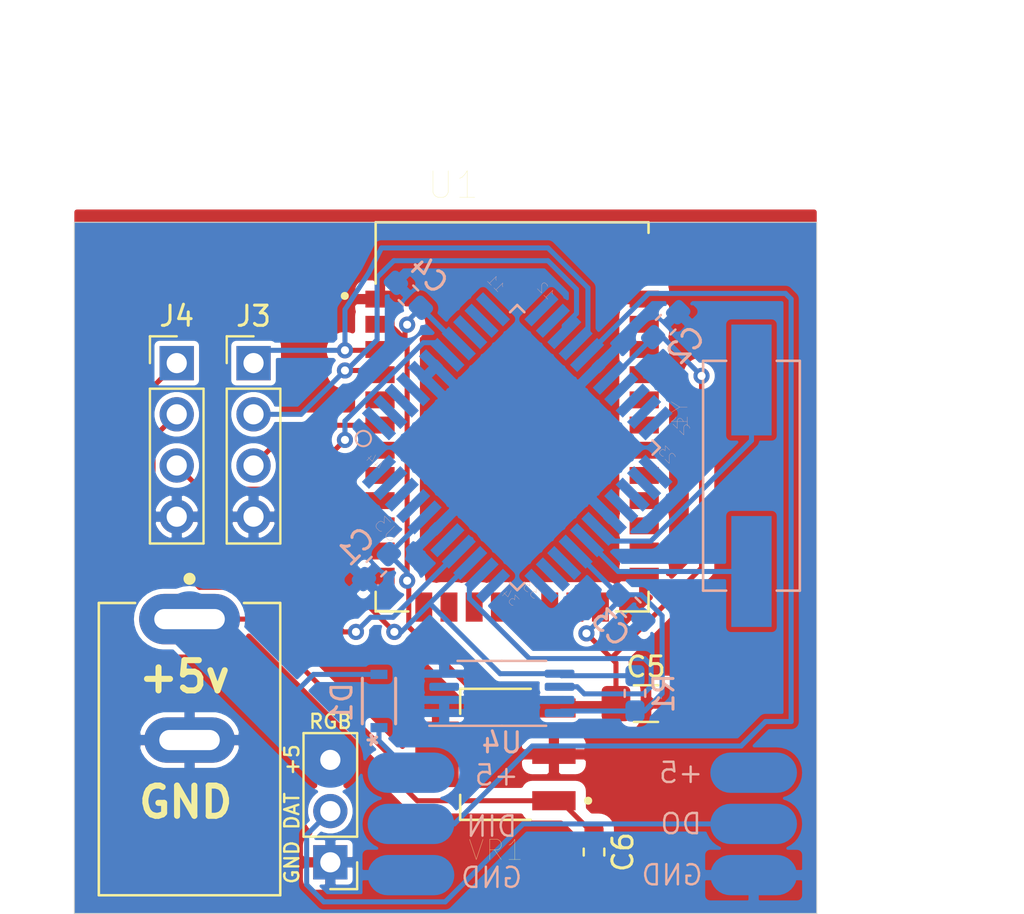
<source format=kicad_pcb>
(kicad_pcb (version 20171130) (host pcbnew 5.1.6-c6e7f7d~87~ubuntu18.04.1)

  (general
    (thickness 1.6)
    (drawings 16)
    (tracks 154)
    (zones 0)
    (modules 18)
    (nets 63)
  )

  (page A4)
  (layers
    (0 F.Cu signal)
    (31 B.Cu signal)
    (32 B.Adhes user hide)
    (33 F.Adhes user hide)
    (34 B.Paste user hide)
    (35 F.Paste user hide)
    (36 B.SilkS user)
    (37 F.SilkS user)
    (38 B.Mask user hide)
    (39 F.Mask user hide)
    (40 Dwgs.User user hide)
    (41 Cmts.User user hide)
    (42 Eco1.User user hide)
    (43 Eco2.User user hide)
    (44 Edge.Cuts user)
    (45 Margin user hide)
    (46 B.CrtYd user)
    (47 F.CrtYd user)
    (48 B.Fab user hide)
    (49 F.Fab user hide)
  )

  (setup
    (last_trace_width 0.25)
    (user_trace_width 2.76)
    (user_trace_width 5.6)
    (trace_clearance 0.2)
    (zone_clearance 0.254)
    (zone_45_only no)
    (trace_min 0.2)
    (via_size 0.8)
    (via_drill 0.4)
    (via_min_size 0.4)
    (via_min_drill 0.3)
    (uvia_size 0.3)
    (uvia_drill 0.1)
    (uvias_allowed no)
    (uvia_min_size 0.2)
    (uvia_min_drill 0.1)
    (edge_width 0.05)
    (segment_width 0.2)
    (pcb_text_width 0.3)
    (pcb_text_size 1.5 1.5)
    (mod_edge_width 0.12)
    (mod_text_size 1 1)
    (mod_text_width 0.15)
    (pad_size 0.5 1.9)
    (pad_drill 0)
    (pad_to_mask_clearance 0.05)
    (aux_axis_origin 0 0)
    (visible_elements FFFFFF7F)
    (pcbplotparams
      (layerselection 0x010fc_ffffffff)
      (usegerberextensions false)
      (usegerberattributes true)
      (usegerberadvancedattributes true)
      (creategerberjobfile true)
      (excludeedgelayer true)
      (linewidth 0.100000)
      (plotframeref false)
      (viasonmask false)
      (mode 1)
      (useauxorigin false)
      (hpglpennumber 1)
      (hpglpenspeed 20)
      (hpglpendiameter 15.000000)
      (psnegative false)
      (psa4output false)
      (plotreference true)
      (plotvalue true)
      (plotinvisibletext false)
      (padsonsilk false)
      (subtractmaskfromsilk false)
      (outputformat 1)
      (mirror false)
      (drillshape 1)
      (scaleselection 1)
      (outputdirectory ""))
  )

  (net 0 "")
  (net 1 +5V)
  (net 2 "Net-(D1-Pad1)")
  (net 3 GND)
  (net 4 "Net-(D2-Pad1)")
  (net 5 "Net-(D2-Pad5)")
  (net 6 "Net-(D2-Pad2)")
  (net 7 "Net-(U1-Pad14)")
  (net 8 "Net-(U1-Pad15)")
  (net 9 "Net-(U1-Pad24)")
  (net 10 "Net-(U1-Pad13)")
  (net 11 "Net-(U1-Pad16)")
  (net 12 "Net-(U1-Pad11)")
  (net 13 "Net-(U1-Pad9)")
  (net 14 "Net-(U1-Pad8)")
  (net 15 "Net-(U1-Pad7)")
  (net 16 "Net-(U1-Pad5)")
  (net 17 +3V3)
  (net 18 "Net-(J3-Pad3)")
  (net 19 "Net-(J3-Pad2)")
  (net 20 "Net-(J3-Pad1)")
  (net 21 "Net-(J4-Pad3)")
  (net 22 /P29)
  (net 23 /P30)
  (net 24 "Net-(U1-Pad33)")
  (net 25 "Net-(U1-Pad31)")
  (net 26 "Net-(U1-Pad30)")
  (net 27 "Net-(U1-Pad29)")
  (net 28 "Net-(U1-Pad28)")
  (net 29 "Net-(U1-Pad27)")
  (net 30 "Net-(U1-Pad26)")
  (net 31 "Net-(U1-Pad25)")
  (net 32 "Net-(U1-Pad23)")
  (net 33 "Net-(U3-Pad44)")
  (net 34 "Net-(U3-Pad43)")
  (net 35 "Net-(U3-Pad42)")
  (net 36 "Net-(U3-Pad41)")
  (net 37 "Net-(U3-Pad38)")
  (net 38 /P28)
  (net 39 "Net-(U3-Pad34)")
  (net 40 "Net-(U3-Pad33)")
  (net 41 "Net-(U3-Pad32)")
  (net 42 "Net-(U3-Pad31)")
  (net 43 "Net-(U3-Pad29)")
  (net 44 "Net-(U3-Pad28)")
  (net 45 "Net-(U3-Pad26)")
  (net 46 "Net-(U3-Pad25)")
  (net 47 "Net-(U3-Pad24)")
  (net 48 "Net-(U3-Pad23)")
  (net 49 "Net-(U3-Pad22)")
  (net 50 "Net-(U3-Pad21)")
  (net 51 "Net-(U3-Pad20)")
  (net 52 "Net-(U3-Pad19)")
  (net 53 "Net-(U3-Pad13)")
  (net 54 "Net-(U3-Pad12)")
  (net 55 "Net-(U3-Pad11)")
  (net 56 "Net-(U3-Pad10)")
  (net 57 "Net-(U3-Pad9)")
  (net 58 "Net-(U3-Pad4)")
  (net 59 "Net-(U3-Pad3)")
  (net 60 "Net-(U3-Pad2)")
  (net 61 "Net-(U3-Pad1)")
  (net 62 "Net-(U4-Pad3)")

  (net_class Default "This is the default net class."
    (clearance 0.2)
    (trace_width 0.25)
    (via_dia 0.8)
    (via_drill 0.4)
    (uvia_dia 0.3)
    (uvia_drill 0.1)
    (add_net +3V3)
    (add_net +5V)
    (add_net /P28)
    (add_net /P29)
    (add_net /P30)
    (add_net GND)
    (add_net "Net-(D1-Pad1)")
    (add_net "Net-(D2-Pad1)")
    (add_net "Net-(D2-Pad2)")
    (add_net "Net-(D2-Pad5)")
    (add_net "Net-(J3-Pad1)")
    (add_net "Net-(J3-Pad2)")
    (add_net "Net-(J3-Pad3)")
    (add_net "Net-(J4-Pad3)")
    (add_net "Net-(U1-Pad11)")
    (add_net "Net-(U1-Pad13)")
    (add_net "Net-(U1-Pad14)")
    (add_net "Net-(U1-Pad15)")
    (add_net "Net-(U1-Pad16)")
    (add_net "Net-(U1-Pad23)")
    (add_net "Net-(U1-Pad24)")
    (add_net "Net-(U1-Pad25)")
    (add_net "Net-(U1-Pad26)")
    (add_net "Net-(U1-Pad27)")
    (add_net "Net-(U1-Pad28)")
    (add_net "Net-(U1-Pad29)")
    (add_net "Net-(U1-Pad30)")
    (add_net "Net-(U1-Pad31)")
    (add_net "Net-(U1-Pad33)")
    (add_net "Net-(U1-Pad5)")
    (add_net "Net-(U1-Pad7)")
    (add_net "Net-(U1-Pad8)")
    (add_net "Net-(U1-Pad9)")
    (add_net "Net-(U3-Pad1)")
    (add_net "Net-(U3-Pad10)")
    (add_net "Net-(U3-Pad11)")
    (add_net "Net-(U3-Pad12)")
    (add_net "Net-(U3-Pad13)")
    (add_net "Net-(U3-Pad19)")
    (add_net "Net-(U3-Pad2)")
    (add_net "Net-(U3-Pad20)")
    (add_net "Net-(U3-Pad21)")
    (add_net "Net-(U3-Pad22)")
    (add_net "Net-(U3-Pad23)")
    (add_net "Net-(U3-Pad24)")
    (add_net "Net-(U3-Pad25)")
    (add_net "Net-(U3-Pad26)")
    (add_net "Net-(U3-Pad28)")
    (add_net "Net-(U3-Pad29)")
    (add_net "Net-(U3-Pad3)")
    (add_net "Net-(U3-Pad31)")
    (add_net "Net-(U3-Pad32)")
    (add_net "Net-(U3-Pad33)")
    (add_net "Net-(U3-Pad34)")
    (add_net "Net-(U3-Pad38)")
    (add_net "Net-(U3-Pad4)")
    (add_net "Net-(U3-Pad41)")
    (add_net "Net-(U3-Pad42)")
    (add_net "Net-(U3-Pad43)")
    (add_net "Net-(U3-Pad44)")
    (add_net "Net-(U3-Pad9)")
    (add_net "Net-(U4-Pad3)")
  )

  (module digi_footprints:XCVR_XB3-24Z8CM-J (layer F.Cu) (tedit 600E60D7) (tstamp 600E96C3)
    (at 113.792 60.452)
    (path /600D241B)
    (fp_text reference U1 (at -2.919 -11.4982) (layer F.SilkS)
      (effects (font (size 1.32 1.32) (thickness 0.015)))
    )
    (fp_text value XB3-24Z8CM-J (at 6.5394 11.4018) (layer F.Fab)
      (effects (font (size 1.32 1.32) (thickness 0.015)))
    )
    (fp_circle (center -8.3 -6) (end -8.2 -6) (layer F.SilkS) (width 0.2))
    (fp_line (start 6.7691 9.652) (end 6.7691 8.68) (layer F.SilkS) (width 0.127))
    (fp_line (start 5.15 9.652) (end 6.7691 9.652) (layer F.SilkS) (width 0.127))
    (fp_line (start -6.7691 9.652) (end -5.15 9.652) (layer F.SilkS) (width 0.127))
    (fp_line (start -6.7691 8.68) (end -6.7691 9.652) (layer F.SilkS) (width 0.127))
    (fp_line (start 6.7691 -9.652) (end 6.7691 -9.13) (layer F.SilkS) (width 0.127))
    (fp_line (start -6.7691 -9.652) (end 6.7691 -9.652) (layer F.SilkS) (width 0.127))
    (fp_line (start -6.7691 -6.61) (end -6.7691 -9.652) (layer F.SilkS) (width 0.127))
    (fp_poly (pts (xy -25.4 -20.6756) (xy 25.4 -20.6756) (xy 25.4 -9.652) (xy -25.4 -9.652)) (layer B.CrtYd) (width 0.01))
    (fp_poly (pts (xy -25.4 -20.6756) (xy 25.4 -20.6756) (xy 25.4 -5.4356) (xy -25.4 -5.4356)) (layer F.CrtYd) (width 0.01))
    (fp_line (start 6.7691 9.652) (end -6.7691 9.652) (layer F.Fab) (width 0.127))
    (fp_line (start 6.7691 -9.652) (end 6.7691 9.652) (layer F.Fab) (width 0.127))
    (fp_line (start -6.7691 -9.652) (end 6.7691 -9.652) (layer F.Fab) (width 0.127))
    (fp_line (start -6.7691 9.652) (end -6.7691 -9.652) (layer F.Fab) (width 0.127))
    (pad 34 smd rect (at 6.5532 -8.3566) (size 1.4478 0.8382) (layers F.Cu F.Paste F.Mask)
      (net 3 GND))
    (pad 33 smd rect (at 6.5532 -7.09168) (size 1.4478 0.8382) (layers F.Cu F.Paste F.Mask)
      (net 24 "Net-(U1-Pad33)"))
    (pad 32 smd rect (at 6.5532 -5.842) (size 1.4478 0.8382) (layers F.Cu F.Paste F.Mask)
      (net 3 GND))
    (pad 31 smd rect (at 6.5532 -4.59232) (size 1.4478 0.8382) (layers F.Cu F.Paste F.Mask)
      (net 25 "Net-(U1-Pad31)"))
    (pad 30 smd rect (at 6.5532 -3.34264) (size 1.4478 0.8382) (layers F.Cu F.Paste F.Mask)
      (net 26 "Net-(U1-Pad30)"))
    (pad 29 smd rect (at 6.5532 -2.09296) (size 1.4478 0.8382) (layers F.Cu F.Paste F.Mask)
      (net 27 "Net-(U1-Pad29)"))
    (pad 28 smd rect (at 6.5532 -0.843281) (size 1.4478 0.8382) (layers F.Cu F.Paste F.Mask)
      (net 28 "Net-(U1-Pad28)"))
    (pad 27 smd rect (at 6.5532 0.4064) (size 1.4478 0.8382) (layers F.Cu F.Paste F.Mask)
      (net 29 "Net-(U1-Pad27)"))
    (pad 26 smd rect (at 6.5532 1.65608) (size 1.4478 0.8382) (layers F.Cu F.Paste F.Mask)
      (net 30 "Net-(U1-Pad26)"))
    (pad 25 smd rect (at 6.5532 2.90576) (size 1.4478 0.8382) (layers F.Cu F.Paste F.Mask)
      (net 31 "Net-(U1-Pad25)"))
    (pad 24 smd rect (at 6.5532 4.15544) (size 1.4478 0.8382) (layers F.Cu F.Paste F.Mask)
      (net 9 "Net-(U1-Pad24)"))
    (pad 23 smd rect (at 6.5532 5.40512) (size 1.4478 0.8382) (layers F.Cu F.Paste F.Mask)
      (net 32 "Net-(U1-Pad23)"))
    (pad 22 smd rect (at 6.5532 6.6548) (size 1.4478 0.8382) (layers F.Cu F.Paste F.Mask))
    (pad 21 smd rect (at 6.5532 7.90448) (size 1.4478 0.8382) (layers F.Cu F.Paste F.Mask)
      (net 3 GND))
    (pad 20 smd rect (at 4.3815 9.4361) (size 0.8382 1.4478) (layers F.Cu F.Paste F.Mask))
    (pad 19 smd rect (at 3.11658 9.4361) (size 0.8382 1.4478) (layers F.Cu F.Paste F.Mask))
    (pad 18 smd rect (at 1.8669 9.4361) (size 0.8382 1.4478) (layers F.Cu F.Paste F.Mask))
    (pad 17 smd rect (at 0.617219 9.4361) (size 0.8382 1.4478) (layers F.Cu F.Paste F.Mask))
    (pad 16 smd rect (at -0.632459 9.4361) (size 0.8382 1.4478) (layers F.Cu F.Paste F.Mask)
      (net 11 "Net-(U1-Pad16)"))
    (pad 15 smd rect (at -1.88214 9.4361) (size 0.8382 1.4478) (layers F.Cu F.Paste F.Mask)
      (net 8 "Net-(U1-Pad15)"))
    (pad 14 smd rect (at -3.13182 9.4361) (size 0.8382 1.4478) (layers F.Cu F.Paste F.Mask)
      (net 7 "Net-(U1-Pad14)"))
    (pad 13 smd rect (at -4.3815 9.4361) (size 0.8382 1.4478) (layers F.Cu F.Paste F.Mask)
      (net 10 "Net-(U1-Pad13)"))
    (pad 12 smd rect (at -6.5532 7.90448) (size 1.4478 0.8382) (layers F.Cu F.Paste F.Mask)
      (net 3 GND))
    (pad 11 smd rect (at -6.5532 6.6548) (size 1.4478 0.8382) (layers F.Cu F.Paste F.Mask)
      (net 12 "Net-(U1-Pad11)"))
    (pad 10 smd rect (at -6.5532 5.40512) (size 1.4478 0.8382) (layers F.Cu F.Paste F.Mask)
      (net 3 GND))
    (pad 9 smd rect (at -6.5532 4.15544) (size 1.4478 0.8382) (layers F.Cu F.Paste F.Mask)
      (net 13 "Net-(U1-Pad9)"))
    (pad 8 smd rect (at -6.5532 2.90576) (size 1.4478 0.8382) (layers F.Cu F.Paste F.Mask)
      (net 14 "Net-(U1-Pad8)"))
    (pad 7 smd rect (at -6.5532 1.65608) (size 1.4478 0.8382) (layers F.Cu F.Paste F.Mask)
      (net 15 "Net-(U1-Pad7)"))
    (pad 6 smd rect (at -6.5532 0.4064) (size 1.4478 0.8382) (layers F.Cu F.Paste F.Mask)
      (net 18 "Net-(J3-Pad3)"))
    (pad 5 smd rect (at -6.5532 -0.843281) (size 1.4478 0.8382) (layers F.Cu F.Paste F.Mask)
      (net 16 "Net-(U1-Pad5)"))
    (pad 4 smd rect (at -6.5532 -2.09296) (size 1.4478 0.8382) (layers F.Cu F.Paste F.Mask)
      (net 19 "Net-(J3-Pad2)"))
    (pad 3 smd rect (at -6.5532 -3.34264) (size 1.4478 0.8382) (layers F.Cu F.Paste F.Mask)
      (net 20 "Net-(J3-Pad1)"))
    (pad 2 smd rect (at -6.5532 -4.59232) (size 1.4478 0.8382) (layers F.Cu F.Paste F.Mask)
      (net 17 +3V3))
    (pad 1 smd rect (at -6.5532 -5.842) (size 1.4478 0.8382) (layers F.Cu F.Paste F.Mask)
      (net 3 GND))
  )

  (module Capacitors_SMD:C_0603_1608Metric_Pad1.05x0.95mm_HandSolder (layer B.Cu) (tedit 5B301BBE) (tstamp 600E955E)
    (at 119.681218 69.897218 315)
    (descr "Capacitor SMD 0603 (1608 Metric), square (rectangular) end terminal, IPC_7351 nominal with elongated pad for handsoldering. (Body size source: http://www.tortai-tech.com/upload/download/2011102023233369053.pdf), generated with kicad-footprint-generator")
    (tags "capacitor handsolder")
    (path /6017E895)
    (attr smd)
    (fp_text reference C3 (at 0 1.43 135) (layer B.SilkS)
      (effects (font (size 1 1) (thickness 0.15)) (justify mirror))
    )
    (fp_text value 0.1uF (at 0 -1.43 135) (layer B.Fab)
      (effects (font (size 1 1) (thickness 0.15)) (justify mirror))
    )
    (fp_text user %R (at 0 0 135) (layer B.Fab)
      (effects (font (size 0.4 0.4) (thickness 0.06)) (justify mirror))
    )
    (fp_line (start -0.8 -0.4) (end -0.8 0.4) (layer B.Fab) (width 0.1))
    (fp_line (start -0.8 0.4) (end 0.8 0.4) (layer B.Fab) (width 0.1))
    (fp_line (start 0.8 0.4) (end 0.8 -0.4) (layer B.Fab) (width 0.1))
    (fp_line (start 0.8 -0.4) (end -0.8 -0.4) (layer B.Fab) (width 0.1))
    (fp_line (start -0.171267 0.51) (end 0.171267 0.51) (layer B.SilkS) (width 0.12))
    (fp_line (start -0.171267 -0.51) (end 0.171267 -0.51) (layer B.SilkS) (width 0.12))
    (fp_line (start -1.65 -0.73) (end -1.65 0.73) (layer B.CrtYd) (width 0.05))
    (fp_line (start -1.65 0.73) (end 1.65 0.73) (layer B.CrtYd) (width 0.05))
    (fp_line (start 1.65 0.73) (end 1.65 -0.73) (layer B.CrtYd) (width 0.05))
    (fp_line (start 1.65 -0.73) (end -1.65 -0.73) (layer B.CrtYd) (width 0.05))
    (pad 2 smd roundrect (at 0.875 0 315) (size 1.05 0.95) (layers B.Cu B.Paste B.Mask) (roundrect_rratio 0.25)
      (net 3 GND))
    (pad 1 smd roundrect (at -0.875 0 315) (size 1.05 0.95) (layers B.Cu B.Paste B.Mask) (roundrect_rratio 0.25)
      (net 17 +3V3))
    (model ${KISYS3DMOD}/Capacitor_SMD.3dshapes/C_0603_1608Metric.wrl
      (at (xyz 0 0 0))
      (scale (xyz 1 1 1))
      (rotate (xyz 0 0 0))
    )
  )

  (module Connector_PinHeader_2.54mm:PinHeader_1x04_P2.54mm_Vertical (layer F.Cu) (tedit 59FED5CC) (tstamp 600E965F)
    (at 100.965 57.785)
    (descr "Through hole straight pin header, 1x04, 2.54mm pitch, single row")
    (tags "Through hole pin header THT 1x04 2.54mm single row")
    (path /6013F60D)
    (fp_text reference J3 (at 0 -2.33) (layer F.SilkS)
      (effects (font (size 1 1) (thickness 0.15)))
    )
    (fp_text value "Xbee Prgrm" (at 0 9.95) (layer F.Fab)
      (effects (font (size 1 1) (thickness 0.15)))
    )
    (fp_text user %R (at 0 3.81 90) (layer F.Fab)
      (effects (font (size 1 1) (thickness 0.15)))
    )
    (fp_line (start -0.635 -1.27) (end 1.27 -1.27) (layer F.Fab) (width 0.1))
    (fp_line (start 1.27 -1.27) (end 1.27 8.89) (layer F.Fab) (width 0.1))
    (fp_line (start 1.27 8.89) (end -1.27 8.89) (layer F.Fab) (width 0.1))
    (fp_line (start -1.27 8.89) (end -1.27 -0.635) (layer F.Fab) (width 0.1))
    (fp_line (start -1.27 -0.635) (end -0.635 -1.27) (layer F.Fab) (width 0.1))
    (fp_line (start -1.33 8.95) (end 1.33 8.95) (layer F.SilkS) (width 0.12))
    (fp_line (start -1.33 1.27) (end -1.33 8.95) (layer F.SilkS) (width 0.12))
    (fp_line (start 1.33 1.27) (end 1.33 8.95) (layer F.SilkS) (width 0.12))
    (fp_line (start -1.33 1.27) (end 1.33 1.27) (layer F.SilkS) (width 0.12))
    (fp_line (start -1.33 0) (end -1.33 -1.33) (layer F.SilkS) (width 0.12))
    (fp_line (start -1.33 -1.33) (end 0 -1.33) (layer F.SilkS) (width 0.12))
    (fp_line (start -1.8 -1.8) (end -1.8 9.4) (layer F.CrtYd) (width 0.05))
    (fp_line (start -1.8 9.4) (end 1.8 9.4) (layer F.CrtYd) (width 0.05))
    (fp_line (start 1.8 9.4) (end 1.8 -1.8) (layer F.CrtYd) (width 0.05))
    (fp_line (start 1.8 -1.8) (end -1.8 -1.8) (layer F.CrtYd) (width 0.05))
    (pad 4 thru_hole oval (at 0 7.62) (size 1.7 1.7) (drill 1) (layers *.Cu *.Mask)
      (net 3 GND))
    (pad 3 thru_hole oval (at 0 5.08) (size 1.7 1.7) (drill 1) (layers *.Cu *.Mask)
      (net 18 "Net-(J3-Pad3)"))
    (pad 2 thru_hole oval (at 0 2.54) (size 1.7 1.7) (drill 1) (layers *.Cu *.Mask)
      (net 19 "Net-(J3-Pad2)"))
    (pad 1 thru_hole rect (at 0 0) (size 1.7 1.7) (drill 1) (layers *.Cu *.Mask)
      (net 20 "Net-(J3-Pad1)"))
    (model ${KISYS3DMOD}/Connector_PinHeader_2.54mm.3dshapes/PinHeader_1x04_P2.54mm_Vertical.wrl
      (at (xyz 0 0 0))
      (scale (xyz 1 1 1))
      (rotate (xyz 0 0 0))
    )
  )

  (module Capacitors_SMD:C_0603_1608Metric_Pad1.05x0.95mm_HandSolder (layer B.Cu) (tedit 5B301BBE) (tstamp 600E954D)
    (at 121.412 55.88 45)
    (descr "Capacitor SMD 0603 (1608 Metric), square (rectangular) end terminal, IPC_7351 nominal with elongated pad for handsoldering. (Body size source: http://www.tortai-tech.com/upload/download/2011102023233369053.pdf), generated with kicad-footprint-generator")
    (tags "capacitor handsolder")
    (path /6017E4F0)
    (attr smd)
    (fp_text reference C2 (at 0 1.43 45) (layer B.SilkS)
      (effects (font (size 1 1) (thickness 0.15)) (justify mirror))
    )
    (fp_text value 0.1uF (at 0 -1.43 45) (layer B.Fab)
      (effects (font (size 1 1) (thickness 0.15)) (justify mirror))
    )
    (fp_text user %R (at 0 0 45) (layer B.Fab)
      (effects (font (size 0.4 0.4) (thickness 0.06)) (justify mirror))
    )
    (fp_line (start -0.8 -0.4) (end -0.8 0.4) (layer B.Fab) (width 0.1))
    (fp_line (start -0.8 0.4) (end 0.8 0.4) (layer B.Fab) (width 0.1))
    (fp_line (start 0.8 0.4) (end 0.8 -0.4) (layer B.Fab) (width 0.1))
    (fp_line (start 0.8 -0.4) (end -0.8 -0.4) (layer B.Fab) (width 0.1))
    (fp_line (start -0.171267 0.51) (end 0.171267 0.51) (layer B.SilkS) (width 0.12))
    (fp_line (start -0.171267 -0.51) (end 0.171267 -0.51) (layer B.SilkS) (width 0.12))
    (fp_line (start -1.65 -0.73) (end -1.65 0.73) (layer B.CrtYd) (width 0.05))
    (fp_line (start -1.65 0.73) (end 1.65 0.73) (layer B.CrtYd) (width 0.05))
    (fp_line (start 1.65 0.73) (end 1.65 -0.73) (layer B.CrtYd) (width 0.05))
    (fp_line (start 1.65 -0.73) (end -1.65 -0.73) (layer B.CrtYd) (width 0.05))
    (pad 2 smd roundrect (at 0.875 0 45) (size 1.05 0.95) (layers B.Cu B.Paste B.Mask) (roundrect_rratio 0.25)
      (net 3 GND))
    (pad 1 smd roundrect (at -0.875 0 45) (size 1.05 0.95) (layers B.Cu B.Paste B.Mask) (roundrect_rratio 0.25)
      (net 17 +3V3))
    (model ${KISYS3DMOD}/Capacitor_SMD.3dshapes/C_0603_1608Metric.wrl
      (at (xyz 0 0 0))
      (scale (xyz 1 1 1))
      (rotate (xyz 0 0 0))
    )
  )

  (module Capacitors_SMD:C_0603_1608Metric_Pad1.05x0.95mm_HandSolder (layer F.Cu) (tedit 5B301BBE) (tstamp 600E9591)
    (at 117.856 82.042 270)
    (descr "Capacitor SMD 0603 (1608 Metric), square (rectangular) end terminal, IPC_7351 nominal with elongated pad for handsoldering. (Body size source: http://www.tortai-tech.com/upload/download/2011102023233369053.pdf), generated with kicad-footprint-generator")
    (tags "capacitor handsolder")
    (path /6010B8C1)
    (attr smd)
    (fp_text reference C6 (at 0 -1.43 90) (layer F.SilkS)
      (effects (font (size 1 1) (thickness 0.15)))
    )
    (fp_text value 0.1uF (at 0 1.43 90) (layer F.Fab)
      (effects (font (size 1 1) (thickness 0.15)))
    )
    (fp_text user %R (at 0 0 90) (layer F.Fab)
      (effects (font (size 0.4 0.4) (thickness 0.06)))
    )
    (fp_line (start -0.8 0.4) (end -0.8 -0.4) (layer F.Fab) (width 0.1))
    (fp_line (start -0.8 -0.4) (end 0.8 -0.4) (layer F.Fab) (width 0.1))
    (fp_line (start 0.8 -0.4) (end 0.8 0.4) (layer F.Fab) (width 0.1))
    (fp_line (start 0.8 0.4) (end -0.8 0.4) (layer F.Fab) (width 0.1))
    (fp_line (start -0.171267 -0.51) (end 0.171267 -0.51) (layer F.SilkS) (width 0.12))
    (fp_line (start -0.171267 0.51) (end 0.171267 0.51) (layer F.SilkS) (width 0.12))
    (fp_line (start -1.65 0.73) (end -1.65 -0.73) (layer F.CrtYd) (width 0.05))
    (fp_line (start -1.65 -0.73) (end 1.65 -0.73) (layer F.CrtYd) (width 0.05))
    (fp_line (start 1.65 -0.73) (end 1.65 0.73) (layer F.CrtYd) (width 0.05))
    (fp_line (start 1.65 0.73) (end -1.65 0.73) (layer F.CrtYd) (width 0.05))
    (pad 2 smd roundrect (at 0.875 0 270) (size 1.05 0.95) (layers F.Cu F.Paste F.Mask) (roundrect_rratio 0.25)
      (net 3 GND))
    (pad 1 smd roundrect (at -0.875 0 270) (size 1.05 0.95) (layers F.Cu F.Paste F.Mask) (roundrect_rratio 0.25)
      (net 1 +5V))
    (model ${KISYS3DMOD}/Capacitor_SMD.3dshapes/C_0603_1608Metric.wrl
      (at (xyz 0 0 0))
      (scale (xyz 1 1 1))
      (rotate (xyz 0 0 0))
    )
  )

  (module Connector_PinHeader_2.54mm:PinHeader_1x04_P2.54mm_Vertical (layer F.Cu) (tedit 59FED5CC) (tstamp 600E9677)
    (at 97.155 57.785)
    (descr "Through hole straight pin header, 1x04, 2.54mm pitch, single row")
    (tags "Through hole pin header THT 1x04 2.54mm single row")
    (path /601468B9)
    (fp_text reference J4 (at 0 -2.33) (layer F.SilkS)
      (effects (font (size 1 1) (thickness 0.15)))
    )
    (fp_text value "Prop Prgrm" (at 0 9.95) (layer F.Fab)
      (effects (font (size 1 1) (thickness 0.15)))
    )
    (fp_text user %R (at 0 3.81 90) (layer F.Fab)
      (effects (font (size 1 1) (thickness 0.15)))
    )
    (fp_line (start -0.635 -1.27) (end 1.27 -1.27) (layer F.Fab) (width 0.1))
    (fp_line (start 1.27 -1.27) (end 1.27 8.89) (layer F.Fab) (width 0.1))
    (fp_line (start 1.27 8.89) (end -1.27 8.89) (layer F.Fab) (width 0.1))
    (fp_line (start -1.27 8.89) (end -1.27 -0.635) (layer F.Fab) (width 0.1))
    (fp_line (start -1.27 -0.635) (end -0.635 -1.27) (layer F.Fab) (width 0.1))
    (fp_line (start -1.33 8.95) (end 1.33 8.95) (layer F.SilkS) (width 0.12))
    (fp_line (start -1.33 1.27) (end -1.33 8.95) (layer F.SilkS) (width 0.12))
    (fp_line (start 1.33 1.27) (end 1.33 8.95) (layer F.SilkS) (width 0.12))
    (fp_line (start -1.33 1.27) (end 1.33 1.27) (layer F.SilkS) (width 0.12))
    (fp_line (start -1.33 0) (end -1.33 -1.33) (layer F.SilkS) (width 0.12))
    (fp_line (start -1.33 -1.33) (end 0 -1.33) (layer F.SilkS) (width 0.12))
    (fp_line (start -1.8 -1.8) (end -1.8 9.4) (layer F.CrtYd) (width 0.05))
    (fp_line (start -1.8 9.4) (end 1.8 9.4) (layer F.CrtYd) (width 0.05))
    (fp_line (start 1.8 9.4) (end 1.8 -1.8) (layer F.CrtYd) (width 0.05))
    (fp_line (start 1.8 -1.8) (end -1.8 -1.8) (layer F.CrtYd) (width 0.05))
    (pad 4 thru_hole oval (at 0 7.62) (size 1.7 1.7) (drill 1) (layers *.Cu *.Mask)
      (net 3 GND))
    (pad 3 thru_hole oval (at 0 5.08) (size 1.7 1.7) (drill 1) (layers *.Cu *.Mask)
      (net 21 "Net-(J4-Pad3)"))
    (pad 2 thru_hole oval (at 0 2.54) (size 1.7 1.7) (drill 1) (layers *.Cu *.Mask)
      (net 22 /P29))
    (pad 1 thru_hole rect (at 0 0) (size 1.7 1.7) (drill 1) (layers *.Cu *.Mask)
      (net 23 /P30))
    (model ${KISYS3DMOD}/Connector_PinHeader_2.54mm.3dshapes/PinHeader_1x04_P2.54mm_Vertical.wrl
      (at (xyz 0 0 0))
      (scale (xyz 1 1 1))
      (rotate (xyz 0 0 0))
    )
  )

  (module digi_footprints:LQFP44-0.8-10X10MM (layer B.Cu) (tedit 600D1345) (tstamp 600E9702)
    (at 114.046 61.976 315)
    (path /600D46C6)
    (fp_text reference U3 (at -1.683133 7.432298 315) (layer B.SilkS)
      (effects (font (size 0.700264 0.700264) (thickness 0.015)) (justify mirror))
    )
    (fp_text value "MCU-P8X32A-Q44(LQFP44)" (at 6.099727 -0.182712 315) (layer B.Fab)
      (effects (font (size 0.700428 0.700428) (thickness 0.015)) (justify mirror))
    )
    (fp_text user 44 (at -4.50475 5.50581 315) (layer B.SilkS)
      (effects (font (size 0.480507 0.480507) (thickness 0.015)) (justify mirror))
    )
    (fp_text user 34 (at 5.00269 5.50296 315) (layer B.SilkS)
      (effects (font (size 0.480258 0.480258) (thickness 0.015)) (justify mirror))
    )
    (fp_text user 33 (at 5.50175 4.50144 315) (layer B.SilkS)
      (effects (font (size 0.480153 0.480153) (thickness 0.015)) (justify mirror))
    )
    (fp_text user 23 (at 5.501 -5.00091 315) (layer B.SilkS)
      (effects (font (size 0.480087 0.480087) (thickness 0.015)) (justify mirror))
    )
    (fp_text user 22 (at 5.007561 -6.50983 315) (layer B.SilkS)
      (effects (font (size 0.480726 0.480726) (thickness 0.015)) (justify mirror))
    )
    (fp_text user 12 (at -4.50017 -6.50025 315) (layer B.SilkS)
      (effects (font (size 0.480018 0.480018) (thickness 0.015)) (justify mirror))
    )
    (fp_text user 11 (at -6.51049 -5.00807 315) (layer B.SilkS)
      (effects (font (size 0.480775 0.480775) (thickness 0.015)) (justify mirror))
    )
    (fp_circle (center -5.715 5.08) (end -5.334 5.08) (layer B.SilkS) (width 0.1))
    (fp_poly (pts (xy -5.00443 5) (xy 5 5) (xy 5 -5.00443) (xy -5.00443 -5.00443)) (layer B.CrtYd) (width 0.01))
    (fp_line (start 4.5 5) (end 5 5) (layer B.SilkS) (width 0.127))
    (fp_line (start 5 5) (end 5 4.5) (layer B.SilkS) (width 0.127))
    (fp_line (start 4.5 -5) (end 5 -5) (layer B.SilkS) (width 0.127))
    (fp_line (start 5 -5) (end 5 -4.5) (layer B.SilkS) (width 0.127))
    (fp_line (start -4.5 -5) (end -5 -5) (layer B.SilkS) (width 0.127))
    (fp_line (start -5 -5) (end -5 -4.5) (layer B.SilkS) (width 0.127))
    (pad 44 smd rect (at -4 5.7 315) (size 0.5 1.9) (layers B.Cu B.Paste B.Mask)
      (net 33 "Net-(U3-Pad44)"))
    (pad 43 smd rect (at -3.2 5.7 315) (size 0.5 1.9) (layers B.Cu B.Paste B.Mask)
      (net 34 "Net-(U3-Pad43)"))
    (pad 42 smd rect (at -2.4 5.7 315) (size 0.5 1.9) (layers B.Cu B.Paste B.Mask)
      (net 35 "Net-(U3-Pad42)"))
    (pad 41 smd rect (at -1.6 5.7 315) (size 0.5 1.9) (layers B.Cu B.Paste B.Mask)
      (net 36 "Net-(U3-Pad41)"))
    (pad 40 smd rect (at -0.8 5.7 315) (size 0.5 1.9) (layers B.Cu B.Paste B.Mask)
      (net 17 +3V3))
    (pad 39 smd rect (at 0 5.7 315) (size 0.5 1.9) (layers B.Cu B.Paste B.Mask)
      (net 3 GND))
    (pad 38 smd rect (at 0.8 5.7 315) (size 0.5 1.9) (layers B.Cu B.Paste B.Mask)
      (net 37 "Net-(U3-Pad38)"))
    (pad 37 smd rect (at 1.6 5.7 315) (size 0.5 1.9) (layers B.Cu B.Paste B.Mask)
      (net 23 /P30))
    (pad 36 smd rect (at 2.4 5.7 315) (size 0.5 1.9) (layers B.Cu B.Paste B.Mask)
      (net 22 /P29))
    (pad 35 smd rect (at 3.2 5.7 315) (size 0.5 1.9) (layers B.Cu B.Paste B.Mask)
      (net 38 /P28))
    (pad 34 smd rect (at 4 5.7 315) (size 0.5 1.9) (layers B.Cu B.Paste B.Mask)
      (net 39 "Net-(U3-Pad34)"))
    (pad 33 smd rect (at 5.7 4 315) (size 1.9 0.5) (layers B.Cu B.Paste B.Mask)
      (net 40 "Net-(U3-Pad33)"))
    (pad 32 smd rect (at 5.7 3.2 315) (size 1.9 0.5) (layers B.Cu B.Paste B.Mask)
      (net 41 "Net-(U3-Pad32)"))
    (pad 31 smd rect (at 5.7 2.4 315) (size 1.9 0.5) (layers B.Cu B.Paste B.Mask)
      (net 42 "Net-(U3-Pad31)"))
    (pad 30 smd rect (at 5.7 1.6 315) (size 1.9 0.5) (layers B.Cu B.Paste B.Mask)
      (net 17 +3V3))
    (pad 29 smd rect (at 5.7 0.8 315) (size 1.9 0.5) (layers B.Cu B.Paste B.Mask)
      (net 43 "Net-(U3-Pad29)"))
    (pad 28 smd rect (at 5.7 0 315) (size 1.9 0.5) (layers B.Cu B.Paste B.Mask)
      (net 44 "Net-(U3-Pad28)"))
    (pad 27 smd rect (at 5.7 -0.8 315) (size 1.9 0.5) (layers B.Cu B.Paste B.Mask)
      (net 3 GND))
    (pad 26 smd rect (at 5.7 -1.6 315) (size 1.9 0.5) (layers B.Cu B.Paste B.Mask)
      (net 45 "Net-(U3-Pad26)"))
    (pad 25 smd rect (at 5.7 -2.4 315) (size 1.9 0.5) (layers B.Cu B.Paste B.Mask)
      (net 46 "Net-(U3-Pad25)"))
    (pad 24 smd rect (at 5.7 -3.2 315) (size 1.9 0.5) (layers B.Cu B.Paste B.Mask)
      (net 47 "Net-(U3-Pad24)"))
    (pad 23 smd rect (at 5.7 -4 315) (size 1.9 0.5) (layers B.Cu B.Paste B.Mask)
      (net 48 "Net-(U3-Pad23)"))
    (pad 22 smd rect (at 4 -5.7 315) (size 0.5 1.9) (layers B.Cu B.Paste B.Mask)
      (net 49 "Net-(U3-Pad22)"))
    (pad 21 smd rect (at 3.2 -5.7 315) (size 0.5 1.9) (layers B.Cu B.Paste B.Mask)
      (net 50 "Net-(U3-Pad21)"))
    (pad 20 smd rect (at 2.4 -5.7 315) (size 0.5 1.9) (layers B.Cu B.Paste B.Mask)
      (net 51 "Net-(U3-Pad20)"))
    (pad 19 smd rect (at 1.6 -5.7 315) (size 0.5 1.9) (layers B.Cu B.Paste B.Mask)
      (net 52 "Net-(U3-Pad19)"))
    (pad 18 smd rect (at 0.8 -5.7 315) (size 0.5 1.9) (layers B.Cu B.Paste B.Mask)
      (net 17 +3V3))
    (pad 17 smd rect (at 0 -5.7 315) (size 0.5 1.9) (layers B.Cu B.Paste B.Mask)
      (net 3 GND))
    (pad 16 smd rect (at -0.8 -5.7 315) (size 0.5 1.9) (layers B.Cu B.Paste B.Mask)
      (net 6 "Net-(D2-Pad2)"))
    (pad 15 smd rect (at -1.6 -5.7 315) (size 0.5 1.9) (layers B.Cu B.Paste B.Mask)
      (net 20 "Net-(J3-Pad1)"))
    (pad 14 smd rect (at -2.4 -5.7 315) (size 0.5 1.9) (layers B.Cu B.Paste B.Mask)
      (net 19 "Net-(J3-Pad2)"))
    (pad 13 smd rect (at -3.2 -5.7 315) (size 0.5 1.9) (layers B.Cu B.Paste B.Mask)
      (net 53 "Net-(U3-Pad13)"))
    (pad 12 smd rect (at -4 -5.7 315) (size 0.5 1.9) (layers B.Cu B.Paste B.Mask)
      (net 54 "Net-(U3-Pad12)"))
    (pad 11 smd rect (at -5.7 -4 315) (size 1.9 0.5) (layers B.Cu B.Paste B.Mask)
      (net 55 "Net-(U3-Pad11)"))
    (pad 10 smd rect (at -5.7 -3.2 315) (size 1.9 0.5) (layers B.Cu B.Paste B.Mask)
      (net 56 "Net-(U3-Pad10)"))
    (pad 9 smd rect (at -5.7 -2.4 315) (size 1.9 0.5) (layers B.Cu B.Paste B.Mask)
      (net 57 "Net-(U3-Pad9)"))
    (pad 8 smd rect (at -5.7 -1.6 315) (size 1.9 0.5) (layers B.Cu B.Paste B.Mask)
      (net 17 +3V3))
    (pad 7 smd rect (at -5.7 -0.8 315) (size 1.9 0.5) (layers B.Cu B.Paste B.Mask)
      (net 21 "Net-(J4-Pad3)"))
    (pad 6 smd rect (at -5.7 0 315) (size 1.9 0.5) (layers B.Cu B.Paste B.Mask)
      (net 3 GND))
    (pad 5 smd rect (at -5.7 0.8 315) (size 1.9 0.5) (layers B.Cu B.Paste B.Mask)
      (net 3 GND))
    (pad 4 smd rect (at -5.7 1.6 315) (size 1.9 0.5) (layers B.Cu B.Paste B.Mask)
      (net 58 "Net-(U3-Pad4)"))
    (pad 3 smd rect (at -5.7 2.4 315) (size 1.9 0.5) (layers B.Cu B.Paste B.Mask)
      (net 59 "Net-(U3-Pad3)"))
    (pad 2 smd rect (at -5.7 3.2 315) (size 1.9 0.5) (layers B.Cu B.Paste B.Mask)
      (net 60 "Net-(U3-Pad2)"))
    (pad 1 smd rect (at -5.7 4 315) (size 1.9 0.5) (layers B.Cu B.Paste B.Mask)
      (net 61 "Net-(U3-Pad1)"))
  )

  (module Resistors_SMD:R_0603_1608Metric_Pad1.05x0.95mm_HandSolder (layer B.Cu) (tedit 5B301BBD) (tstamp 600E9688)
    (at 119.888 74.168 90)
    (descr "Resistor SMD 0603 (1608 Metric), square (rectangular) end terminal, IPC_7351 nominal with elongated pad for handsoldering. (Body size source: http://www.tortai-tech.com/upload/download/2011102023233369053.pdf), generated with kicad-footprint-generator")
    (tags "resistor handsolder")
    (path /6027487B)
    (attr smd)
    (fp_text reference R1 (at 0 1.43 -90) (layer B.SilkS)
      (effects (font (size 1 1) (thickness 0.15)) (justify mirror))
    )
    (fp_text value 10k (at 0 -1.43 -90) (layer B.Fab)
      (effects (font (size 1 1) (thickness 0.15)) (justify mirror))
    )
    (fp_text user %R (at 0 0 -90) (layer B.Fab)
      (effects (font (size 0.4 0.4) (thickness 0.06)) (justify mirror))
    )
    (fp_line (start -0.8 -0.4) (end -0.8 0.4) (layer B.Fab) (width 0.1))
    (fp_line (start -0.8 0.4) (end 0.8 0.4) (layer B.Fab) (width 0.1))
    (fp_line (start 0.8 0.4) (end 0.8 -0.4) (layer B.Fab) (width 0.1))
    (fp_line (start 0.8 -0.4) (end -0.8 -0.4) (layer B.Fab) (width 0.1))
    (fp_line (start -0.171267 0.51) (end 0.171267 0.51) (layer B.SilkS) (width 0.12))
    (fp_line (start -0.171267 -0.51) (end 0.171267 -0.51) (layer B.SilkS) (width 0.12))
    (fp_line (start -1.65 -0.73) (end -1.65 0.73) (layer B.CrtYd) (width 0.05))
    (fp_line (start -1.65 0.73) (end 1.65 0.73) (layer B.CrtYd) (width 0.05))
    (fp_line (start 1.65 0.73) (end 1.65 -0.73) (layer B.CrtYd) (width 0.05))
    (fp_line (start 1.65 -0.73) (end -1.65 -0.73) (layer B.CrtYd) (width 0.05))
    (pad 2 smd roundrect (at 0.875 0 90) (size 1.05 0.95) (layers B.Cu B.Paste B.Mask) (roundrect_rratio 0.25)
      (net 22 /P29))
    (pad 1 smd roundrect (at -0.875 0 90) (size 1.05 0.95) (layers B.Cu B.Paste B.Mask) (roundrect_rratio 0.25)
      (net 17 +3V3))
    (model ${KISYS3DMOD}/Resistor_SMD.3dshapes/R_0603_1608Metric.wrl
      (at (xyz 0 0 0))
      (scale (xyz 1 1 1))
      (rotate (xyz 0 0 0))
    )
  )

  (module Capacitors_SMD:C_1206_3216Metric_Pad1.42x1.75mm_HandSolder (layer F.Cu) (tedit 5B301BBE) (tstamp 600E9580)
    (at 120.4325 74.676)
    (descr "Capacitor SMD 1206 (3216 Metric), square (rectangular) end terminal, IPC_7351 nominal with elongated pad for handsoldering. (Body size source: http://www.tortai-tech.com/upload/download/2011102023233369053.pdf), generated with kicad-footprint-generator")
    (tags "capacitor handsolder")
    (path /601114C6)
    (attr smd)
    (fp_text reference C5 (at 0 -1.82) (layer F.SilkS)
      (effects (font (size 1 1) (thickness 0.15)))
    )
    (fp_text value 22uF (at 0 1.82) (layer F.Fab)
      (effects (font (size 1 1) (thickness 0.15)))
    )
    (fp_text user %R (at 0 0) (layer F.Fab)
      (effects (font (size 0.8 0.8) (thickness 0.12)))
    )
    (fp_line (start -1.6 0.8) (end -1.6 -0.8) (layer F.Fab) (width 0.1))
    (fp_line (start -1.6 -0.8) (end 1.6 -0.8) (layer F.Fab) (width 0.1))
    (fp_line (start 1.6 -0.8) (end 1.6 0.8) (layer F.Fab) (width 0.1))
    (fp_line (start 1.6 0.8) (end -1.6 0.8) (layer F.Fab) (width 0.1))
    (fp_line (start -0.602064 -0.91) (end 0.602064 -0.91) (layer F.SilkS) (width 0.12))
    (fp_line (start -0.602064 0.91) (end 0.602064 0.91) (layer F.SilkS) (width 0.12))
    (fp_line (start -2.45 1.12) (end -2.45 -1.12) (layer F.CrtYd) (width 0.05))
    (fp_line (start -2.45 -1.12) (end 2.45 -1.12) (layer F.CrtYd) (width 0.05))
    (fp_line (start 2.45 -1.12) (end 2.45 1.12) (layer F.CrtYd) (width 0.05))
    (fp_line (start 2.45 1.12) (end -2.45 1.12) (layer F.CrtYd) (width 0.05))
    (pad 2 smd roundrect (at 1.4875 0) (size 1.425 1.75) (layers F.Cu F.Paste F.Mask) (roundrect_rratio 0.175439)
      (net 3 GND))
    (pad 1 smd roundrect (at -1.4875 0) (size 1.425 1.75) (layers F.Cu F.Paste F.Mask) (roundrect_rratio 0.175439)
      (net 17 +3V3))
    (model ${KISYS3DMOD}/Capacitor_SMD.3dshapes/C_1206_3216Metric.wrl
      (at (xyz 0 0 0))
      (scale (xyz 1 1 1))
      (rotate (xyz 0 0 0))
    )
  )

  (module VREG_LM2937IMP-3:NOPB (layer F.Cu) (tedit 600E18C1) (tstamp 600E973A)
    (at 112.966 77.194 180)
    (path /60120F56)
    (fp_text reference VR1 (at -0.025 -4.754) (layer F.SilkS)
      (effects (font (size 1 1) (thickness 0.015)))
    )
    (fp_text value LM2937IMP-3.3_NOPB (at 11.405 4.365) (layer F.Fab)
      (effects (font (size 1 1) (thickness 0.015)))
    )
    (fp_circle (center -4.6 -2.3) (end -4.5 -2.3) (layer F.SilkS) (width 0.2))
    (fp_circle (center -4.6 -2.3) (end -4.5 -2.3) (layer F.Fab) (width 0.2))
    (fp_line (start 1.75 -3.25) (end 1.75 3.25) (layer F.Fab) (width 0.127))
    (fp_line (start -1.75 -3.25) (end -1.75 3.25) (layer F.Fab) (width 0.127))
    (fp_line (start 1.75 -3.25) (end 1.75 -2.01) (layer F.SilkS) (width 0.127))
    (fp_line (start 1.75 -3.25) (end -1.75 -3.25) (layer F.Fab) (width 0.127))
    (fp_line (start 1.75 3.25) (end -1.75 3.25) (layer F.Fab) (width 0.127))
    (fp_line (start -1.75 -3.25) (end 1.75 -3.25) (layer F.SilkS) (width 0.127))
    (fp_line (start 1.75 3.25) (end 1.75 2.01) (layer F.SilkS) (width 0.127))
    (fp_line (start -1.75 3.25) (end 1.75 3.25) (layer F.SilkS) (width 0.127))
    (fp_line (start 4.225 -1.875) (end 2 -1.875) (layer F.CrtYd) (width 0.05))
    (fp_line (start 2 -1.875) (end 2 -3.5) (layer F.CrtYd) (width 0.05))
    (fp_line (start 2 -3.5) (end -2 -3.5) (layer F.CrtYd) (width 0.05))
    (fp_line (start -2 -3.5) (end -2 -3.025) (layer F.CrtYd) (width 0.05))
    (fp_line (start -2 -3.025) (end -4.225 -3.025) (layer F.CrtYd) (width 0.05))
    (fp_line (start -4.225 -3.025) (end -4.225 3.025) (layer F.CrtYd) (width 0.05))
    (fp_line (start -4.225 3.025) (end -2 3.025) (layer F.CrtYd) (width 0.05))
    (fp_line (start -2 3.025) (end -2 3.5) (layer F.CrtYd) (width 0.05))
    (fp_line (start -2 3.5) (end 2 3.5) (layer F.CrtYd) (width 0.05))
    (fp_line (start 2 3.5) (end 2 1.875) (layer F.CrtYd) (width 0.05))
    (fp_line (start 2 1.875) (end 4.225 1.875) (layer F.CrtYd) (width 0.05))
    (fp_line (start 4.225 1.875) (end 4.225 -1.875) (layer F.CrtYd) (width 0.05))
    (pad 4 smd rect (at 2.9 0 180) (size 2.15 3.25) (layers F.Cu F.Paste F.Mask)
      (net 3 GND))
    (pad 3 smd rect (at -2.9 2.3 180) (size 2.15 0.95) (layers F.Cu F.Paste F.Mask)
      (net 17 +3V3))
    (pad 2 smd rect (at -2.9 0 180) (size 2.15 0.95) (layers F.Cu F.Paste F.Mask)
      (net 3 GND))
    (pad 1 smd rect (at -2.9 -2.3 180) (size 2.15 0.95) (layers F.Cu F.Paste F.Mask)
      (net 1 +5V))
  )

  (module Capacitors_SMD:C_0603_1608Metric_Pad1.05x0.95mm_HandSolder (layer B.Cu) (tedit 5B301BBE) (tstamp 600E953C)
    (at 107.061 67.8815 225)
    (descr "Capacitor SMD 0603 (1608 Metric), square (rectangular) end terminal, IPC_7351 nominal with elongated pad for handsoldering. (Body size source: http://www.tortai-tech.com/upload/download/2011102023233369053.pdf), generated with kicad-footprint-generator")
    (tags "capacitor handsolder")
    (path /6017DB1B)
    (attr smd)
    (fp_text reference C1 (at 0 1.43 45) (layer B.SilkS)
      (effects (font (size 1 1) (thickness 0.15)) (justify mirror))
    )
    (fp_text value 0.1uF (at 0 -1.43 45) (layer B.Fab)
      (effects (font (size 1 1) (thickness 0.15)) (justify mirror))
    )
    (fp_text user %R (at 0 0 45) (layer B.Fab)
      (effects (font (size 0.4 0.4) (thickness 0.06)) (justify mirror))
    )
    (fp_line (start -0.8 -0.4) (end -0.8 0.4) (layer B.Fab) (width 0.1))
    (fp_line (start -0.8 0.4) (end 0.8 0.4) (layer B.Fab) (width 0.1))
    (fp_line (start 0.8 0.4) (end 0.8 -0.4) (layer B.Fab) (width 0.1))
    (fp_line (start 0.8 -0.4) (end -0.8 -0.4) (layer B.Fab) (width 0.1))
    (fp_line (start -0.171267 0.51) (end 0.171267 0.51) (layer B.SilkS) (width 0.12))
    (fp_line (start -0.171267 -0.51) (end 0.171267 -0.51) (layer B.SilkS) (width 0.12))
    (fp_line (start -1.65 -0.73) (end -1.65 0.73) (layer B.CrtYd) (width 0.05))
    (fp_line (start -1.65 0.73) (end 1.65 0.73) (layer B.CrtYd) (width 0.05))
    (fp_line (start 1.65 0.73) (end 1.65 -0.73) (layer B.CrtYd) (width 0.05))
    (fp_line (start 1.65 -0.73) (end -1.65 -0.73) (layer B.CrtYd) (width 0.05))
    (pad 2 smd roundrect (at 0.875 0 225) (size 1.05 0.95) (layers B.Cu B.Paste B.Mask) (roundrect_rratio 0.25)
      (net 3 GND))
    (pad 1 smd roundrect (at -0.875 0 225) (size 1.05 0.95) (layers B.Cu B.Paste B.Mask) (roundrect_rratio 0.25)
      (net 17 +3V3))
    (model ${KISYS3DMOD}/Capacitor_SMD.3dshapes/C_0603_1608Metric.wrl
      (at (xyz 0 0 0))
      (scale (xyz 1 1 1))
      (rotate (xyz 0 0 0))
    )
  )

  (module Package_SO:TSSOP-8_4.4x3mm_P0.65mm (layer B.Cu) (tedit 5E476F32) (tstamp 600E971C)
    (at 113.284 74.168)
    (descr "TSSOP, 8 Pin (JEDEC MO-153 Var AA https://www.jedec.org/document_search?search_api_views_fulltext=MO-153), generated with kicad-footprint-generator ipc_gullwing_generator.py")
    (tags "TSSOP SO")
    (path /6024B3C7)
    (attr smd)
    (fp_text reference U4 (at 0 2.45) (layer B.SilkS)
      (effects (font (size 1 1) (thickness 0.15)) (justify mirror))
    )
    (fp_text value 24LC512 (at 0 -2.45) (layer B.Fab)
      (effects (font (size 1 1) (thickness 0.15)) (justify mirror))
    )
    (fp_text user %R (at 0 0) (layer B.Fab)
      (effects (font (size 1 1) (thickness 0.15)) (justify mirror))
    )
    (fp_line (start 0 -1.61) (end 2.2 -1.61) (layer B.SilkS) (width 0.12))
    (fp_line (start 0 -1.61) (end -2.2 -1.61) (layer B.SilkS) (width 0.12))
    (fp_line (start 0 1.61) (end 2.2 1.61) (layer B.SilkS) (width 0.12))
    (fp_line (start 0 1.61) (end -3.6 1.61) (layer B.SilkS) (width 0.12))
    (fp_line (start -1.45 1.5) (end 2.2 1.5) (layer B.Fab) (width 0.1))
    (fp_line (start 2.2 1.5) (end 2.2 -1.5) (layer B.Fab) (width 0.1))
    (fp_line (start 2.2 -1.5) (end -2.2 -1.5) (layer B.Fab) (width 0.1))
    (fp_line (start -2.2 -1.5) (end -2.2 0.75) (layer B.Fab) (width 0.1))
    (fp_line (start -2.2 0.75) (end -1.45 1.5) (layer B.Fab) (width 0.1))
    (fp_line (start -3.85 1.75) (end -3.85 -1.75) (layer B.CrtYd) (width 0.05))
    (fp_line (start -3.85 -1.75) (end 3.85 -1.75) (layer B.CrtYd) (width 0.05))
    (fp_line (start 3.85 -1.75) (end 3.85 1.75) (layer B.CrtYd) (width 0.05))
    (fp_line (start 3.85 1.75) (end -3.85 1.75) (layer B.CrtYd) (width 0.05))
    (pad 8 smd roundrect (at 2.8625 0.975) (size 1.475 0.4) (layers B.Cu B.Paste B.Mask) (roundrect_rratio 0.25)
      (net 17 +3V3))
    (pad 7 smd roundrect (at 2.8625 0.325) (size 1.475 0.4) (layers B.Cu B.Paste B.Mask) (roundrect_rratio 0.25)
      (net 3 GND))
    (pad 6 smd roundrect (at 2.8625 -0.325) (size 1.475 0.4) (layers B.Cu B.Paste B.Mask) (roundrect_rratio 0.25)
      (net 38 /P28))
    (pad 5 smd roundrect (at 2.8625 -0.975) (size 1.475 0.4) (layers B.Cu B.Paste B.Mask) (roundrect_rratio 0.25)
      (net 22 /P29))
    (pad 4 smd roundrect (at -2.8625 -0.975) (size 1.475 0.4) (layers B.Cu B.Paste B.Mask) (roundrect_rratio 0.25)
      (net 3 GND))
    (pad 3 smd roundrect (at -2.8625 -0.325) (size 1.475 0.4) (layers B.Cu B.Paste B.Mask) (roundrect_rratio 0.25)
      (net 62 "Net-(U4-Pad3)"))
    (pad 2 smd roundrect (at -2.8625 0.325) (size 1.475 0.4) (layers B.Cu B.Paste B.Mask) (roundrect_rratio 0.25)
      (net 3 GND))
    (pad 1 smd roundrect (at -2.8625 0.975) (size 1.475 0.4) (layers B.Cu B.Paste B.Mask) (roundrect_rratio 0.25)
      (net 3 GND))
    (model ${KISYS3DMOD}/Package_SO.3dshapes/TSSOP-8_4.4x3mm_P0.65mm.wrl
      (at (xyz 0 0 0))
      (scale (xyz 1 1 1))
      (rotate (xyz 0 0 0))
    )
  )

  (module Capacitors_SMD:C_0603_1608Metric_Pad1.05x0.95mm_HandSolder (layer B.Cu) (tedit 5B301BBE) (tstamp 600E956F)
    (at 108.6485 54.4195 135)
    (descr "Capacitor SMD 0603 (1608 Metric), square (rectangular) end terminal, IPC_7351 nominal with elongated pad for handsoldering. (Body size source: http://www.tortai-tech.com/upload/download/2011102023233369053.pdf), generated with kicad-footprint-generator")
    (tags "capacitor handsolder")
    (path /6017ECE5)
    (attr smd)
    (fp_text reference C4 (at 0 1.43 135) (layer B.SilkS)
      (effects (font (size 1 1) (thickness 0.15)) (justify mirror))
    )
    (fp_text value 0.1uF (at 0 -1.43 135) (layer B.Fab)
      (effects (font (size 1 1) (thickness 0.15)) (justify mirror))
    )
    (fp_text user %R (at 0 0 135) (layer B.Fab)
      (effects (font (size 0.4 0.4) (thickness 0.06)) (justify mirror))
    )
    (fp_line (start -0.8 -0.4) (end -0.8 0.4) (layer B.Fab) (width 0.1))
    (fp_line (start -0.8 0.4) (end 0.8 0.4) (layer B.Fab) (width 0.1))
    (fp_line (start 0.8 0.4) (end 0.8 -0.4) (layer B.Fab) (width 0.1))
    (fp_line (start 0.8 -0.4) (end -0.8 -0.4) (layer B.Fab) (width 0.1))
    (fp_line (start -0.171267 0.51) (end 0.171267 0.51) (layer B.SilkS) (width 0.12))
    (fp_line (start -0.171267 -0.51) (end 0.171267 -0.51) (layer B.SilkS) (width 0.12))
    (fp_line (start -1.65 -0.73) (end -1.65 0.73) (layer B.CrtYd) (width 0.05))
    (fp_line (start -1.65 0.73) (end 1.65 0.73) (layer B.CrtYd) (width 0.05))
    (fp_line (start 1.65 0.73) (end 1.65 -0.73) (layer B.CrtYd) (width 0.05))
    (fp_line (start 1.65 -0.73) (end -1.65 -0.73) (layer B.CrtYd) (width 0.05))
    (pad 2 smd roundrect (at 0.875 0 135) (size 1.05 0.95) (layers B.Cu B.Paste B.Mask) (roundrect_rratio 0.25)
      (net 3 GND))
    (pad 1 smd roundrect (at -0.875 0 135) (size 1.05 0.95) (layers B.Cu B.Paste B.Mask) (roundrect_rratio 0.25)
      (net 17 +3V3))
    (model ${KISYS3DMOD}/Capacitor_SMD.3dshapes/C_0603_1608Metric.wrl
      (at (xyz 0 0 0))
      (scale (xyz 1 1 1))
      (rotate (xyz 0 0 0))
    )
  )

  (module digi_footprints:XTAL_ECS-50-20-5PX-TR (layer B.Cu) (tedit 600E2D65) (tstamp 600E9756)
    (at 125.6665 63.373 270)
    (path /6014E152)
    (fp_text reference Y1 (at -3.029915 3.551635 270) (layer B.SilkS)
      (effects (font (size 0.789992 0.789992) (thickness 0.015)) (justify mirror))
    )
    (fp_text value Crystal_Small (at 5.005855 -3.504095 270) (layer B.Fab)
      (effects (font (size 0.788323 0.788323) (thickness 0.015)) (justify mirror))
    )
    (fp_line (start -5.7 2.4) (end -5.7 -2.4) (layer B.Fab) (width 0.127))
    (fp_line (start -5.7 -2.4) (end 5.7 -2.4) (layer B.Fab) (width 0.127))
    (fp_line (start 5.7 -2.4) (end 5.7 2.4) (layer B.Fab) (width 0.127))
    (fp_line (start 5.7 2.4) (end -5.7 2.4) (layer B.Fab) (width 0.127))
    (fp_line (start -5.7 1.254) (end -5.7 2.4) (layer B.SilkS) (width 0.127))
    (fp_line (start -5.7 2.4) (end 5.7 2.4) (layer B.SilkS) (width 0.127))
    (fp_line (start 5.7 2.4) (end 5.7 1.254) (layer B.SilkS) (width 0.127))
    (fp_line (start 5.7 -1.254) (end 5.7 -2.4) (layer B.SilkS) (width 0.127))
    (fp_line (start 5.7 -2.4) (end -5.7 -2.4) (layer B.SilkS) (width 0.127))
    (fp_line (start -5.7 -2.4) (end -5.7 -1.254) (layer B.SilkS) (width 0.127))
    (fp_line (start -5.95 2.65) (end 5.95 2.65) (layer B.CrtYd) (width 0.05))
    (fp_line (start 5.95 2.65) (end 5.95 1.25) (layer B.CrtYd) (width 0.05))
    (fp_line (start 5.95 1.25) (end 7.75 1.25) (layer B.CrtYd) (width 0.05))
    (fp_line (start 7.75 1.25) (end 7.75 -1.25) (layer B.CrtYd) (width 0.05))
    (fp_line (start 7.75 -1.25) (end 5.95 -1.25) (layer B.CrtYd) (width 0.05))
    (fp_line (start 5.95 -1.25) (end 5.95 -2.65) (layer B.CrtYd) (width 0.05))
    (fp_line (start 5.95 -2.65) (end -5.95 -2.65) (layer B.CrtYd) (width 0.05))
    (fp_line (start -5.95 -2.65) (end -5.95 -1.25) (layer B.CrtYd) (width 0.05))
    (fp_line (start -5.95 -1.25) (end -7.75 -1.25) (layer B.CrtYd) (width 0.05))
    (fp_line (start -7.75 -1.25) (end -7.75 1.25) (layer B.CrtYd) (width 0.05))
    (fp_line (start -7.75 1.25) (end -5.95 1.25) (layer B.CrtYd) (width 0.05))
    (fp_line (start -5.95 1.25) (end -5.95 2.65) (layer B.CrtYd) (width 0.05))
    (pad 2 smd rect (at 4.75 0 270) (size 5.5 2) (layers B.Cu B.Paste B.Mask)
      (net 43 "Net-(U3-Pad29)"))
    (pad 1 smd rect (at -4.75 0 270) (size 5.5 2) (layers B.Cu B.Paste B.Mask)
      (net 44 "Net-(U3-Pad28)"))
  )

  (module Connector_PinHeader_2.54mm:PinHeader_1x03_P2.54mm_Vertical (layer F.Cu) (tedit 59FED5CC) (tstamp 600C7EE6)
    (at 104.775 82.55 180)
    (descr "Through hole straight pin header, 1x03, 2.54mm pitch, single row")
    (tags "Through hole pin header THT 1x03 2.54mm single row")
    (path /600A4058)
    (fp_text reference J2 (at 0 -2.33) (layer F.SilkS) hide
      (effects (font (size 1 1) (thickness 0.15)))
    )
    (fp_text value RGB (at 0 7.41) (layer F.Fab)
      (effects (font (size 1 1) (thickness 0.15)))
    )
    (fp_text user %R (at 0 2.54 90) (layer F.Fab)
      (effects (font (size 1 1) (thickness 0.15)))
    )
    (fp_line (start -0.635 -1.27) (end 1.27 -1.27) (layer F.Fab) (width 0.1))
    (fp_line (start 1.27 -1.27) (end 1.27 6.35) (layer F.Fab) (width 0.1))
    (fp_line (start 1.27 6.35) (end -1.27 6.35) (layer F.Fab) (width 0.1))
    (fp_line (start -1.27 6.35) (end -1.27 -0.635) (layer F.Fab) (width 0.1))
    (fp_line (start -1.27 -0.635) (end -0.635 -1.27) (layer F.Fab) (width 0.1))
    (fp_line (start -1.33 6.41) (end 1.33 6.41) (layer F.SilkS) (width 0.12))
    (fp_line (start -1.33 1.27) (end -1.33 6.41) (layer F.SilkS) (width 0.12))
    (fp_line (start 1.33 1.27) (end 1.33 6.41) (layer F.SilkS) (width 0.12))
    (fp_line (start -1.33 1.27) (end 1.33 1.27) (layer F.SilkS) (width 0.12))
    (fp_line (start -1.33 0) (end -1.33 -1.33) (layer F.SilkS) (width 0.12))
    (fp_line (start -1.33 -1.33) (end 0 -1.33) (layer F.SilkS) (width 0.12))
    (fp_line (start -1.8 -1.8) (end -1.8 6.85) (layer F.CrtYd) (width 0.05))
    (fp_line (start -1.8 6.85) (end 1.8 6.85) (layer F.CrtYd) (width 0.05))
    (fp_line (start 1.8 6.85) (end 1.8 -1.8) (layer F.CrtYd) (width 0.05))
    (fp_line (start 1.8 -1.8) (end -1.8 -1.8) (layer F.CrtYd) (width 0.05))
    (pad 3 thru_hole oval (at 0 5.08 180) (size 1.7 1.7) (drill 1) (layers *.Cu *.Mask)
      (net 1 +5V))
    (pad 2 thru_hole oval (at 0 2.54 180) (size 1.7 1.7) (drill 1) (layers *.Cu *.Mask)
      (net 4 "Net-(D2-Pad1)"))
    (pad 1 thru_hole rect (at 0 0 180) (size 1.7 1.7) (drill 1) (layers *.Cu *.Mask)
      (net 3 GND))
    (model ${KISYS3DMOD}/Connector_PinHeader_2.54mm.3dshapes/PinHeader_1x03_P2.54mm_Vertical.wrl
      (at (xyz 0 0 0))
      (scale (xyz 1 1 1))
      (rotate (xyz 0 0 0))
    )
  )

  (module RobsDigiKeyLibs:WS2812_SMD (layer B.Cu) (tedit 600BBC08) (tstamp 600BF9C4)
    (at 106.2355 80.645 270)
    (path /600BE741)
    (fp_text reference D2 (at 0 -0.5 90) (layer B.SilkS) hide
      (effects (font (size 1 1) (thickness 0.15)) (justify mirror))
    )
    (fp_text value WS2812-3in-3out (at 0 0.5 90) (layer B.Fab) hide
      (effects (font (size 1 1) (thickness 0.15)) (justify mirror))
    )
    (pad 6 smd roundrect (at 2.54 -19.54 270) (size 2 4.3) (layers B.Cu B.Paste B.Mask) (roundrect_rratio 0.5)
      (net 3 GND))
    (pad 1 smd roundrect (at 0 -19.54 270) (size 2 4.3) (layers B.Cu B.Paste B.Mask) (roundrect_rratio 0.5)
      (net 4 "Net-(D2-Pad1)"))
    (pad 5 smd roundrect (at -2.54 -19.54 270) (size 2 4.3) (layers B.Cu B.Paste B.Mask) (roundrect_rratio 0.5)
      (net 5 "Net-(D2-Pad5)"))
    (pad 4 smd roundrect (at 2.54 -2.54 270) (size 2 4.299999) (layers B.Cu B.Paste B.Mask) (roundrect_rratio 0.5)
      (net 3 GND))
    (pad 2 smd roundrect (at 0 -2.54 270) (size 2 4.3) (layers B.Cu B.Paste B.Mask) (roundrect_rratio 0.5)
      (net 6 "Net-(D2-Pad2)"))
    (pad 3 smd roundrect (at -2.54 -2.54 270) (size 2 4.3) (layers B.Cu B.Paste B.Mask) (roundrect_rratio 0.5)
      (net 2 "Net-(D1-Pad1)"))
  )

  (module digi_footprints:CUI_PJ-037AH (layer F.Cu) (tedit 600BBE7E) (tstamp 600C9E89)
    (at 97.79 70.485 270)
    (path /600B69BD)
    (fp_text reference J1 (at 2.675 -5.635 90) (layer F.SilkS) hide
      (effects (font (size 1 1) (thickness 0.015)))
    )
    (fp_text value Barrel_Jack (at 7.12 5.635 270) (layer F.Fab) hide
      (effects (font (size 1 1) (thickness 0.015)))
    )
    (fp_line (start -0.8 -4.5) (end 13.7 -4.5) (layer F.Fab) (width 0.127))
    (fp_line (start 13.7 4.5) (end -0.8 4.5) (layer F.Fab) (width 0.127))
    (fp_line (start -0.8 4.5) (end -0.8 -4.5) (layer F.Fab) (width 0.127))
    (fp_line (start 13.7 -4.5) (end 13.7 4.5) (layer F.SilkS) (width 0.127))
    (fp_line (start 13.7 4.5) (end -0.8 4.5) (layer F.SilkS) (width 0.127))
    (fp_line (start -0.8 4.5) (end -0.8 2.7) (layer F.SilkS) (width 0.127))
    (fp_line (start -0.8 -4.5) (end 13.7 -4.5) (layer F.SilkS) (width 0.127))
    (fp_line (start -0.8 -2.7) (end -0.8 -4.5) (layer F.SilkS) (width 0.127))
    (fp_line (start -1.5 -4.75) (end 13.95 -4.75) (layer F.CrtYd) (width 0.05))
    (fp_line (start 13.95 -4.75) (end 13.95 4.75) (layer F.CrtYd) (width 0.05))
    (fp_line (start 13.95 4.75) (end -1.5 4.75) (layer F.CrtYd) (width 0.05))
    (fp_circle (center -2 0) (end -1.85 0) (layer F.SilkS) (width 0.3))
    (fp_line (start -1.5 -4.75) (end -1.5 4.75) (layer F.CrtYd) (width 0.05))
    (fp_line (start 13.7 -4.5) (end 13.7 4.5) (layer F.Fab) (width 0.127))
    (fp_circle (center -2 0) (end -1.85 0) (layer F.Fab) (width 0.3))
    (pad 2 thru_hole oval (at 6 0 270) (size 2.25 4.5) (drill oval 1 3) (layers *.Cu *.Mask)
      (net 3 GND))
    (pad 1 thru_hole oval (at 0 0 270) (size 2.5 5) (drill oval 1 3.5) (layers *.Cu *.Mask)
      (net 1 +5V))
  )

  (module RobsDigiKeyLibs:RRE02VTM4SFHTR (layer B.Cu) (tedit 0) (tstamp 600C5453)
    (at 107.188 74.549 90)
    (path /6009EFD7)
    (fp_text reference D1 (at -0.0635 -1.8415 90) (layer B.SilkS)
      (effects (font (size 1 1) (thickness 0.15)) (justify mirror))
    )
    (fp_text value D_Small (at 0 2.54 90) (layer B.SilkS) hide
      (effects (font (size 1 1) (thickness 0.15)) (justify mirror))
    )
    (fp_text user 0.033in/0.838mm (at 3.7592 0 90) (layer Dwgs.User)
      (effects (font (size 1 1) (thickness 0.15)))
    )
    (fp_text user * (at -1.9304 0 90) (layer B.SilkS)
      (effects (font (size 1 1) (thickness 0.15)) (justify mirror))
    )
    (fp_text user * (at -0.7493 0 90) (layer B.Fab)
      (effects (font (size 1 1) (thickness 0.15)) (justify mirror))
    )
    (fp_text user 0.018in/0.457mm (at -1.3208 3.4163 90) (layer Dwgs.User)
      (effects (font (size 1 1) (thickness 0.15)))
    )
    (fp_text user * (at -0.7493 0 90) (layer B.Fab)
      (effects (font (size 1 1) (thickness 0.15)) (justify mirror))
    )
    (fp_text user * (at -1.9304 0 90) (layer B.SilkS)
      (effects (font (size 1 1) (thickness 0.15)) (justify mirror))
    )
    (fp_text user "Copyright 2016 Accelerated Designs. All rights reserved." (at 0 0 90) (layer Cmts.User)
      (effects (font (size 0.127 0.127) (thickness 0.002)))
    )
    (fp_line (start -1.0033 -0.4191) (end -1.0033 0.4191) (layer B.Fab) (width 0.1524))
    (fp_line (start -1.0033 0.4191) (end -1.3462 0.4191) (layer B.Fab) (width 0.1524))
    (fp_line (start -1.3462 0.4191) (end -1.3462 -0.4191) (layer B.Fab) (width 0.1524))
    (fp_line (start -1.3462 -0.4191) (end -1.0033 -0.4191) (layer B.Fab) (width 0.1524))
    (fp_line (start 1.0033 0.4191) (end 1.0033 -0.4191) (layer B.Fab) (width 0.1524))
    (fp_line (start 1.0033 -0.4191) (end 1.3462 -0.4191) (layer B.Fab) (width 0.1524))
    (fp_line (start 1.3462 -0.4191) (end 1.3462 0.4191) (layer B.Fab) (width 0.1524))
    (fp_line (start 1.3462 0.4191) (end 1.0033 0.4191) (layer B.Fab) (width 0.1524))
    (fp_line (start -1.0033 0.34925) (end -0.65405 0.6985) (layer B.Fab) (width 0.1524))
    (fp_line (start -1.0033 -0.34925) (end -0.65405 -0.6985) (layer B.Fab) (width 0.1524))
    (fp_line (start -1.1303 -0.8255) (end 1.1303 -0.8255) (layer B.SilkS) (width 0.1524))
    (fp_line (start 1.1303 0.8255) (end -1.1303 0.8255) (layer B.SilkS) (width 0.1524))
    (fp_line (start -1.0033 -0.6985) (end 1.0033 -0.6985) (layer B.Fab) (width 0.1524))
    (fp_line (start 1.0033 -0.6985) (end 1.0033 0.6985) (layer B.Fab) (width 0.1524))
    (fp_line (start 1.0033 0.6985) (end -1.0033 0.6985) (layer B.Fab) (width 0.1524))
    (fp_line (start -1.0033 0.6985) (end -1.0033 -0.6985) (layer B.Fab) (width 0.1524))
    (fp_line (start -1.8034 -0.6731) (end -1.8034 0.6731) (layer B.CrtYd) (width 0.1524))
    (fp_line (start -1.8034 0.6731) (end -1.2573 0.6731) (layer B.CrtYd) (width 0.1524))
    (fp_line (start -1.2573 0.6731) (end -1.2573 0.9525) (layer B.CrtYd) (width 0.1524))
    (fp_line (start -1.2573 0.9525) (end 1.2573 0.9525) (layer B.CrtYd) (width 0.1524))
    (fp_line (start 1.2573 0.9525) (end 1.2573 0.6731) (layer B.CrtYd) (width 0.1524))
    (fp_line (start 1.2573 0.6731) (end 1.8034 0.6731) (layer B.CrtYd) (width 0.1524))
    (fp_line (start 1.8034 0.6731) (end 1.8034 -0.6731) (layer B.CrtYd) (width 0.1524))
    (fp_line (start 1.8034 -0.6731) (end 1.2573 -0.6731) (layer B.CrtYd) (width 0.1524))
    (fp_line (start 1.2573 -0.6731) (end 1.2573 -0.9525) (layer B.CrtYd) (width 0.1524))
    (fp_line (start 1.2573 -0.9525) (end -1.2573 -0.9525) (layer B.CrtYd) (width 0.1524))
    (fp_line (start -1.2573 -0.9525) (end -1.2573 -0.6731) (layer B.CrtYd) (width 0.1524))
    (fp_line (start -1.2573 -0.6731) (end -1.8034 -0.6731) (layer B.CrtYd) (width 0.1524))
    (pad 2 smd rect (at 1.3208 0 90) (size 0.4572 0.8382) (layers B.Cu B.Paste B.Mask)
      (net 1 +5V))
    (pad 1 smd rect (at -1.3208 0 90) (size 0.4572 0.8382) (layers B.Cu B.Paste B.Mask)
      (net 2 "Net-(D1-Pad1)"))
  )

  (gr_text RGB (at 104.775 75.565) (layer F.SilkS) (tstamp 600F6BD8)
    (effects (font (size 0.7 0.7) (thickness 0.12)))
  )
  (gr_line (start 128.905 50.8) (end 92.075 50.8) (layer Edge.Cuts) (width 0.05) (tstamp 600CD64A))
  (gr_line (start 128.905 85.09) (end 128.905 50.8) (layer Edge.Cuts) (width 0.05))
  (gr_line (start 92.075 85.09) (end 128.905 85.09) (layer Edge.Cuts) (width 0.05))
  (gr_line (start 92.075 50.8) (end 92.075 85.09) (layer Edge.Cuts) (width 0.05))
  (gr_text DO (at 122.174 80.645) (layer B.SilkS) (tstamp 600C9A3E)
    (effects (font (size 1 1) (thickness 0.12)) (justify mirror))
  )
  (gr_text +5 (at 122.174 78.105) (layer B.SilkS) (tstamp 600C9A3C)
    (effects (font (size 1 1) (thickness 0.12)) (justify mirror))
  )
  (gr_text +5 (at 113.03 78.232) (layer B.SilkS) (tstamp 600C994B)
    (effects (font (size 1 1) (thickness 0.12)) (justify mirror))
  )
  (gr_text DIN (at 112.776 80.772) (layer B.SilkS) (tstamp 600C9949)
    (effects (font (size 1 1) (thickness 0.12)) (justify mirror))
  )
  (gr_text GND (at 112.776 83.312) (layer B.SilkS)
    (effects (font (size 1 1) (thickness 0.12)) (justify mirror))
  )
  (gr_text GND (at 121.7295 83.185) (layer B.SilkS)
    (effects (font (size 1 1) (thickness 0.12)) (justify mirror))
  )
  (gr_text GND (at 102.87 82.55 90) (layer F.SilkS)
    (effects (font (size 0.7 0.7) (thickness 0.12)))
  )
  (gr_text DAT (at 102.87 80.01 90) (layer F.SilkS)
    (effects (font (size 0.7 0.7) (thickness 0.12)))
  )
  (gr_text +5 (at 102.87 77.47 90) (layer F.SilkS)
    (effects (font (size 0.7 0.7) (thickness 0.12)))
  )
  (gr_text GND (at 97.5995 79.5655) (layer F.SilkS)
    (effects (font (size 1.5 1.5) (thickness 0.3)))
  )
  (gr_text +5v (at 97.536 73.3425) (layer F.SilkS)
    (effects (font (size 1.5 1.5) (thickness 0.3)))
  )

  (segment (start 116.183 79.494) (end 117.856 81.167) (width 0.25) (layer F.Cu) (net 1))
  (segment (start 115.866 79.494) (end 116.183 79.494) (width 0.25) (layer F.Cu) (net 1))
  (segment (start 103.9368 73.2282) (end 102.235 74.93) (width 0.25) (layer B.Cu) (net 1))
  (segment (start 107.188 73.2282) (end 103.9368 73.2282) (width 0.25) (layer B.Cu) (net 1))
  (segment (start 97.79 70.485) (end 102.235 74.93) (width 2.76) (layer B.Cu) (net 1))
  (segment (start 102.235 74.93) (end 104.775 77.47) (width 2.76) (layer B.Cu) (net 1))
  (segment (start 97.79 70.485) (end 100.965 70.485) (width 0.25) (layer F.Cu) (net 1))
  (segment (start 100.965 70.485) (end 107.95 77.47) (width 0.25) (layer F.Cu) (net 1))
  (segment (start 109.080998 79.494) (end 115.866 79.494) (width 0.25) (layer F.Cu) (net 1))
  (segment (start 107.95 78.363002) (end 109.080998 79.494) (width 0.25) (layer F.Cu) (net 1))
  (segment (start 107.95 77.47) (end 107.95 78.363002) (width 0.25) (layer F.Cu) (net 1))
  (segment (start 107.188 76.5175) (end 108.7755 78.105) (width 0.25) (layer B.Cu) (net 2))
  (segment (start 107.188 75.8698) (end 107.188 76.5175) (width 0.25) (layer B.Cu) (net 2))
  (segment (start 103.599999 81.185001) (end 104.775 80.01) (width 0.25) (layer B.Cu) (net 4))
  (segment (start 103.599999 83.660001) (end 103.599999 81.185001) (width 0.25) (layer B.Cu) (net 4))
  (segment (start 104.450009 84.510011) (end 103.599999 83.660001) (width 0.25) (layer B.Cu) (net 4))
  (segment (start 110.474339 84.510011) (end 104.450009 84.510011) (width 0.25) (layer B.Cu) (net 4))
  (segment (start 114.33935 80.645) (end 110.474339 84.510011) (width 0.25) (layer B.Cu) (net 4))
  (segment (start 125.7755 80.645) (end 114.33935 80.645) (width 0.25) (layer B.Cu) (net 4))
  (segment (start 118.118676 56.771953) (end 117.510823 57.379806) (width 0.25) (layer B.Cu) (net 6))
  (segment (start 120.563088 54.327541) (end 117.510823 57.379806) (width 0.25) (layer B.Cu) (net 6))
  (segment (start 127.352541 54.327541) (end 120.563088 54.327541) (width 0.25) (layer B.Cu) (net 6))
  (segment (start 127.635 54.61) (end 127.352541 54.327541) (width 0.25) (layer B.Cu) (net 6))
  (segment (start 127.635 75.565) (end 127.635 54.61) (width 0.25) (layer B.Cu) (net 6))
  (segment (start 110.9255 80.645) (end 108.7755 80.645) (width 0.25) (layer B.Cu) (net 6))
  (segment (start 114.790511 76.779989) (end 110.9255 80.645) (width 0.25) (layer B.Cu) (net 6))
  (segment (start 125.150011 76.779989) (end 114.790511 76.779989) (width 0.25) (layer B.Cu) (net 6))
  (segment (start 126.365 75.565) (end 125.150011 76.779989) (width 0.25) (layer B.Cu) (net 6))
  (segment (start 127.635 75.565) (end 126.365 75.565) (width 0.25) (layer B.Cu) (net 6))
  (segment (start 118.727 74.894) (end 118.945 74.676) (width 0.25) (layer F.Cu) (net 17))
  (segment (start 115.866 74.894) (end 118.727 74.894) (width 0.25) (layer F.Cu) (net 17))
  (segment (start 118.780823 58.511177) (end 118.642194 58.511177) (width 0.25) (layer B.Cu) (net 17))
  (segment (start 120.793282 56.498718) (end 118.780823 58.511177) (width 0.25) (layer B.Cu) (net 17))
  (segment (start 111.04312 56.81412) (end 111.146862 56.81412) (width 0.25) (layer B.Cu) (net 17))
  (segment (start 109.267218 55.038218) (end 111.04312 56.81412) (width 0.25) (layer B.Cu) (net 17))
  (segment (start 109.449806 65.492694) (end 109.449806 65.440823) (width 0.25) (layer B.Cu) (net 17))
  (segment (start 107.679718 67.262782) (end 109.449806 65.492694) (width 0.25) (layer B.Cu) (net 17))
  (segment (start 116.945138 67.161138) (end 116.945138 67.13788) (width 0.25) (layer B.Cu) (net 17))
  (segment (start 119.0625 69.2785) (end 116.945138 67.161138) (width 0.25) (layer B.Cu) (net 17))
  (segment (start 116.2465 75.043) (end 116.1465 75.143) (width 0.25) (layer B.Cu) (net 17))
  (segment (start 119.888 75.043) (end 116.2465 75.043) (width 0.25) (layer B.Cu) (net 17))
  (via (at 117.479568 71.192459) (size 0.8) (drill 0.4) (layers F.Cu B.Cu) (net 17))
  (segment (start 118.945 74.676) (end 118.945 72.657891) (width 0.25) (layer F.Cu) (net 17))
  (segment (start 119.0625 69.609527) (end 119.0625 69.2785) (width 0.25) (layer B.Cu) (net 17))
  (segment (start 117.479568 71.192459) (end 119.0625 69.609527) (width 0.25) (layer B.Cu) (net 17))
  (segment (start 120.193888 69.2785) (end 119.0625 69.2785) (width 0.25) (layer B.Cu) (net 17))
  (segment (start 121.233677 70.318289) (end 120.193888 69.2785) (width 0.25) (layer B.Cu) (net 17))
  (segment (start 120.363 75.043) (end 121.233677 74.172323) (width 0.25) (layer B.Cu) (net 17))
  (segment (start 121.233677 74.172323) (end 121.233677 70.318289) (width 0.25) (layer B.Cu) (net 17))
  (segment (start 119.888 75.043) (end 120.363 75.043) (width 0.25) (layer B.Cu) (net 17))
  (via (at 108.585 68.58) (size 0.8) (drill 0.4) (layers F.Cu B.Cu) (net 17))
  (segment (start 108.666399 70.872001) (end 108.666399 68.661399) (width 0.25) (layer F.Cu) (net 17))
  (segment (start 118.945 74.676) (end 112.470398 74.676) (width 0.25) (layer F.Cu) (net 17))
  (segment (start 108.666399 68.661399) (end 108.585 68.58) (width 0.25) (layer F.Cu) (net 17))
  (segment (start 112.470398 74.676) (end 108.666399 70.872001) (width 0.25) (layer F.Cu) (net 17))
  (segment (start 108.585 68.168064) (end 107.679718 67.262782) (width 0.25) (layer B.Cu) (net 17))
  (segment (start 108.585 68.58) (end 108.585 68.168064) (width 0.25) (layer B.Cu) (net 17))
  (via (at 123.19 58.42) (size 0.8) (drill 0.4) (layers F.Cu B.Cu) (net 17))
  (segment (start 123.19 67.945) (end 123.19 58.42) (width 0.25) (layer F.Cu) (net 17))
  (segment (start 118.711055 72.423945) (end 123.19 67.945) (width 0.25) (layer F.Cu) (net 17))
  (segment (start 118.711055 72.423945) (end 117.479568 71.192459) (width 0.25) (layer F.Cu) (net 17))
  (segment (start 118.945 72.657891) (end 118.711055 72.423945) (width 0.25) (layer F.Cu) (net 17))
  (segment (start 121.268718 56.498718) (end 120.793282 56.498718) (width 0.25) (layer B.Cu) (net 17))
  (segment (start 123.19 58.42) (end 121.268718 56.498718) (width 0.25) (layer B.Cu) (net 17))
  (segment (start 107.717122 55.85968) (end 107.2388 55.85968) (width 0.25) (layer F.Cu) (net 17))
  (segment (start 108.585 68.58) (end 108.585 56.727558) (width 0.25) (layer F.Cu) (net 17))
  (via (at 108.585 55.88) (size 0.8) (drill 0.4) (layers F.Cu B.Cu) (net 17))
  (segment (start 108.478721 55.986279) (end 108.585 55.88) (width 0.25) (layer F.Cu) (net 17))
  (segment (start 108.478721 56.621279) (end 108.478721 55.986279) (width 0.25) (layer F.Cu) (net 17))
  (segment (start 108.478721 56.621279) (end 107.717122 55.85968) (width 0.25) (layer F.Cu) (net 17))
  (segment (start 108.585 56.727558) (end 108.478721 56.621279) (width 0.25) (layer F.Cu) (net 17))
  (segment (start 108.585 55.720436) (end 109.267218 55.038218) (width 0.25) (layer B.Cu) (net 17))
  (segment (start 108.585 55.88) (end 108.585 55.720436) (width 0.25) (layer B.Cu) (net 17))
  (segment (start 107.227201 60.869999) (end 107.2388 60.8584) (width 0.25) (layer F.Cu) (net 18))
  (segment (start 102.960001 60.869999) (end 107.227201 60.869999) (width 0.25) (layer F.Cu) (net 18))
  (segment (start 100.965 62.865) (end 102.960001 60.869999) (width 0.25) (layer F.Cu) (net 18))
  (segment (start 116.987305 55.3224) (end 116.987305 54.123715) (width 0.25) (layer B.Cu) (net 19))
  (segment (start 116.379452 56.248435) (end 116.379452 55.930253) (width 0.25) (layer B.Cu) (net 19))
  (segment (start 116.379452 55.930253) (end 116.987305 55.3224) (width 0.25) (layer B.Cu) (net 19))
  (segment (start 116.987305 54.123715) (end 115.56859 52.705) (width 0.25) (layer B.Cu) (net 19))
  (segment (start 115.56859 52.705) (end 107.95 52.705) (width 0.25) (layer B.Cu) (net 19))
  (via (at 105.5 58.150003) (size 0.8) (drill 0.4) (layers F.Cu B.Cu) (net 19))
  (segment (start 105.572999 58.150003) (end 105.5 58.150003) (width 0.25) (layer B.Cu) (net 19))
  (segment (start 107.096041 56.626961) (end 105.572999 58.150003) (width 0.25) (layer B.Cu) (net 19))
  (segment (start 107.096041 53.532427) (end 107.096041 56.626961) (width 0.25) (layer B.Cu) (net 19))
  (segment (start 107.95 52.705) (end 107.923468 52.705) (width 0.25) (layer B.Cu) (net 19))
  (segment (start 107.923468 52.705) (end 107.096041 53.532427) (width 0.25) (layer B.Cu) (net 19))
  (segment (start 107.029763 58.150003) (end 107.2388 58.35904) (width 0.25) (layer F.Cu) (net 19))
  (segment (start 105.5 58.150003) (end 107.029763 58.150003) (width 0.25) (layer F.Cu) (net 19))
  (segment (start 103.325003 60.325) (end 105.5 58.150003) (width 0.25) (layer B.Cu) (net 19))
  (segment (start 100.965 60.325) (end 103.325003 60.325) (width 0.25) (layer B.Cu) (net 19))
  (via (at 105.5 57.15) (size 0.8) (drill 0.4) (layers F.Cu B.Cu) (net 20))
  (segment (start 107.19816 57.15) (end 107.2388 57.10936) (width 0.25) (layer F.Cu) (net 20))
  (segment (start 105.5 57.15) (end 107.19816 57.15) (width 0.25) (layer F.Cu) (net 20))
  (segment (start 117.55299 56.206268) (end 117.55299 54.05299) (width 0.25) (layer B.Cu) (net 20))
  (segment (start 105.5 55.128468) (end 105.5 57.15) (width 0.25) (layer B.Cu) (net 20))
  (segment (start 116.945138 56.81412) (end 117.55299 56.206268) (width 0.25) (layer B.Cu) (net 20))
  (segment (start 117.55299 54.05299) (end 115.57 52.07) (width 0.25) (layer B.Cu) (net 20))
  (segment (start 115.57 52.07) (end 107.315 52.07) (width 0.25) (layer B.Cu) (net 20))
  (segment (start 106.68 53.313468) (end 105.5 55.128468) (width 0.25) (layer B.Cu) (net 20))
  (segment (start 107.315 52.07) (end 106.68 53.313468) (width 0.25) (layer B.Cu) (net 20))
  (segment (start 101.6 57.15) (end 105.5 57.15) (width 0.25) (layer B.Cu) (net 20))
  (segment (start 100.965 57.785) (end 101.6 57.15) (width 0.25) (layer B.Cu) (net 20))
  (via (at 105.5 61.595) (size 0.8) (drill 0.4) (layers F.Cu B.Cu) (net 21))
  (segment (start 109.385891 56.771953) (end 109.973324 56.771953) (width 0.25) (layer B.Cu) (net 21))
  (segment (start 105.5 60.657844) (end 109.385891 56.771953) (width 0.25) (layer B.Cu) (net 21))
  (segment (start 109.973324 56.771953) (end 110.581177 57.379806) (width 0.25) (layer B.Cu) (net 21))
  (segment (start 105.5 61.595) (end 105.5 60.657844) (width 0.25) (layer B.Cu) (net 21))
  (segment (start 103.054999 64.040001) (end 105.5 61.595) (width 0.25) (layer F.Cu) (net 21))
  (segment (start 98.330001 64.040001) (end 103.054999 64.040001) (width 0.25) (layer F.Cu) (net 21))
  (segment (start 97.155 62.865) (end 98.330001 64.040001) (width 0.25) (layer F.Cu) (net 21))
  (segment (start 116.2465 73.293) (end 116.1465 73.193) (width 0.25) (layer B.Cu) (net 22))
  (segment (start 119.888 73.293) (end 116.2465 73.293) (width 0.25) (layer B.Cu) (net 22))
  (segment (start 111.104695 68.311418) (end 111.712548 67.703565) (width 0.25) (layer B.Cu) (net 22))
  (via (at 107.95 71.12) (size 0.8) (drill 0.4) (layers F.Cu B.Cu) (net 22))
  (segment (start 106.68 69.85) (end 107.95 71.12) (width 0.25) (layer F.Cu) (net 22))
  (segment (start 107.95 71.12) (end 108.296113 71.12) (width 0.25) (layer B.Cu) (net 22))
  (segment (start 95.979999 65.969001) (end 97.320998 67.31) (width 0.25) (layer F.Cu) (net 22))
  (segment (start 97.155 60.325) (end 95.979999 61.500001) (width 0.25) (layer F.Cu) (net 22))
  (segment (start 95.979999 61.500001) (end 95.979999 65.969001) (width 0.25) (layer F.Cu) (net 22))
  (segment (start 97.320998 67.31) (end 102.235 67.31) (width 0.25) (layer F.Cu) (net 22))
  (segment (start 104.775 69.85) (end 106.68 69.85) (width 0.25) (layer F.Cu) (net 22))
  (segment (start 102.235 67.31) (end 104.775 69.85) (width 0.25) (layer F.Cu) (net 22))
  (segment (start 113.198 73.193) (end 109.710557 69.705557) (width 0.25) (layer B.Cu) (net 22))
  (segment (start 108.296113 71.12) (end 109.710557 69.705557) (width 0.25) (layer B.Cu) (net 22))
  (segment (start 116.1465 73.193) (end 113.198 73.193) (width 0.25) (layer B.Cu) (net 22))
  (segment (start 109.710557 69.705557) (end 111.712548 67.703565) (width 0.25) (layer B.Cu) (net 22))
  (segment (start 111.754715 66.530027) (end 111.146862 67.13788) (width 0.25) (layer B.Cu) (net 23))
  (via (at 106.045 71.12) (size 0.8) (drill 0.4) (layers F.Cu B.Cu) (net 23))
  (segment (start 107.889743 70.394999) (end 111.146862 67.13788) (width 0.25) (layer B.Cu) (net 23))
  (segment (start 106.770001 70.394999) (end 107.889743 70.394999) (width 0.25) (layer B.Cu) (net 23))
  (segment (start 106.045 71.12) (end 106.770001 70.394999) (width 0.25) (layer B.Cu) (net 23))
  (segment (start 105.40859 71.12) (end 106.045 71.12) (width 0.25) (layer F.Cu) (net 23))
  (segment (start 95.52999 66.155402) (end 98.284578 68.90999) (width 0.25) (layer F.Cu) (net 23))
  (segment (start 103.19858 68.90999) (end 105.40859 71.12) (width 0.25) (layer F.Cu) (net 23))
  (segment (start 95.52999 59.41001) (end 95.52999 66.155402) (width 0.25) (layer F.Cu) (net 23))
  (segment (start 97.155 57.785) (end 95.52999 59.41001) (width 0.25) (layer F.Cu) (net 23))
  (segment (start 98.284578 68.90999) (end 103.19858 68.90999) (width 0.25) (layer F.Cu) (net 23))
  (segment (start 117.37299 74.19299) (end 117.023 73.843) (width 0.25) (layer B.Cu) (net 38))
  (segment (start 120.30852 74.19299) (end 117.37299 74.19299) (width 0.25) (layer B.Cu) (net 38))
  (segment (start 120.68801 73.8135) (end 120.30852 74.19299) (width 0.25) (layer B.Cu) (net 38))
  (segment (start 120.68801 72.7725) (end 120.68801 73.8135) (width 0.25) (layer B.Cu) (net 38))
  (segment (start 120.3585 72.44299) (end 120.68801 72.7725) (width 0.25) (layer B.Cu) (net 38))
  (segment (start 114.648834 72.44299) (end 120.3585 72.44299) (width 0.25) (layer B.Cu) (net 38))
  (segment (start 111.67038 69.464536) (end 114.648834 72.44299) (width 0.25) (layer B.Cu) (net 38))
  (segment (start 111.67038 68.877103) (end 111.67038 69.464536) (width 0.25) (layer B.Cu) (net 38))
  (segment (start 117.023 73.843) (end 116.1465 73.843) (width 0.25) (layer B.Cu) (net 38))
  (segment (start 112.278233 68.26925) (end 111.67038 68.877103) (width 0.25) (layer B.Cu) (net 38))
  (segment (start 119.061629 68.123) (end 117.510823 66.572194) (width 0.25) (layer B.Cu) (net 43))
  (segment (start 125.6665 68.123) (end 119.061629 68.123) (width 0.25) (layer B.Cu) (net 43))
  (segment (start 118.684361 66.614361) (end 118.076509 66.006509) (width 0.25) (layer B.Cu) (net 44))
  (segment (start 120.675139 66.614361) (end 118.684361 66.614361) (width 0.25) (layer B.Cu) (net 44))
  (segment (start 125.6665 61.623) (end 120.675139 66.614361) (width 0.25) (layer B.Cu) (net 44))
  (segment (start 125.6665 58.623) (end 125.6665 61.623) (width 0.25) (layer B.Cu) (net 44))

  (zone (net 0) (net_name "") (layer Dwgs.User) (tstamp 0) (hatch edge 0.508)
    (connect_pads (clearance 0.508))
    (min_thickness 0.254)
    (fill yes (arc_segments 32) (thermal_gap 0.508) (thermal_bridge_width 0.508))
    (polygon
      (pts
        (xy 165.1 86.36) (xy 104.14 86.36) (xy 104.14 49.53) (xy 165.1 49.53)
      )
    )
    (filled_polygon
      (pts
        (xy 142.24 86.233) (xy 104.267 86.233) (xy 104.267 49.657) (xy 142.24 49.657)
      )
    )
  )
  (zone (net 3) (net_name GND) (layer F.Cu) (tstamp 0) (hatch edge 0.508)
    (connect_pads (clearance 0.508))
    (min_thickness 0.254)
    (fill yes (arc_segments 32) (thermal_gap 0.508) (thermal_bridge_width 0.508))
    (polygon
      (pts
        (xy 128.905 85.09) (xy 92.075 85.09) (xy 92.075 50.165) (xy 128.905 50.165)
      )
    )
    (filled_polygon
      (pts
        (xy 128.778 84.963) (xy 92.202 84.963) (xy 92.202 83.4) (xy 103.286928 83.4) (xy 103.299188 83.524482)
        (xy 103.335498 83.64418) (xy 103.394463 83.754494) (xy 103.473815 83.851185) (xy 103.570506 83.930537) (xy 103.68082 83.989502)
        (xy 103.800518 84.025812) (xy 103.925 84.038072) (xy 104.48925 84.035) (xy 104.648 83.87625) (xy 104.648 82.677)
        (xy 104.902 82.677) (xy 104.902 83.87625) (xy 105.06075 84.035) (xy 105.625 84.038072) (xy 105.749482 84.025812)
        (xy 105.86918 83.989502) (xy 105.979494 83.930537) (xy 106.076185 83.851185) (xy 106.155537 83.754494) (xy 106.214502 83.64418)
        (xy 106.250812 83.524482) (xy 106.258935 83.442) (xy 116.742928 83.442) (xy 116.755188 83.566482) (xy 116.791498 83.68618)
        (xy 116.850463 83.796494) (xy 116.929815 83.893185) (xy 117.026506 83.972537) (xy 117.13682 84.031502) (xy 117.256518 84.067812)
        (xy 117.381 84.080072) (xy 117.57025 84.077) (xy 117.729 83.91825) (xy 117.729 83.044) (xy 117.983 83.044)
        (xy 117.983 83.91825) (xy 118.14175 84.077) (xy 118.331 84.080072) (xy 118.455482 84.067812) (xy 118.57518 84.031502)
        (xy 118.685494 83.972537) (xy 118.782185 83.893185) (xy 118.861537 83.796494) (xy 118.920502 83.68618) (xy 118.956812 83.566482)
        (xy 118.969072 83.442) (xy 118.966 83.20275) (xy 118.80725 83.044) (xy 117.983 83.044) (xy 117.729 83.044)
        (xy 116.90475 83.044) (xy 116.746 83.20275) (xy 116.742928 83.442) (xy 106.258935 83.442) (xy 106.263072 83.4)
        (xy 106.26 82.83575) (xy 106.10125 82.677) (xy 104.902 82.677) (xy 104.648 82.677) (xy 103.44875 82.677)
        (xy 103.29 82.83575) (xy 103.286928 83.4) (xy 92.202 83.4) (xy 92.202 81.7) (xy 103.286928 81.7)
        (xy 103.29 82.26425) (xy 103.44875 82.423) (xy 104.648 82.423) (xy 104.648 82.403) (xy 104.902 82.403)
        (xy 104.902 82.423) (xy 106.10125 82.423) (xy 106.26 82.26425) (xy 106.263072 81.7) (xy 106.250812 81.575518)
        (xy 106.214502 81.45582) (xy 106.155537 81.345506) (xy 106.076185 81.248815) (xy 105.979494 81.169463) (xy 105.86918 81.110498)
        (xy 105.79662 81.088487) (xy 105.928475 80.956632) (xy 106.09099 80.713411) (xy 106.202932 80.443158) (xy 106.26 80.15626)
        (xy 106.26 79.86374) (xy 106.202932 79.576842) (xy 106.09099 79.306589) (xy 105.928475 79.063368) (xy 105.721632 78.856525)
        (xy 105.54724 78.74) (xy 105.721632 78.623475) (xy 105.928475 78.416632) (xy 106.09099 78.173411) (xy 106.202932 77.903158)
        (xy 106.26 77.61626) (xy 106.26 77.32374) (xy 106.202932 77.036842) (xy 106.09099 76.766589) (xy 105.928475 76.523368)
        (xy 105.721632 76.316525) (xy 105.478411 76.15401) (xy 105.208158 76.042068) (xy 104.92126 75.985) (xy 104.62874 75.985)
        (xy 104.341842 76.042068) (xy 104.071589 76.15401) (xy 103.828368 76.316525) (xy 103.621525 76.523368) (xy 103.45901 76.766589)
        (xy 103.347068 77.036842) (xy 103.29 77.32374) (xy 103.29 77.61626) (xy 103.347068 77.903158) (xy 103.45901 78.173411)
        (xy 103.621525 78.416632) (xy 103.828368 78.623475) (xy 104.00276 78.74) (xy 103.828368 78.856525) (xy 103.621525 79.063368)
        (xy 103.45901 79.306589) (xy 103.347068 79.576842) (xy 103.29 79.86374) (xy 103.29 80.15626) (xy 103.347068 80.443158)
        (xy 103.45901 80.713411) (xy 103.621525 80.956632) (xy 103.75338 81.088487) (xy 103.68082 81.110498) (xy 103.570506 81.169463)
        (xy 103.473815 81.248815) (xy 103.394463 81.345506) (xy 103.335498 81.45582) (xy 103.299188 81.575518) (xy 103.286928 81.7)
        (xy 92.202 81.7) (xy 92.202 76.885043) (xy 94.951067 76.885043) (xy 94.990371 77.04119) (xy 95.131056 77.357207)
        (xy 95.330689 77.639705) (xy 95.581599 77.877829) (xy 95.874144 78.062427) (xy 96.197081 78.186406) (xy 96.538 78.245)
        (xy 97.663 78.245) (xy 97.663 76.612) (xy 97.917 76.612) (xy 97.917 78.245) (xy 99.042 78.245)
        (xy 99.382919 78.186406) (xy 99.705856 78.062427) (xy 99.998401 77.877829) (xy 100.249311 77.639705) (xy 100.448944 77.357207)
        (xy 100.589629 77.04119) (xy 100.628933 76.885043) (xy 100.511206 76.612) (xy 97.917 76.612) (xy 97.663 76.612)
        (xy 95.068794 76.612) (xy 94.951067 76.885043) (xy 92.202 76.885043) (xy 92.202 76.084957) (xy 94.951067 76.084957)
        (xy 95.068794 76.358) (xy 97.663 76.358) (xy 97.663 74.725) (xy 97.917 74.725) (xy 97.917 76.358)
        (xy 100.511206 76.358) (xy 100.628933 76.084957) (xy 100.589629 75.92881) (xy 100.448944 75.612793) (xy 100.249311 75.330295)
        (xy 99.998401 75.092171) (xy 99.705856 74.907573) (xy 99.382919 74.783594) (xy 99.042 74.725) (xy 97.917 74.725)
        (xy 97.663 74.725) (xy 96.538 74.725) (xy 96.197081 74.783594) (xy 95.874144 74.907573) (xy 95.581599 75.092171)
        (xy 95.330689 75.330295) (xy 95.131056 75.612793) (xy 94.990371 75.92881) (xy 94.951067 76.084957) (xy 92.202 76.084957)
        (xy 92.202 70.485) (xy 94.64588 70.485) (xy 94.682275 70.854524) (xy 94.790061 71.209848) (xy 94.965097 71.537317)
        (xy 95.200655 71.824345) (xy 95.487683 72.059903) (xy 95.815152 72.234939) (xy 96.170476 72.342725) (xy 96.447403 72.37)
        (xy 99.132597 72.37) (xy 99.409524 72.342725) (xy 99.764848 72.234939) (xy 100.092317 72.059903) (xy 100.379345 71.824345)
        (xy 100.614903 71.537317) (xy 100.729019 71.32382) (xy 107.19 77.784802) (xy 107.19 78.32568) (xy 107.186324 78.363002)
        (xy 107.19 78.400324) (xy 107.19 78.400335) (xy 107.192873 78.429498) (xy 107.200998 78.511987) (xy 107.244454 78.655248)
        (xy 107.315026 78.787278) (xy 107.373909 78.859026) (xy 107.41 78.903003) (xy 107.438998 78.926801) (xy 108.517198 80.005002)
        (xy 108.540997 80.034001) (xy 108.656722 80.128974) (xy 108.788751 80.199546) (xy 108.932012 80.243003) (xy 109.043665 80.254)
        (xy 109.043673 80.254) (xy 109.080998 80.257676) (xy 109.118323 80.254) (xy 114.223317 80.254) (xy 114.260463 80.323494)
        (xy 114.339815 80.420185) (xy 114.436506 80.499537) (xy 114.54682 80.558502) (xy 114.666518 80.594812) (xy 114.791 80.607072)
        (xy 116.221271 80.607072) (xy 116.742928 81.12873) (xy 116.742928 81.4545) (xy 116.759752 81.625316) (xy 116.809577 81.789567)
        (xy 116.890488 81.940942) (xy 116.910099 81.964839) (xy 116.850463 82.037506) (xy 116.791498 82.14782) (xy 116.755188 82.267518)
        (xy 116.742928 82.392) (xy 116.746 82.63125) (xy 116.90475 82.79) (xy 117.729 82.79) (xy 117.729 82.77)
        (xy 117.983 82.77) (xy 117.983 82.79) (xy 118.80725 82.79) (xy 118.966 82.63125) (xy 118.969072 82.392)
        (xy 118.956812 82.267518) (xy 118.920502 82.14782) (xy 118.861537 82.037506) (xy 118.801901 81.964839) (xy 118.821512 81.940942)
        (xy 118.902423 81.789567) (xy 118.952248 81.625316) (xy 118.969072 81.4545) (xy 118.969072 80.8795) (xy 118.952248 80.708684)
        (xy 118.902423 80.544433) (xy 118.821512 80.393058) (xy 118.712623 80.260377) (xy 118.579942 80.151488) (xy 118.428567 80.070577)
        (xy 118.264316 80.020752) (xy 118.0935 80.003928) (xy 117.76773 80.003928) (xy 117.579072 79.81527) (xy 117.579072 79.019)
        (xy 117.566812 78.894518) (xy 117.530502 78.77482) (xy 117.471537 78.664506) (xy 117.392185 78.567815) (xy 117.295494 78.488463)
        (xy 117.18518 78.429498) (xy 117.065482 78.393188) (xy 116.941 78.380928) (xy 114.791 78.380928) (xy 114.666518 78.393188)
        (xy 114.54682 78.429498) (xy 114.436506 78.488463) (xy 114.339815 78.567815) (xy 114.260463 78.664506) (xy 114.223317 78.734)
        (xy 111.778877 78.734) (xy 111.776435 77.669) (xy 114.152928 77.669) (xy 114.165188 77.793482) (xy 114.201498 77.91318)
        (xy 114.260463 78.023494) (xy 114.339815 78.120185) (xy 114.436506 78.199537) (xy 114.54682 78.258502) (xy 114.666518 78.294812)
        (xy 114.791 78.307072) (xy 115.58025 78.304) (xy 115.739 78.14525) (xy 115.739 77.321) (xy 115.993 77.321)
        (xy 115.993 78.14525) (xy 116.15175 78.304) (xy 116.941 78.307072) (xy 117.065482 78.294812) (xy 117.18518 78.258502)
        (xy 117.295494 78.199537) (xy 117.392185 78.120185) (xy 117.471537 78.023494) (xy 117.530502 77.91318) (xy 117.566812 77.793482)
        (xy 117.579072 77.669) (xy 117.576 77.47975) (xy 117.41725 77.321) (xy 115.993 77.321) (xy 115.739 77.321)
        (xy 114.31475 77.321) (xy 114.156 77.47975) (xy 114.152928 77.669) (xy 111.776435 77.669) (xy 111.776 77.47975)
        (xy 111.61725 77.321) (xy 110.193 77.321) (xy 110.193 77.341) (xy 109.939 77.341) (xy 109.939 77.321)
        (xy 109.919 77.321) (xy 109.919 77.067) (xy 109.939 77.067) (xy 109.939 75.09275) (xy 110.193 75.09275)
        (xy 110.193 77.067) (xy 111.61725 77.067) (xy 111.776 76.90825) (xy 111.776434 76.719) (xy 114.152928 76.719)
        (xy 114.156 76.90825) (xy 114.31475 77.067) (xy 115.739 77.067) (xy 115.739 76.24275) (xy 115.993 76.24275)
        (xy 115.993 77.067) (xy 117.41725 77.067) (xy 117.576 76.90825) (xy 117.579072 76.719) (xy 117.566812 76.594518)
        (xy 117.530502 76.47482) (xy 117.471537 76.364506) (xy 117.392185 76.267815) (xy 117.295494 76.188463) (xy 117.18518 76.129498)
        (xy 117.065482 76.093188) (xy 116.941 76.080928) (xy 116.15175 76.084) (xy 115.993 76.24275) (xy 115.739 76.24275)
        (xy 115.58025 76.084) (xy 114.791 76.080928) (xy 114.666518 76.093188) (xy 114.54682 76.129498) (xy 114.436506 76.188463)
        (xy 114.339815 76.267815) (xy 114.260463 76.364506) (xy 114.201498 76.47482) (xy 114.165188 76.594518) (xy 114.152928 76.719)
        (xy 111.776434 76.719) (xy 111.779072 75.569) (xy 111.766812 75.444518) (xy 111.730502 75.32482) (xy 111.671537 75.214506)
        (xy 111.592185 75.117815) (xy 111.495494 75.038463) (xy 111.38518 74.979498) (xy 111.265482 74.943188) (xy 111.141 74.930928)
        (xy 110.35175 74.934) (xy 110.193 75.09275) (xy 109.939 75.09275) (xy 109.78025 74.934) (xy 108.991 74.930928)
        (xy 108.866518 74.943188) (xy 108.74682 74.979498) (xy 108.636506 75.038463) (xy 108.539815 75.117815) (xy 108.460463 75.214506)
        (xy 108.401498 75.32482) (xy 108.365188 75.444518) (xy 108.352928 75.569) (xy 108.355754 76.800952) (xy 101.528804 69.974003)
        (xy 101.505001 69.944999) (xy 101.389276 69.850026) (xy 101.257247 69.779454) (xy 101.113986 69.735997) (xy 101.002333 69.725)
        (xy 101.002322 69.725) (xy 100.965 69.721324) (xy 100.927678 69.725) (xy 100.77115 69.725) (xy 100.741746 69.66999)
        (xy 102.883779 69.66999) (xy 104.844791 71.631003) (xy 104.868589 71.660001) (xy 104.897587 71.683799) (xy 104.984313 71.754974)
        (xy 105.114096 71.824345) (xy 105.116343 71.825546) (xy 105.259604 71.869003) (xy 105.338015 71.876726) (xy 105.385226 71.923937)
        (xy 105.554744 72.037205) (xy 105.743102 72.115226) (xy 105.943061 72.155) (xy 106.146939 72.155) (xy 106.346898 72.115226)
        (xy 106.535256 72.037205) (xy 106.704774 71.923937) (xy 106.848937 71.779774) (xy 106.962205 71.610256) (xy 106.9975 71.525047)
        (xy 107.032795 71.610256) (xy 107.146063 71.779774) (xy 107.290226 71.923937) (xy 107.459744 72.037205) (xy 107.648102 72.115226)
        (xy 107.848061 72.155) (xy 108.051939 72.155) (xy 108.251898 72.115226) (xy 108.440256 72.037205) (xy 108.609774 71.923937)
        (xy 108.626654 71.907057) (xy 111.906598 75.187002) (xy 111.930397 75.216001) (xy 111.959395 75.239799) (xy 112.046121 75.310974)
        (xy 112.154679 75.369) (xy 112.178151 75.381546) (xy 112.321412 75.425003) (xy 112.433065 75.436) (xy 112.433075 75.436)
        (xy 112.470398 75.439676) (xy 112.507721 75.436) (xy 114.159527 75.436) (xy 114.165188 75.493482) (xy 114.201498 75.61318)
        (xy 114.260463 75.723494) (xy 114.339815 75.820185) (xy 114.436506 75.899537) (xy 114.54682 75.958502) (xy 114.666518 75.994812)
        (xy 114.791 76.007072) (xy 116.941 76.007072) (xy 117.065482 75.994812) (xy 117.18518 75.958502) (xy 117.295494 75.899537)
        (xy 117.392185 75.820185) (xy 117.471537 75.723494) (xy 117.508683 75.654) (xy 117.669057 75.654) (xy 117.744095 75.794386)
        (xy 117.854538 75.928962) (xy 117.989114 76.039405) (xy 118.14265 76.121472) (xy 118.309246 76.172008) (xy 118.4825 76.189072)
        (xy 119.4075 76.189072) (xy 119.580754 76.172008) (xy 119.74735 76.121472) (xy 119.900886 76.039405) (xy 120.035462 75.928962)
        (xy 120.145905 75.794386) (xy 120.227972 75.64085) (xy 120.255227 75.551) (xy 120.569428 75.551) (xy 120.581688 75.675482)
        (xy 120.617998 75.79518) (xy 120.676963 75.905494) (xy 120.756315 76.002185) (xy 120.853006 76.081537) (xy 120.96332 76.140502)
        (xy 121.083018 76.176812) (xy 121.2075 76.189072) (xy 121.63425 76.186) (xy 121.793 76.02725) (xy 121.793 74.803)
        (xy 122.047 74.803) (xy 122.047 76.02725) (xy 122.20575 76.186) (xy 122.6325 76.189072) (xy 122.756982 76.176812)
        (xy 122.87668 76.140502) (xy 122.986994 76.081537) (xy 123.083685 76.002185) (xy 123.163037 75.905494) (xy 123.222002 75.79518)
        (xy 123.258312 75.675482) (xy 123.270572 75.551) (xy 123.2675 74.96175) (xy 123.10875 74.803) (xy 122.047 74.803)
        (xy 121.793 74.803) (xy 120.73125 74.803) (xy 120.5725 74.96175) (xy 120.569428 75.551) (xy 120.255227 75.551)
        (xy 120.278508 75.474254) (xy 120.295572 75.301) (xy 120.295572 74.051) (xy 120.278508 73.877746) (xy 120.255228 73.801)
        (xy 120.569428 73.801) (xy 120.5725 74.39025) (xy 120.73125 74.549) (xy 121.793 74.549) (xy 121.793 73.32475)
        (xy 122.047 73.32475) (xy 122.047 74.549) (xy 123.10875 74.549) (xy 123.2675 74.39025) (xy 123.270572 73.801)
        (xy 123.258312 73.676518) (xy 123.222002 73.55682) (xy 123.163037 73.446506) (xy 123.083685 73.349815) (xy 122.986994 73.270463)
        (xy 122.87668 73.211498) (xy 122.756982 73.175188) (xy 122.6325 73.162928) (xy 122.20575 73.166) (xy 122.047 73.32475)
        (xy 121.793 73.32475) (xy 121.63425 73.166) (xy 121.2075 73.162928) (xy 121.083018 73.175188) (xy 120.96332 73.211498)
        (xy 120.853006 73.270463) (xy 120.756315 73.349815) (xy 120.676963 73.446506) (xy 120.617998 73.55682) (xy 120.581688 73.676518)
        (xy 120.569428 73.801) (xy 120.255228 73.801) (xy 120.227972 73.71115) (xy 120.145905 73.557614) (xy 120.035462 73.423038)
        (xy 119.900886 73.312595) (xy 119.74735 73.230528) (xy 119.705 73.217681) (xy 119.705 72.695215) (xy 119.708676 72.657892)
        (xy 119.705 72.620567) (xy 119.705 72.620558) (xy 119.694621 72.51518) (xy 123.701004 68.508798) (xy 123.730001 68.485001)
        (xy 123.824974 68.369276) (xy 123.895546 68.237247) (xy 123.939003 68.093986) (xy 123.95 67.982333) (xy 123.95 67.982325)
        (xy 123.953676 67.945) (xy 123.95 67.907675) (xy 123.95 59.123711) (xy 123.993937 59.079774) (xy 124.107205 58.910256)
        (xy 124.185226 58.721898) (xy 124.225 58.521939) (xy 124.225 58.318061) (xy 124.185226 58.118102) (xy 124.107205 57.929744)
        (xy 123.993937 57.760226) (xy 123.849774 57.616063) (xy 123.680256 57.502795) (xy 123.491898 57.424774) (xy 123.291939 57.385)
        (xy 123.088061 57.385) (xy 122.888102 57.424774) (xy 122.699744 57.502795) (xy 122.530226 57.616063) (xy 122.386063 57.760226)
        (xy 122.272795 57.929744) (xy 122.194774 58.118102) (xy 122.155 58.318061) (xy 122.155 58.521939) (xy 122.194774 58.721898)
        (xy 122.272795 58.910256) (xy 122.386063 59.079774) (xy 122.430001 59.123712) (xy 122.43 67.630198) (xy 121.7041 68.356098)
        (xy 121.7041 68.229478) (xy 121.545352 68.229478) (xy 121.7041 68.07073) (xy 121.707172 67.93738) (xy 121.694912 67.812898)
        (xy 121.670263 67.73164) (xy 121.694912 67.650382) (xy 121.707172 67.5259) (xy 121.707172 66.6877) (xy 121.694912 66.563218)
        (xy 121.670263 66.48196) (xy 121.694912 66.400702) (xy 121.707172 66.27622) (xy 121.707172 65.43802) (xy 121.694912 65.313538)
        (xy 121.670263 65.23228) (xy 121.694912 65.151022) (xy 121.707172 65.02654) (xy 121.707172 64.18834) (xy 121.694912 64.063858)
        (xy 121.670263 63.9826) (xy 121.694912 63.901342) (xy 121.707172 63.77686) (xy 121.707172 62.93866) (xy 121.694912 62.814178)
        (xy 121.670263 62.73292) (xy 121.694912 62.651662) (xy 121.707172 62.52718) (xy 121.707172 61.68898) (xy 121.694912 61.564498)
        (xy 121.670263 61.48324) (xy 121.694912 61.401982) (xy 121.707172 61.2775) (xy 121.707172 60.4393) (xy 121.694912 60.314818)
        (xy 121.670262 60.233559) (xy 121.694912 60.152301) (xy 121.707172 60.027819) (xy 121.707172 59.189619) (xy 121.694912 59.065137)
        (xy 121.670263 58.98388) (xy 121.694912 58.902622) (xy 121.707172 58.77814) (xy 121.707172 57.93994) (xy 121.694912 57.815458)
        (xy 121.670263 57.7342) (xy 121.694912 57.652942) (xy 121.707172 57.52846) (xy 121.707172 56.69026) (xy 121.694912 56.565778)
        (xy 121.670263 56.48452) (xy 121.694912 56.403262) (xy 121.707172 56.27878) (xy 121.707172 55.44058) (xy 121.694912 55.316098)
        (xy 121.670263 55.23484) (xy 121.694912 55.153582) (xy 121.707172 55.0291) (xy 121.7041 54.89575) (xy 121.54535 54.737)
        (xy 120.4722 54.737) (xy 120.4722 54.757) (xy 120.2182 54.757) (xy 120.2182 54.737) (xy 119.14505 54.737)
        (xy 118.9863 54.89575) (xy 118.983228 55.0291) (xy 118.995488 55.153582) (xy 119.020137 55.23484) (xy 118.995488 55.316098)
        (xy 118.983228 55.44058) (xy 118.983228 56.27878) (xy 118.995488 56.403262) (xy 119.020137 56.48452) (xy 118.995488 56.565778)
        (xy 118.983228 56.69026) (xy 118.983228 57.52846) (xy 118.995488 57.652942) (xy 119.020137 57.7342) (xy 118.995488 57.815458)
        (xy 118.983228 57.93994) (xy 118.983228 58.77814) (xy 118.995488 58.902622) (xy 119.020137 58.98388) (xy 118.995488 59.065137)
        (xy 118.983228 59.189619) (xy 118.983228 60.027819) (xy 118.995488 60.152301) (xy 119.020138 60.233559) (xy 118.995488 60.314818)
        (xy 118.983228 60.4393) (xy 118.983228 61.2775) (xy 118.995488 61.401982) (xy 119.020137 61.48324) (xy 118.995488 61.564498)
        (xy 118.983228 61.68898) (xy 118.983228 62.52718) (xy 118.995488 62.651662) (xy 119.020137 62.73292) (xy 118.995488 62.814178)
        (xy 118.983228 62.93866) (xy 118.983228 63.77686) (xy 118.995488 63.901342) (xy 119.020137 63.9826) (xy 118.995488 64.063858)
        (xy 118.983228 64.18834) (xy 118.983228 65.02654) (xy 118.995488 65.151022) (xy 119.020137 65.23228) (xy 118.995488 65.313538)
        (xy 118.983228 65.43802) (xy 118.983228 66.27622) (xy 118.995488 66.400702) (xy 119.020137 66.48196) (xy 118.995488 66.563218)
        (xy 118.983228 66.6877) (xy 118.983228 67.5259) (xy 118.995488 67.650382) (xy 119.020137 67.73164) (xy 118.995488 67.812898)
        (xy 118.983228 67.93738) (xy 118.9863 68.07073) (xy 119.14505 68.22948) (xy 120.2182 68.22948) (xy 120.2182 68.20948)
        (xy 120.4722 68.20948) (xy 120.4722 68.22948) (xy 120.4922 68.22948) (xy 120.4922 68.48348) (xy 120.4722 68.48348)
        (xy 120.4722 69.25183) (xy 120.63095 69.41058) (xy 120.649488 69.41071) (xy 119.156935 70.903264) (xy 119.182102 70.85618)
        (xy 119.218412 70.736482) (xy 119.230672 70.612) (xy 119.230672 69.276463) (xy 119.266806 69.306117) (xy 119.37712 69.365082)
        (xy 119.496818 69.401392) (xy 119.6213 69.413652) (xy 120.05945 69.41058) (xy 120.2182 69.25183) (xy 120.2182 68.48348)
        (xy 119.14505 68.48348) (xy 118.9863 68.64223) (xy 118.985766 68.6654) (xy 118.947094 68.633663) (xy 118.83678 68.574698)
        (xy 118.717082 68.538388) (xy 118.5926 68.526128) (xy 117.7544 68.526128) (xy 117.629918 68.538388) (xy 117.54104 68.565349)
        (xy 117.452162 68.538388) (xy 117.32768 68.526128) (xy 116.48948 68.526128) (xy 116.364998 68.538388) (xy 116.28374 68.563037)
        (xy 116.202482 68.538388) (xy 116.078 68.526128) (xy 115.2398 68.526128) (xy 115.115318 68.538388) (xy 115.03406 68.563038)
        (xy 114.952801 68.538388) (xy 114.828319 68.526128) (xy 113.990119 68.526128) (xy 113.865637 68.538388) (xy 113.78438 68.563037)
        (xy 113.703123 68.538388) (xy 113.578641 68.526128) (xy 112.740441 68.526128) (xy 112.615959 68.538388) (xy 112.534701 68.563038)
        (xy 112.453442 68.538388) (xy 112.32896 68.526128) (xy 111.49076 68.526128) (xy 111.366278 68.538388) (xy 111.28502 68.563037)
        (xy 111.203762 68.538388) (xy 111.07928 68.526128) (xy 110.24108 68.526128) (xy 110.116598 68.538388) (xy 110.03534 68.563037)
        (xy 109.954082 68.538388) (xy 109.8296 68.526128) (xy 109.62 68.526128) (xy 109.62 68.478061) (xy 109.580226 68.278102)
        (xy 109.502205 68.089744) (xy 109.388937 67.920226) (xy 109.345 67.876289) (xy 109.345 56.76488) (xy 109.348676 56.727557)
        (xy 109.345 56.690235) (xy 109.345 56.690225) (xy 109.33545 56.593261) (xy 109.388937 56.539774) (xy 109.502205 56.370256)
        (xy 109.580226 56.181898) (xy 109.62 55.981939) (xy 109.62 55.778061) (xy 109.580226 55.578102) (xy 109.502205 55.389744)
        (xy 109.388937 55.220226) (xy 109.244774 55.076063) (xy 109.075256 54.962795) (xy 108.886898 54.884774) (xy 108.686939 54.845)
        (xy 108.54695 54.845) (xy 108.43895 54.737) (xy 107.3658 54.737) (xy 107.3658 54.757) (xy 107.1118 54.757)
        (xy 107.1118 54.737) (xy 106.03865 54.737) (xy 105.8799 54.89575) (xy 105.876828 55.0291) (xy 105.889088 55.153582)
        (xy 105.913737 55.23484) (xy 105.889088 55.316098) (xy 105.876828 55.44058) (xy 105.876828 56.185811) (xy 105.801898 56.154774)
        (xy 105.601939 56.115) (xy 105.398061 56.115) (xy 105.198102 56.154774) (xy 105.009744 56.232795) (xy 104.840226 56.346063)
        (xy 104.696063 56.490226) (xy 104.582795 56.659744) (xy 104.504774 56.848102) (xy 104.465 57.048061) (xy 104.465 57.251939)
        (xy 104.504774 57.451898) (xy 104.582795 57.640256) (xy 104.589307 57.650001) (xy 104.582795 57.659747) (xy 104.504774 57.848105)
        (xy 104.465 58.048064) (xy 104.465 58.251942) (xy 104.504774 58.451901) (xy 104.582795 58.640259) (xy 104.696063 58.809777)
        (xy 104.840226 58.95394) (xy 105.009744 59.067208) (xy 105.198102 59.145229) (xy 105.398061 59.185003) (xy 105.601939 59.185003)
        (xy 105.801898 59.145229) (xy 105.884573 59.110984) (xy 105.876828 59.189619) (xy 105.876828 60.027819) (xy 105.884922 60.109999)
        (xy 102.997323 60.109999) (xy 102.96 60.106323) (xy 102.922677 60.109999) (xy 102.922668 60.109999) (xy 102.811015 60.120996)
        (xy 102.667754 60.164453) (xy 102.535725 60.235025) (xy 102.535723 60.235026) (xy 102.535724 60.235026) (xy 102.45 60.305377)
        (xy 102.45 60.17874) (xy 102.392932 59.891842) (xy 102.28099 59.621589) (xy 102.118475 59.378368) (xy 101.98662 59.246513)
        (xy 102.05918 59.224502) (xy 102.169494 59.165537) (xy 102.266185 59.086185) (xy 102.345537 58.989494) (xy 102.404502 58.87918)
        (xy 102.440812 58.759482) (xy 102.453072 58.635) (xy 102.453072 56.935) (xy 102.440812 56.810518) (xy 102.404502 56.69082)
        (xy 102.345537 56.580506) (xy 102.266185 56.483815) (xy 102.169494 56.404463) (xy 102.05918 56.345498) (xy 101.939482 56.309188)
        (xy 101.815 56.296928) (xy 100.115 56.296928) (xy 99.990518 56.309188) (xy 99.87082 56.345498) (xy 99.760506 56.404463)
        (xy 99.663815 56.483815) (xy 99.584463 56.580506) (xy 99.525498 56.69082) (xy 99.489188 56.810518) (xy 99.476928 56.935)
        (xy 99.476928 58.635) (xy 99.489188 58.759482) (xy 99.525498 58.87918) (xy 99.584463 58.989494) (xy 99.663815 59.086185)
        (xy 99.760506 59.165537) (xy 99.87082 59.224502) (xy 99.94338 59.246513) (xy 99.811525 59.378368) (xy 99.64901 59.621589)
        (xy 99.537068 59.891842) (xy 99.48 60.17874) (xy 99.48 60.47126) (xy 99.537068 60.758158) (xy 99.64901 61.028411)
        (xy 99.811525 61.271632) (xy 100.018368 61.478475) (xy 100.19276 61.595) (xy 100.018368 61.711525) (xy 99.811525 61.918368)
        (xy 99.64901 62.161589) (xy 99.537068 62.431842) (xy 99.48 62.71874) (xy 99.48 63.01126) (xy 99.533456 63.280001)
        (xy 98.644803 63.280001) (xy 98.59621 63.231408) (xy 98.64 63.01126) (xy 98.64 62.71874) (xy 98.582932 62.431842)
        (xy 98.47099 62.161589) (xy 98.308475 61.918368) (xy 98.101632 61.711525) (xy 97.92724 61.595) (xy 98.101632 61.478475)
        (xy 98.308475 61.271632) (xy 98.47099 61.028411) (xy 98.582932 60.758158) (xy 98.64 60.47126) (xy 98.64 60.17874)
        (xy 98.582932 59.891842) (xy 98.47099 59.621589) (xy 98.308475 59.378368) (xy 98.17662 59.246513) (xy 98.24918 59.224502)
        (xy 98.359494 59.165537) (xy 98.456185 59.086185) (xy 98.535537 58.989494) (xy 98.594502 58.87918) (xy 98.630812 58.759482)
        (xy 98.643072 58.635) (xy 98.643072 56.935) (xy 98.630812 56.810518) (xy 98.594502 56.69082) (xy 98.535537 56.580506)
        (xy 98.456185 56.483815) (xy 98.359494 56.404463) (xy 98.24918 56.345498) (xy 98.129482 56.309188) (xy 98.005 56.296928)
        (xy 96.305 56.296928) (xy 96.180518 56.309188) (xy 96.06082 56.345498) (xy 95.950506 56.404463) (xy 95.853815 56.483815)
        (xy 95.774463 56.580506) (xy 95.715498 56.69082) (xy 95.679188 56.810518) (xy 95.666928 56.935) (xy 95.666928 58.198271)
        (xy 95.018993 58.846206) (xy 94.989989 58.870009) (xy 94.946633 58.922839) (xy 94.895016 58.985734) (xy 94.829641 59.108042)
        (xy 94.824444 59.117764) (xy 94.780987 59.261025) (xy 94.76999 59.372678) (xy 94.76999 59.372688) (xy 94.766314 59.41001)
        (xy 94.76999 59.447333) (xy 94.769991 66.11807) (xy 94.766314 66.155402) (xy 94.780988 66.304387) (xy 94.824444 66.447648)
        (xy 94.895016 66.579678) (xy 94.936901 66.630714) (xy 94.98999 66.695403) (xy 95.018988 66.719201) (xy 96.899786 68.6)
        (xy 96.447403 68.6) (xy 96.170476 68.627275) (xy 95.815152 68.735061) (xy 95.487683 68.910097) (xy 95.200655 69.145655)
        (xy 94.965097 69.432683) (xy 94.790061 69.760152) (xy 94.682275 70.115476) (xy 94.64588 70.485) (xy 92.202 70.485)
        (xy 92.202 54.1909) (xy 105.876828 54.1909) (xy 105.8799 54.32425) (xy 106.03865 54.483) (xy 107.1118 54.483)
        (xy 107.1118 53.71465) (xy 107.3658 53.71465) (xy 107.3658 54.483) (xy 108.43895 54.483) (xy 108.5977 54.32425)
        (xy 108.600772 54.1909) (xy 108.588512 54.066418) (xy 108.552202 53.94672) (xy 108.493237 53.836406) (xy 108.413885 53.739715)
        (xy 108.317194 53.660363) (xy 108.20688 53.601398) (xy 108.087182 53.565088) (xy 107.9627 53.552828) (xy 107.52455 53.5559)
        (xy 107.3658 53.71465) (xy 107.1118 53.71465) (xy 106.95305 53.5559) (xy 106.5149 53.552828) (xy 106.390418 53.565088)
        (xy 106.27072 53.601398) (xy 106.160406 53.660363) (xy 106.063715 53.739715) (xy 105.984363 53.836406) (xy 105.925398 53.94672)
        (xy 105.889088 54.066418) (xy 105.876828 54.1909) (xy 92.202 54.1909) (xy 92.202 52.5145) (xy 118.983228 52.5145)
        (xy 118.995488 52.638982) (xy 119.022449 52.72786) (xy 118.995488 52.816738) (xy 118.983228 52.94122) (xy 118.983228 53.77942)
        (xy 118.995488 53.903902) (xy 119.020137 53.98516) (xy 118.995488 54.066418) (xy 118.983228 54.1909) (xy 118.9863 54.32425)
        (xy 119.14505 54.483) (xy 120.2182 54.483) (xy 120.2182 54.463) (xy 120.4722 54.463) (xy 120.4722 54.483)
        (xy 121.54535 54.483) (xy 121.7041 54.32425) (xy 121.707172 54.1909) (xy 121.694912 54.066418) (xy 121.670263 53.98516)
        (xy 121.694912 53.903902) (xy 121.707172 53.77942) (xy 121.707172 52.94122) (xy 121.694912 52.816738) (xy 121.667951 52.72786)
        (xy 121.694912 52.638982) (xy 121.707172 52.5145) (xy 121.7041 52.38115) (xy 121.54535 52.2224) (xy 120.4722 52.2224)
        (xy 120.4722 52.2424) (xy 120.2182 52.2424) (xy 120.2182 52.2224) (xy 119.14505 52.2224) (xy 118.9863 52.38115)
        (xy 118.983228 52.5145) (xy 92.202 52.5145) (xy 92.202 51.6763) (xy 118.983228 51.6763) (xy 118.9863 51.80965)
        (xy 119.14505 51.9684) (xy 120.2182 51.9684) (xy 120.2182 51.20005) (xy 120.4722 51.20005) (xy 120.4722 51.9684)
        (xy 121.54535 51.9684) (xy 121.7041 51.80965) (xy 121.707172 51.6763) (xy 121.694912 51.551818) (xy 121.658602 51.43212)
        (xy 121.599637 51.321806) (xy 121.520285 51.225115) (xy 121.423594 51.145763) (xy 121.31328 51.086798) (xy 121.193582 51.050488)
        (xy 121.0691 51.038228) (xy 120.63095 51.0413) (xy 120.4722 51.20005) (xy 120.2182 51.20005) (xy 120.05945 51.0413)
        (xy 119.6213 51.038228) (xy 119.496818 51.050488) (xy 119.37712 51.086798) (xy 119.266806 51.145763) (xy 119.170115 51.225115)
        (xy 119.090763 51.321806) (xy 119.031798 51.43212) (xy 118.995488 51.551818) (xy 118.983228 51.6763) (xy 92.202 51.6763)
        (xy 92.202 50.292) (xy 128.778 50.292)
      )
    )
    (filled_polygon
      (pts
        (xy 105.889088 62.651662) (xy 105.913737 62.73292) (xy 105.889088 62.814178) (xy 105.876828 62.93866) (xy 105.876828 63.77686)
        (xy 105.889088 63.901342) (xy 105.913737 63.9826) (xy 105.889088 64.063858) (xy 105.876828 64.18834) (xy 105.876828 65.02654)
        (xy 105.889088 65.151022) (xy 105.913737 65.23228) (xy 105.889088 65.313538) (xy 105.876828 65.43802) (xy 105.8799 65.57137)
        (xy 106.03865 65.73012) (xy 107.1118 65.73012) (xy 107.1118 65.71012) (xy 107.3658 65.71012) (xy 107.3658 65.73012)
        (xy 107.3858 65.73012) (xy 107.3858 65.98412) (xy 107.3658 65.98412) (xy 107.3658 66.00412) (xy 107.1118 66.00412)
        (xy 107.1118 65.98412) (xy 106.03865 65.98412) (xy 105.8799 66.14287) (xy 105.876828 66.27622) (xy 105.889088 66.400702)
        (xy 105.913737 66.48196) (xy 105.889088 66.563218) (xy 105.876828 66.6877) (xy 105.876828 67.5259) (xy 105.889088 67.650382)
        (xy 105.913737 67.73164) (xy 105.889088 67.812898) (xy 105.876828 67.93738) (xy 105.8799 68.07073) (xy 106.03865 68.22948)
        (xy 107.1118 68.22948) (xy 107.1118 68.20948) (xy 107.3658 68.20948) (xy 107.3658 68.22948) (xy 107.3858 68.22948)
        (xy 107.3858 68.48348) (xy 107.3658 68.48348) (xy 107.3658 68.50348) (xy 107.1118 68.50348) (xy 107.1118 68.48348)
        (xy 106.03865 68.48348) (xy 105.8799 68.64223) (xy 105.876828 68.77558) (xy 105.889088 68.900062) (xy 105.925398 69.01976)
        (xy 105.962943 69.09) (xy 105.089803 69.09) (xy 102.798804 66.799003) (xy 102.775001 66.769999) (xy 102.659276 66.675026)
        (xy 102.527247 66.604454) (xy 102.383986 66.560997) (xy 102.272333 66.55) (xy 102.272322 66.55) (xy 102.235 66.546324)
        (xy 102.197678 66.55) (xy 101.902023 66.55) (xy 102.062588 66.405269) (xy 102.236641 66.17192) (xy 102.361825 65.909099)
        (xy 102.406476 65.76189) (xy 102.285155 65.532) (xy 101.092 65.532) (xy 101.092 65.552) (xy 100.838 65.552)
        (xy 100.838 65.532) (xy 99.644845 65.532) (xy 99.523524 65.76189) (xy 99.568175 65.909099) (xy 99.693359 66.17192)
        (xy 99.867412 66.405269) (xy 100.027977 66.55) (xy 98.092023 66.55) (xy 98.252588 66.405269) (xy 98.426641 66.17192)
        (xy 98.551825 65.909099) (xy 98.596476 65.76189) (xy 98.475155 65.532) (xy 97.282 65.532) (xy 97.282 65.552)
        (xy 97.028 65.552) (xy 97.028 65.532) (xy 97.008 65.532) (xy 97.008 65.278) (xy 97.028 65.278)
        (xy 97.028 65.258) (xy 97.282 65.258) (xy 97.282 65.278) (xy 98.475155 65.278) (xy 98.596476 65.04811)
        (xy 98.551825 64.900901) (xy 98.503765 64.800001) (xy 99.616235 64.800001) (xy 99.568175 64.900901) (xy 99.523524 65.04811)
        (xy 99.644845 65.278) (xy 100.838 65.278) (xy 100.838 65.258) (xy 101.092 65.258) (xy 101.092 65.278)
        (xy 102.285155 65.278) (xy 102.406476 65.04811) (xy 102.361825 64.900901) (xy 102.313765 64.800001) (xy 103.017677 64.800001)
        (xy 103.054999 64.803677) (xy 103.092321 64.800001) (xy 103.092332 64.800001) (xy 103.203985 64.789004) (xy 103.347246 64.745547)
        (xy 103.479275 64.674975) (xy 103.595 64.580002) (xy 103.618803 64.550998) (xy 105.539802 62.63) (xy 105.601939 62.63)
        (xy 105.801898 62.590226) (xy 105.879857 62.557934)
      )
    )
  )
  (zone (net 3) (net_name GND) (layer B.Cu) (tstamp 0) (hatch edge 0.508)
    (connect_pads (clearance 0.254))
    (min_thickness 0.15)
    (fill yes (arc_segments 32) (thermal_gap 0.254) (thermal_bridge_width 0.508) (smoothing chamfer))
    (polygon
      (pts
        (xy 128.905 85.09) (xy 92.075 85.09) (xy 92.075 50.8) (xy 128.905 50.8)
      )
    )
    (filled_polygon
      (pts
        (xy 128.83 85.015) (xy 92.15 85.015) (xy 92.15 76.887522) (xy 95.267827 76.887522) (xy 95.356597 77.143966)
        (xy 95.510295 77.386561) (xy 95.708368 77.59451) (xy 95.943204 77.759821) (xy 96.205778 77.876141) (xy 96.486 77.939)
        (xy 97.611 77.939) (xy 97.611 76.664) (xy 97.969 76.664) (xy 97.969 77.939) (xy 99.094 77.939)
        (xy 99.374222 77.876141) (xy 99.636796 77.759821) (xy 99.871632 77.59451) (xy 100.069705 77.386561) (xy 100.223403 77.143966)
        (xy 100.312173 76.887522) (xy 100.275021 76.664) (xy 97.969 76.664) (xy 97.611 76.664) (xy 95.304979 76.664)
        (xy 95.267827 76.887522) (xy 92.15 76.887522) (xy 92.15 76.082478) (xy 95.267827 76.082478) (xy 95.304979 76.306)
        (xy 97.611 76.306) (xy 97.611 75.031) (xy 97.969 75.031) (xy 97.969 76.306) (xy 100.275021 76.306)
        (xy 100.312173 76.082478) (xy 100.223403 75.826034) (xy 100.069705 75.583439) (xy 99.871632 75.37549) (xy 99.636796 75.210179)
        (xy 99.374222 75.093859) (xy 99.094 75.031) (xy 97.969 75.031) (xy 97.611 75.031) (xy 96.486 75.031)
        (xy 96.205778 75.093859) (xy 95.943204 75.210179) (xy 95.708368 75.37549) (xy 95.510295 75.583439) (xy 95.356597 75.826034)
        (xy 95.267827 76.082478) (xy 92.15 76.082478) (xy 92.15 70.485) (xy 94.95336 70.485) (xy 94.983847 70.794538)
        (xy 95.074136 71.092181) (xy 95.220757 71.36649) (xy 95.418076 71.606924) (xy 95.65851 71.804243) (xy 95.932819 71.950864)
        (xy 96.230462 72.041153) (xy 96.46243 72.064) (xy 96.95211 72.064) (xy 101.08592 76.197811) (xy 101.085925 76.197815)
        (xy 103.62592 78.737811) (xy 103.820936 78.897856) (xy 104.096698 79.045255) (xy 104.023431 79.094211) (xy 103.859211 79.258431)
        (xy 103.730183 79.451534) (xy 103.641308 79.666098) (xy 103.596 79.893879) (xy 103.596 80.126121) (xy 103.641308 80.353902)
        (xy 103.684579 80.458368) (xy 103.294737 80.848211) (xy 103.277421 80.862422) (xy 103.220687 80.931552) (xy 103.20143 80.967579)
        (xy 103.178529 81.010423) (xy 103.152569 81.096002) (xy 103.143804 81.185001) (xy 103.146 81.207299) (xy 103.145999 83.637713)
        (xy 103.143804 83.660001) (xy 103.145999 83.682289) (xy 103.145999 83.682295) (xy 103.152569 83.748999) (xy 103.178529 83.834579)
        (xy 103.220686 83.913449) (xy 103.27742 83.98258) (xy 103.294741 83.996795) (xy 104.113219 84.815274) (xy 104.12743 84.83259)
        (xy 104.19656 84.889324) (xy 104.27543 84.931481) (xy 104.361009 84.957441) (xy 104.36943 84.95827) (xy 104.427714 84.964011)
        (xy 104.427721 84.964011) (xy 104.450009 84.966206) (xy 104.472297 84.964011) (xy 110.452051 84.964011) (xy 110.474339 84.966206)
        (xy 110.496627 84.964011) (xy 110.496634 84.964011) (xy 110.563338 84.957441) (xy 110.648918 84.931481) (xy 110.727788 84.889324)
        (xy 110.796918 84.83259) (xy 110.811134 84.815269) (xy 111.441403 84.185) (xy 123.294908 84.185) (xy 123.30126 84.249495)
        (xy 123.320073 84.311512) (xy 123.350623 84.368667) (xy 123.391736 84.418764) (xy 123.441833 84.459877) (xy 123.498988 84.490427)
        (xy 123.561005 84.50924) (xy 123.6255 84.515592) (xy 125.51425 84.514) (xy 125.5965 84.43175) (xy 125.5965 83.364)
        (xy 125.9545 83.364) (xy 125.9545 84.43175) (xy 126.03675 84.514) (xy 127.9255 84.515592) (xy 127.989995 84.50924)
        (xy 128.052012 84.490427) (xy 128.109167 84.459877) (xy 128.159264 84.418764) (xy 128.200377 84.368667) (xy 128.230927 84.311512)
        (xy 128.24974 84.249495) (xy 128.256092 84.185) (xy 128.2545 83.44625) (xy 128.17225 83.364) (xy 125.9545 83.364)
        (xy 125.5965 83.364) (xy 123.37875 83.364) (xy 123.2965 83.44625) (xy 123.294908 84.185) (xy 111.441403 84.185)
        (xy 114.527403 81.099) (xy 123.379451 81.099) (xy 123.396194 81.154196) (xy 123.519154 81.384238) (xy 123.68463 81.585871)
        (xy 123.886263 81.751347) (xy 124.079793 81.854791) (xy 123.6255 81.854408) (xy 123.561005 81.86076) (xy 123.498988 81.879573)
        (xy 123.441833 81.910123) (xy 123.391736 81.951236) (xy 123.350623 82.001333) (xy 123.320073 82.058488) (xy 123.30126 82.120505)
        (xy 123.294908 82.185) (xy 123.2965 82.92375) (xy 123.37875 83.006) (xy 125.5965 83.006) (xy 125.5965 82.986)
        (xy 125.9545 82.986) (xy 125.9545 83.006) (xy 128.17225 83.006) (xy 128.2545 82.92375) (xy 128.256092 82.185)
        (xy 128.24974 82.120505) (xy 128.230927 82.058488) (xy 128.200377 82.001333) (xy 128.159264 81.951236) (xy 128.109167 81.910123)
        (xy 128.052012 81.879573) (xy 127.989995 81.86076) (xy 127.9255 81.854408) (xy 127.471207 81.854791) (xy 127.664737 81.751347)
        (xy 127.86637 81.585871) (xy 128.031846 81.384238) (xy 128.154806 81.154196) (xy 128.230524 80.904586) (xy 128.256091 80.645001)
        (xy 128.256091 80.644999) (xy 128.230524 80.385414) (xy 128.154806 80.135804) (xy 128.031846 79.905762) (xy 127.86637 79.704129)
        (xy 127.664737 79.538653) (xy 127.434695 79.415693) (xy 127.300548 79.375) (xy 127.434695 79.334307) (xy 127.664737 79.211347)
        (xy 127.86637 79.045871) (xy 128.031846 78.844238) (xy 128.154806 78.614196) (xy 128.230524 78.364586) (xy 128.256091 78.105001)
        (xy 128.256091 78.104999) (xy 128.230524 77.845414) (xy 128.154806 77.595804) (xy 128.031846 77.365762) (xy 127.86637 77.164129)
        (xy 127.664737 76.998653) (xy 127.434695 76.875693) (xy 127.185085 76.799975) (xy 126.9255 76.774408) (xy 125.797644 76.774408)
        (xy 126.553053 76.019) (xy 127.612705 76.019) (xy 127.635 76.021196) (xy 127.657295 76.019) (xy 127.723999 76.01243)
        (xy 127.809579 75.98647) (xy 127.888449 75.944313) (xy 127.957579 75.887579) (xy 128.014313 75.818449) (xy 128.05647 75.739579)
        (xy 128.08243 75.653999) (xy 128.091196 75.565) (xy 128.089 75.542705) (xy 128.089 54.632287) (xy 128.091195 54.609999)
        (xy 128.089 54.587711) (xy 128.089 54.587705) (xy 128.08243 54.521001) (xy 128.078498 54.508037) (xy 128.05647 54.435421)
        (xy 128.014312 54.35655) (xy 127.957579 54.287421) (xy 127.940257 54.273205) (xy 127.689336 54.022284) (xy 127.67512 54.004962)
        (xy 127.60599 53.948228) (xy 127.52712 53.906071) (xy 127.44154 53.880111) (xy 127.374836 53.873541) (xy 127.374829 53.873541)
        (xy 127.352541 53.871346) (xy 127.330253 53.873541) (xy 120.585376 53.873541) (xy 120.563088 53.871346) (xy 120.5408 53.873541)
        (xy 120.540793 53.873541) (xy 120.474089 53.880111) (xy 120.388509 53.906071) (xy 120.309639 53.948228) (xy 120.240509 54.004962)
        (xy 120.226298 54.022278) (xy 118.084062 56.164514) (xy 118.068542 56.135478) (xy 118.027429 56.085382) (xy 118.00699 56.064943)
        (xy 118.00699 54.075277) (xy 118.009185 54.052989) (xy 118.00699 54.030701) (xy 118.00699 54.030695) (xy 118.00042 53.963991)
        (xy 117.995639 53.948228) (xy 117.97446 53.878411) (xy 117.948542 53.829922) (xy 117.932303 53.799541) (xy 117.875569 53.730411)
        (xy 117.858253 53.7162) (xy 115.906794 51.764742) (xy 115.892579 51.747421) (xy 115.823449 51.690687) (xy 115.744579 51.64853)
        (xy 115.658999 51.62257) (xy 115.592295 51.616) (xy 115.592288 51.616) (xy 115.57 51.613805) (xy 115.547712 51.616)
        (xy 107.355422 51.616) (xy 107.351205 51.615243) (xy 107.310795 51.616) (xy 107.292705 51.616) (xy 107.288456 51.616418)
        (xy 107.26179 51.616918) (xy 107.244061 51.620791) (xy 107.226001 51.62257) (xy 107.200475 51.630313) (xy 107.174421 51.636005)
        (xy 107.157792 51.643261) (xy 107.140421 51.64853) (xy 107.116896 51.661104) (xy 107.092454 51.671769) (xy 107.077556 51.682132)
        (xy 107.061551 51.690687) (xy 107.040937 51.707604) (xy 107.019039 51.722837) (xy 107.006447 51.73591) (xy 106.992421 51.747421)
        (xy 106.9755 51.76804) (xy 106.956998 51.787248) (xy 106.947202 51.802519) (xy 106.935687 51.816551) (xy 106.923112 51.840077)
        (xy 106.92081 51.843666) (xy 106.912593 51.859758) (xy 106.89353 51.895421) (xy 106.892286 51.899523) (xy 106.286457 53.085869)
        (xy 105.133087 54.859911) (xy 105.120687 54.87502) (xy 105.108775 54.897305) (xy 105.107219 54.899699) (xy 105.098289 54.916923)
        (xy 105.07853 54.95389) (xy 105.077692 54.956652) (xy 105.076369 54.959204) (xy 105.06473 54.999384) (xy 105.05257 55.03947)
        (xy 105.052288 55.042335) (xy 105.051486 55.045103) (xy 105.047909 55.086789) (xy 105.046 55.106174) (xy 105.046 55.109042)
        (xy 105.043841 55.134205) (xy 105.046 55.15362) (xy 105.046001 56.576592) (xy 105.03529 56.583749) (xy 104.933749 56.68529)
        (xy 104.926593 56.696) (xy 102.042382 56.696) (xy 101.998667 56.660124) (xy 101.941512 56.629574) (xy 101.879495 56.610761)
        (xy 101.815 56.604409) (xy 100.115 56.604409) (xy 100.050505 56.610761) (xy 99.988488 56.629574) (xy 99.931333 56.660124)
        (xy 99.881237 56.701237) (xy 99.840124 56.751333) (xy 99.809574 56.808488) (xy 99.790761 56.870505) (xy 99.784409 56.935)
        (xy 99.784409 58.635) (xy 99.790761 58.699495) (xy 99.809574 58.761512) (xy 99.840124 58.818667) (xy 99.881237 58.868763)
        (xy 99.931333 58.909876) (xy 99.988488 58.940426) (xy 100.050505 58.959239) (xy 100.115 58.965591) (xy 101.815 58.965591)
        (xy 101.879495 58.959239) (xy 101.941512 58.940426) (xy 101.998667 58.909876) (xy 102.048763 58.868763) (xy 102.089876 58.818667)
        (xy 102.120426 58.761512) (xy 102.139239 58.699495) (xy 102.145591 58.635) (xy 102.145591 57.604) (xy 104.926593 57.604)
        (xy 104.933749 57.61471) (xy 104.969041 57.650002) (xy 104.933749 57.685293) (xy 104.853969 57.804692) (xy 104.799015 57.937362)
        (xy 104.771 58.078203) (xy 104.771 58.221803) (xy 104.773513 58.234437) (xy 103.136951 59.871) (xy 102.053088 59.871)
        (xy 102.009817 59.766534) (xy 101.880789 59.573431) (xy 101.716569 59.409211) (xy 101.523466 59.280183) (xy 101.308902 59.191308)
        (xy 101.081121 59.146) (xy 100.848879 59.146) (xy 100.621098 59.191308) (xy 100.406534 59.280183) (xy 100.213431 59.409211)
        (xy 100.049211 59.573431) (xy 99.920183 59.766534) (xy 99.831308 59.981098) (xy 99.786 60.208879) (xy 99.786 60.441121)
        (xy 99.831308 60.668902) (xy 99.920183 60.883466) (xy 100.049211 61.076569) (xy 100.213431 61.240789) (xy 100.406534 61.369817)
        (xy 100.621098 61.458692) (xy 100.848879 61.504) (xy 101.081121 61.504) (xy 101.308902 61.458692) (xy 101.523466 61.369817)
        (xy 101.716569 61.240789) (xy 101.880789 61.076569) (xy 102.009817 60.883466) (xy 102.053088 60.779) (xy 103.302715 60.779)
        (xy 103.325003 60.781195) (xy 103.347291 60.779) (xy 103.347298 60.779) (xy 103.414002 60.77243) (xy 103.499582 60.74647)
        (xy 103.578452 60.704313) (xy 103.647582 60.647579) (xy 103.661797 60.630258) (xy 105.415566 58.87649) (xy 105.4282 58.879003)
        (xy 105.5718 58.879003) (xy 105.712641 58.850988) (xy 105.845311 58.796034) (xy 105.96471 58.716254) (xy 106.066251 58.614713)
        (xy 106.146031 58.495314) (xy 106.200985 58.362644) (xy 106.229 58.221803) (xy 106.229 58.136054) (xy 107.401304 56.963751)
        (xy 107.41862 56.94954) (xy 107.475354 56.88041) (xy 107.517511 56.80154) (xy 107.526188 56.772935) (xy 107.543471 56.715961)
        (xy 107.546938 56.680762) (xy 107.550041 56.649256) (xy 107.550041 56.649249) (xy 107.552236 56.626961) (xy 107.550041 56.604673)
        (xy 107.550041 54.458068) (xy 107.587842 54.495869) (xy 107.646 54.437711) (xy 107.646 54.554027) (xy 107.831373 54.741653)
        (xy 107.88147 54.782766) (xy 107.938625 54.813316) (xy 108.000642 54.832128) (xy 108.065137 54.838481) (xy 108.129633 54.832128)
        (xy 108.191649 54.813316) (xy 108.248805 54.782766) (xy 108.298901 54.741653) (xy 108.44892 54.589383) (xy 108.44892 54.473064)
        (xy 108.029782 54.053926) (xy 108.01564 54.068069) (xy 107.762496 53.814925) (xy 107.776638 53.800782) (xy 108.282926 53.800782)
        (xy 108.702064 54.21992) (xy 108.818383 54.21992) (xy 108.970653 54.069901) (xy 109.011766 54.019805) (xy 109.042316 53.962649)
        (xy 109.061128 53.900633) (xy 109.067481 53.836137) (xy 109.061128 53.771642) (xy 109.042316 53.709625) (xy 109.011766 53.65247)
        (xy 108.970653 53.602373) (xy 108.783027 53.417) (xy 108.666708 53.417) (xy 108.282926 53.800782) (xy 107.776638 53.800782)
        (xy 107.762496 53.78664) (xy 108.01564 53.533496) (xy 108.029782 53.547638) (xy 108.413564 53.163856) (xy 108.413564 53.159)
        (xy 115.380538 53.159) (xy 116.533306 54.311769) (xy 116.533306 54.592909) (xy 116.492409 54.559346) (xy 116.435254 54.528796)
        (xy 116.409768 54.521065) (xy 116.402036 54.495577) (xy 116.371486 54.438422) (xy 116.330373 54.388326) (xy 115.97682 54.034773)
        (xy 115.926724 53.99366) (xy 115.869569 53.96311) (xy 115.807552 53.944297) (xy 115.743057 53.937945) (xy 115.678562 53.944297)
        (xy 115.616545 53.96311) (xy 115.55939 53.99366) (xy 115.509294 54.034773) (xy 114.165791 55.378276) (xy 114.124678 55.428372)
        (xy 114.094128 55.485527) (xy 114.075315 55.547544) (xy 114.068963 55.612039) (xy 114.075315 55.676534) (xy 114.094128 55.738551)
        (xy 114.124678 55.795706) (xy 114.165791 55.845802) (xy 114.519344 56.199355) (xy 114.56944 56.240468) (xy 114.626595 56.271018)
        (xy 114.652081 56.278749) (xy 114.659813 56.304237) (xy 114.690363 56.361392) (xy 114.731476 56.411488) (xy 115.085029 56.765041)
        (xy 115.135125 56.806154) (xy 115.19228 56.836704) (xy 115.217767 56.844435) (xy 115.225498 56.869922) (xy 115.256048 56.927077)
        (xy 115.297161 56.977173) (xy 115.650714 57.330726) (xy 115.70081 57.371839) (xy 115.757965 57.402389) (xy 115.783453 57.410121)
        (xy 115.791184 57.435607) (xy 115.821734 57.492762) (xy 115.862847 57.542858) (xy 116.2164 57.896411) (xy 116.266496 57.937524)
        (xy 116.323651 57.968074) (xy 116.349137 57.975805) (xy 116.356869 58.001293) (xy 116.387419 58.058448) (xy 116.428532 58.108544)
        (xy 116.782085 58.462097) (xy 116.832181 58.50321) (xy 116.889336 58.53376) (xy 116.914799 58.541484) (xy 116.922144 58.565984)
        (xy 116.952508 58.623237) (xy 116.990216 58.667977) (xy 117.106535 58.667977) (xy 117.826193 57.948319) (xy 117.809223 57.931349)
        (xy 118.062367 57.678205) (xy 118.079337 57.695175) (xy 118.798995 56.975517) (xy 118.798995 56.859198) (xy 118.754255 56.82149)
        (xy 118.726115 56.806566) (xy 120.751141 54.781541) (xy 121.373432 54.781541) (xy 121.335631 54.819342) (xy 121.393789 54.8775)
        (xy 121.277473 54.8775) (xy 121.089847 55.062873) (xy 121.048734 55.11297) (xy 121.018184 55.170125) (xy 120.999372 55.232142)
        (xy 120.993019 55.296637) (xy 120.999372 55.361133) (xy 121.018184 55.423149) (xy 121.048734 55.480305) (xy 121.089847 55.530401)
        (xy 121.242117 55.68042) (xy 121.358436 55.68042) (xy 121.777574 55.261282) (xy 121.763432 55.24714) (xy 122.016576 54.993996)
        (xy 122.030718 55.008138) (xy 122.044861 54.993996) (xy 122.298005 55.24714) (xy 122.283862 55.261282) (xy 122.667644 55.645064)
        (xy 122.783963 55.645064) (xy 122.971589 55.459691) (xy 123.012702 55.409594) (xy 123.043252 55.352439) (xy 123.062064 55.290422)
        (xy 123.068417 55.225927) (xy 123.062064 55.161431) (xy 123.043252 55.099415) (xy 123.012702 55.042259) (xy 122.971589 54.992163)
        (xy 122.819319 54.842144) (xy 122.703003 54.842144) (xy 122.761161 54.783986) (xy 122.758716 54.781541) (xy 127.164489 54.781541)
        (xy 127.181001 54.798053) (xy 127.181 75.111) (xy 126.387288 75.111) (xy 126.365 75.108805) (xy 126.342712 75.111)
        (xy 126.342705 75.111) (xy 126.284421 75.116741) (xy 126.276 75.11757) (xy 126.192168 75.143) (xy 126.190421 75.14353)
        (xy 126.111551 75.185687) (xy 126.042421 75.242421) (xy 126.02821 75.259737) (xy 124.961959 76.325989) (xy 114.812799 76.325989)
        (xy 114.790511 76.323794) (xy 114.768223 76.325989) (xy 114.768216 76.325989) (xy 114.709932 76.33173) (xy 114.701511 76.332559)
        (xy 114.667349 76.342922) (xy 114.615932 76.358519) (xy 114.537062 76.400676) (xy 114.467932 76.45741) (xy 114.453721 76.474726)
        (xy 111.027717 79.900731) (xy 110.86637 79.704129) (xy 110.664737 79.538653) (xy 110.434695 79.415693) (xy 110.300548 79.375)
        (xy 110.434695 79.334307) (xy 110.664737 79.211347) (xy 110.86637 79.045871) (xy 111.031846 78.844238) (xy 111.154806 78.614196)
        (xy 111.230524 78.364586) (xy 111.256091 78.105001) (xy 111.256091 78.104999) (xy 111.230524 77.845414) (xy 111.154806 77.595804)
        (xy 111.031846 77.365762) (xy 110.86637 77.164129) (xy 110.664737 76.998653) (xy 110.434695 76.875693) (xy 110.185085 76.799975)
        (xy 109.9255 76.774408) (xy 108.08696 76.774408) (xy 107.720389 76.407837) (xy 107.733612 76.403826) (xy 107.790767 76.373276)
        (xy 107.840863 76.332163) (xy 107.881976 76.282067) (xy 107.912526 76.224912) (xy 107.931339 76.162895) (xy 107.937691 76.0984)
        (xy 107.937691 75.6412) (xy 107.931339 75.576705) (xy 107.912526 75.514688) (xy 107.881976 75.457533) (xy 107.840863 75.407437)
        (xy 107.790767 75.366324) (xy 107.760695 75.35025) (xy 109.355 75.35025) (xy 109.360022 75.408798) (xy 109.379084 75.470739)
        (xy 109.409863 75.52777) (xy 109.451177 75.577701) (xy 109.501439 75.618613) (xy 109.558716 75.648933) (xy 109.620808 75.667496)
        (xy 109.685329 75.673589) (xy 110.16025 75.672) (xy 110.2425 75.58975) (xy 110.2425 75.268) (xy 110.6005 75.268)
        (xy 110.6005 75.58975) (xy 110.68275 75.672) (xy 111.157671 75.673589) (xy 111.222192 75.667496) (xy 111.284284 75.648933)
        (xy 111.341561 75.618613) (xy 111.391823 75.577701) (xy 111.433137 75.52777) (xy 111.463916 75.470739) (xy 111.482978 75.408798)
        (xy 111.488 75.35025) (xy 111.40575 75.268) (xy 110.6005 75.268) (xy 110.2425 75.268) (xy 109.43725 75.268)
        (xy 109.355 75.35025) (xy 107.760695 75.35025) (xy 107.733612 75.335774) (xy 107.671595 75.316961) (xy 107.6071 75.310609)
        (xy 106.7689 75.310609) (xy 106.704405 75.316961) (xy 106.642388 75.335774) (xy 106.585233 75.366324) (xy 106.535137 75.407437)
        (xy 106.494024 75.457533) (xy 106.463474 75.514688) (xy 106.444661 75.576705) (xy 106.438309 75.6412) (xy 106.438309 76.0984)
        (xy 106.444661 76.162895) (xy 106.463474 76.224912) (xy 106.494024 76.282067) (xy 106.535137 76.332163) (xy 106.585233 76.373276)
        (xy 106.642388 76.403826) (xy 106.704405 76.422639) (xy 106.734001 76.425554) (xy 106.734001 76.495203) (xy 106.731805 76.5175)
        (xy 106.74057 76.606499) (xy 106.76653 76.692078) (xy 106.766531 76.692079) (xy 106.808688 76.770949) (xy 106.865422 76.840079)
        (xy 106.882738 76.85429) (xy 106.978043 76.949595) (xy 106.886263 76.998653) (xy 106.68463 77.164129) (xy 106.519154 77.365762)
        (xy 106.487783 77.424453) (xy 106.459272 77.134977) (xy 106.361549 76.812828) (xy 106.202856 76.515936) (xy 106.042811 76.32092)
        (xy 104.422141 74.70025) (xy 109.355 74.70025) (xy 109.360022 74.758798) (xy 109.378241 74.818) (xy 109.360022 74.877202)
        (xy 109.355 74.93575) (xy 109.43725 75.018) (xy 109.626145 75.018) (xy 109.685329 75.023589) (xy 110.16025 75.022)
        (xy 110.16425 75.018) (xy 110.2425 75.018) (xy 110.2425 74.618) (xy 110.6005 74.618) (xy 110.6005 75.018)
        (xy 110.67875 75.018) (xy 110.68275 75.022) (xy 111.157671 75.023589) (xy 111.216855 75.018) (xy 111.40575 75.018)
        (xy 111.488 74.93575) (xy 111.482978 74.877202) (xy 111.464759 74.818) (xy 111.482978 74.758798) (xy 111.488 74.70025)
        (xy 111.40575 74.618) (xy 111.216855 74.618) (xy 111.157671 74.612411) (xy 110.68275 74.614) (xy 110.67875 74.618)
        (xy 110.6005 74.618) (xy 110.2425 74.618) (xy 110.16425 74.618) (xy 110.16025 74.614) (xy 109.685329 74.612411)
        (xy 109.626145 74.618) (xy 109.43725 74.618) (xy 109.355 74.70025) (xy 104.422141 74.70025) (xy 103.764471 74.042581)
        (xy 104.124853 73.6822) (xy 106.528274 73.6822) (xy 106.535137 73.690563) (xy 106.585233 73.731676) (xy 106.642388 73.762226)
        (xy 106.704405 73.781039) (xy 106.7689 73.787391) (xy 107.6071 73.787391) (xy 107.671595 73.781039) (xy 107.733612 73.762226)
        (xy 107.769581 73.743) (xy 109.353409 73.743) (xy 109.353409 73.943) (xy 109.361683 74.027004) (xy 109.386186 74.10778)
        (xy 109.398088 74.130048) (xy 109.379084 74.165261) (xy 109.360022 74.227202) (xy 109.355 74.28575) (xy 109.43725 74.368)
        (xy 109.727236 74.368) (xy 109.784 74.373591) (xy 111.059 74.373591) (xy 111.115764 74.368) (xy 111.40575 74.368)
        (xy 111.488 74.28575) (xy 111.482978 74.227202) (xy 111.463916 74.165261) (xy 111.444912 74.130048) (xy 111.456814 74.10778)
        (xy 111.481317 74.027004) (xy 111.489591 73.943) (xy 111.489591 73.743) (xy 111.481317 73.658996) (xy 111.456814 73.57822)
        (xy 111.444912 73.555952) (xy 111.463916 73.520739) (xy 111.482978 73.458798) (xy 111.488 73.40025) (xy 111.40575 73.318)
        (xy 111.115764 73.318) (xy 111.059 73.312409) (xy 109.784 73.312409) (xy 109.727236 73.318) (xy 109.43725 73.318)
        (xy 109.355 73.40025) (xy 109.360022 73.458798) (xy 109.379084 73.520739) (xy 109.398088 73.555952) (xy 109.386186 73.57822)
        (xy 109.361683 73.658996) (xy 109.353409 73.743) (xy 107.769581 73.743) (xy 107.790767 73.731676) (xy 107.840863 73.690563)
        (xy 107.881976 73.640467) (xy 107.912526 73.583312) (xy 107.931339 73.521295) (xy 107.937691 73.4568) (xy 107.937691 72.9996)
        (xy 107.936327 72.98575) (xy 109.355 72.98575) (xy 109.43725 73.068) (xy 110.2425 73.068) (xy 110.2425 72.74625)
        (xy 110.6005 72.74625) (xy 110.6005 73.068) (xy 111.40575 73.068) (xy 111.488 72.98575) (xy 111.482978 72.927202)
        (xy 111.463916 72.865261) (xy 111.433137 72.80823) (xy 111.391823 72.758299) (xy 111.341561 72.717387) (xy 111.284284 72.687067)
        (xy 111.222192 72.668504) (xy 111.157671 72.662411) (xy 110.68275 72.664) (xy 110.6005 72.74625) (xy 110.2425 72.74625)
        (xy 110.16025 72.664) (xy 109.685329 72.662411) (xy 109.620808 72.668504) (xy 109.558716 72.687067) (xy 109.501439 72.717387)
        (xy 109.451177 72.758299) (xy 109.409863 72.80823) (xy 109.379084 72.865261) (xy 109.360022 72.927202) (xy 109.355 72.98575)
        (xy 107.936327 72.98575) (xy 107.931339 72.935105) (xy 107.912526 72.873088) (xy 107.881976 72.815933) (xy 107.840863 72.765837)
        (xy 107.790767 72.724724) (xy 107.733612 72.694174) (xy 107.671595 72.675361) (xy 107.6071 72.669009) (xy 106.7689 72.669009)
        (xy 106.704405 72.675361) (xy 106.642388 72.694174) (xy 106.585233 72.724724) (xy 106.535137 72.765837) (xy 106.528274 72.7742)
        (xy 103.959088 72.7742) (xy 103.9368 72.772005) (xy 103.914512 72.7742) (xy 103.914505 72.7742) (xy 103.857842 72.779781)
        (xy 103.8478 72.78077) (xy 103.822232 72.788526) (xy 103.762221 72.80673) (xy 103.683351 72.848887) (xy 103.614221 72.905621)
        (xy 103.60001 72.922937) (xy 103.122419 73.400528) (xy 100.770091 71.0482) (xy 105.316 71.0482) (xy 105.316 71.1918)
        (xy 105.344015 71.332641) (xy 105.398969 71.465311) (xy 105.478749 71.58471) (xy 105.58029 71.686251) (xy 105.699689 71.766031)
        (xy 105.832359 71.820985) (xy 105.9732 71.849) (xy 106.1168 71.849) (xy 106.257641 71.820985) (xy 106.390311 71.766031)
        (xy 106.50971 71.686251) (xy 106.611251 71.58471) (xy 106.691031 71.465311) (xy 106.745985 71.332641) (xy 106.774 71.1918)
        (xy 106.774 71.0482) (xy 106.771487 71.035566) (xy 106.958054 70.848999) (xy 107.273189 70.848999) (xy 107.249015 70.907359)
        (xy 107.221 71.0482) (xy 107.221 71.1918) (xy 107.249015 71.332641) (xy 107.303969 71.465311) (xy 107.383749 71.58471)
        (xy 107.48529 71.686251) (xy 107.604689 71.766031) (xy 107.737359 71.820985) (xy 107.8782 71.849) (xy 108.0218 71.849)
        (xy 108.162641 71.820985) (xy 108.295311 71.766031) (xy 108.41471 71.686251) (xy 108.516251 71.58471) (xy 108.596031 71.465311)
        (xy 108.598626 71.459047) (xy 108.618692 71.442579) (xy 108.632907 71.425258) (xy 109.710557 70.347609) (xy 112.861208 73.498261)
        (xy 112.875421 73.515579) (xy 112.944551 73.572313) (xy 113.023421 73.61447) (xy 113.109 73.64043) (xy 113.118301 73.641346)
        (xy 113.175705 73.647) (xy 113.175711 73.647) (xy 113.197999 73.649195) (xy 113.220287 73.647) (xy 115.090322 73.647)
        (xy 115.086683 73.658996) (xy 115.078409 73.743) (xy 115.078409 73.943) (xy 115.086683 74.027004) (xy 115.111186 74.10778)
        (xy 115.123088 74.130048) (xy 115.104084 74.165261) (xy 115.085022 74.227202) (xy 115.08 74.28575) (xy 115.16225 74.368)
        (xy 115.452236 74.368) (xy 115.509 74.373591) (xy 116.3455 74.373591) (xy 116.3455 74.589) (xy 116.268787 74.589)
        (xy 116.246499 74.586805) (xy 116.224211 74.589) (xy 116.224205 74.589) (xy 116.175543 74.593793) (xy 116.1575 74.59557)
        (xy 116.114711 74.60855) (xy 116.101989 74.612409) (xy 115.509 74.612409) (xy 115.452236 74.618) (xy 115.16225 74.618)
        (xy 115.08 74.70025) (xy 115.085022 74.758798) (xy 115.104084 74.820739) (xy 115.123088 74.855952) (xy 115.111186 74.87822)
        (xy 115.086683 74.958996) (xy 115.078409 75.043) (xy 115.078409 75.243) (xy 115.086683 75.327004) (xy 115.111186 75.40778)
        (xy 115.150977 75.482224) (xy 115.204526 75.547474) (xy 115.269776 75.601023) (xy 115.34422 75.640814) (xy 115.424996 75.665317)
        (xy 115.509 75.673591) (xy 116.784 75.673591) (xy 116.868004 75.665317) (xy 116.94878 75.640814) (xy 117.023224 75.601023)
        (xy 117.088474 75.547474) (xy 117.129897 75.497) (xy 119.110212 75.497) (xy 119.125652 75.547899) (xy 119.17815 75.646114)
        (xy 119.248799 75.732201) (xy 119.334886 75.80285) (xy 119.433101 75.855348) (xy 119.539671 75.887675) (xy 119.6505 75.898591)
        (xy 120.1255 75.898591) (xy 120.236329 75.887675) (xy 120.342899 75.855348) (xy 120.441114 75.80285) (xy 120.527201 75.732201)
        (xy 120.59785 75.646114) (xy 120.650348 75.547899) (xy 120.682675 75.441329) (xy 120.690757 75.359269) (xy 120.699794 75.348258)
        (xy 121.538941 74.509112) (xy 121.556256 74.494902) (xy 121.61299 74.425772) (xy 121.655147 74.346902) (xy 121.669064 74.301023)
        (xy 121.681107 74.261323) (xy 121.682471 74.247474) (xy 121.687677 74.194618) (xy 121.687677 74.194612) (xy 121.689872 74.172324)
        (xy 121.687677 74.150036) (xy 121.687677 70.340577) (xy 121.689872 70.318289) (xy 121.687677 70.296001) (xy 121.687677 70.295994)
        (xy 121.681107 70.22929) (xy 121.678417 70.22042) (xy 121.655147 70.14371) (xy 121.643586 70.122081) (xy 121.61299 70.06484)
        (xy 121.57265 70.015686) (xy 121.570468 70.013027) (xy 121.570467 70.013026) (xy 121.556256 69.99571) (xy 121.53894 69.981499)
        (xy 120.530682 68.973242) (xy 120.516467 68.955921) (xy 120.447337 68.899187) (xy 120.368467 68.85703) (xy 120.282887 68.83107)
        (xy 120.216183 68.8245) (xy 120.216176 68.8245) (xy 120.193888 68.822305) (xy 120.1716 68.8245) (xy 119.747778 68.8245)
        (xy 119.500278 68.577) (xy 124.335909 68.577) (xy 124.335909 70.873) (xy 124.342261 70.937495) (xy 124.361074 70.999512)
        (xy 124.391624 71.056667) (xy 124.432737 71.106763) (xy 124.482833 71.147876) (xy 124.539988 71.178426) (xy 124.602005 71.197239)
        (xy 124.6665 71.203591) (xy 126.6665 71.203591) (xy 126.730995 71.197239) (xy 126.793012 71.178426) (xy 126.850167 71.147876)
        (xy 126.900263 71.106763) (xy 126.941376 71.056667) (xy 126.971926 70.999512) (xy 126.990739 70.937495) (xy 126.997091 70.873)
        (xy 126.997091 65.373) (xy 126.990739 65.308505) (xy 126.971926 65.246488) (xy 126.941376 65.189333) (xy 126.900263 65.139237)
        (xy 126.850167 65.098124) (xy 126.793012 65.067574) (xy 126.730995 65.048761) (xy 126.6665 65.042409) (xy 124.6665 65.042409)
        (xy 124.602005 65.048761) (xy 124.539988 65.067574) (xy 124.482833 65.098124) (xy 124.432737 65.139237) (xy 124.391624 65.189333)
        (xy 124.361074 65.246488) (xy 124.342261 65.308505) (xy 124.335909 65.373) (xy 124.335909 67.669) (xy 119.249682 67.669)
        (xy 118.726115 67.145433) (xy 118.755151 67.129913) (xy 118.805247 67.0888) (xy 118.825686 67.068361) (xy 120.652851 67.068361)
        (xy 120.675139 67.070556) (xy 120.697427 67.068361) (xy 120.697434 67.068361) (xy 120.764138 67.061791) (xy 120.849718 67.035831)
        (xy 120.928588 66.993674) (xy 120.997718 66.93694) (xy 121.011934 66.919618) (xy 125.971763 61.95979) (xy 125.989079 61.945579)
        (xy 126.045813 61.876449) (xy 126.08797 61.797579) (xy 126.11393 61.711999) (xy 126.114758 61.703591) (xy 126.6665 61.703591)
        (xy 126.730995 61.697239) (xy 126.793012 61.678426) (xy 126.850167 61.647876) (xy 126.900263 61.606763) (xy 126.941376 61.556667)
        (xy 126.971926 61.499512) (xy 126.990739 61.437495) (xy 126.997091 61.373) (xy 126.997091 55.873) (xy 126.990739 55.808505)
        (xy 126.971926 55.746488) (xy 126.941376 55.689333) (xy 126.900263 55.639237) (xy 126.850167 55.598124) (xy 126.793012 55.567574)
        (xy 126.730995 55.548761) (xy 126.6665 55.542409) (xy 124.6665 55.542409) (xy 124.602005 55.548761) (xy 124.539988 55.567574)
        (xy 124.482833 55.598124) (xy 124.432737 55.639237) (xy 124.391624 55.689333) (xy 124.361074 55.746488) (xy 124.342261 55.808505)
        (xy 124.335909 55.873) (xy 124.335909 61.373) (xy 124.342261 61.437495) (xy 124.361074 61.499512) (xy 124.391624 61.556667)
        (xy 124.432737 61.606763) (xy 124.482833 61.647876) (xy 124.539988 61.678426) (xy 124.602005 61.697239) (xy 124.6665 61.703591)
        (xy 124.943856 61.703591) (xy 120.487087 66.160361) (xy 119.730972 66.160361) (xy 119.766195 66.118569) (xy 119.796559 66.061316)
        (xy 119.803904 66.036816) (xy 119.829367 66.029092) (xy 119.886522 65.998542) (xy 119.936618 65.957429) (xy 120.290171 65.603876)
        (xy 120.331284 65.55378) (xy 120.361834 65.496625) (xy 120.369566 65.471137) (xy 120.395052 65.463406) (xy 120.452207 65.432856)
        (xy 120.502303 65.391743) (xy 120.855856 65.03819) (xy 120.896969 64.988094) (xy 120.927519 64.930939) (xy 120.93525 64.905452)
        (xy 120.960737 64.897721) (xy 121.017892 64.867171) (xy 121.067988 64.826058) (xy 121.421541 64.472505) (xy 121.462654 64.422409)
        (xy 121.493204 64.365254) (xy 121.500935 64.339768) (xy 121.526423 64.332036) (xy 121.583578 64.301486) (xy 121.633674 64.260373)
        (xy 121.987227 63.90682) (xy 122.02834 63.856724) (xy 122.05889 63.799569) (xy 122.077703 63.737552) (xy 122.084055 63.673057)
        (xy 122.077703 63.608562) (xy 122.05889 63.546545) (xy 122.02834 63.48939) (xy 121.987227 63.439294) (xy 120.643724 62.095791)
        (xy 120.593628 62.054678) (xy 120.536473 62.024128) (xy 120.474456 62.005315) (xy 120.409961 61.998963) (xy 120.345466 62.005315)
        (xy 120.283449 62.024128) (xy 120.226294 62.054678) (xy 120.176198 62.095791) (xy 119.822645 62.449344) (xy 119.781532 62.49944)
        (xy 119.750982 62.556595) (xy 119.743251 62.582081) (xy 119.717763 62.589813) (xy 119.660608 62.620363) (xy 119.610512 62.661476)
        (xy 119.256959 63.015029) (xy 119.215846 63.065125) (xy 119.185296 63.12228) (xy 119.177565 63.147767) (xy 119.152078 63.155498)
        (xy 119.094923 63.186048) (xy 119.044827 63.227161) (xy 118.691274 63.580714) (xy 118.650161 63.63081) (xy 118.619611 63.687965)
        (xy 118.611879 63.713453) (xy 118.586393 63.721184) (xy 118.529238 63.751734) (xy 118.479142 63.792847) (xy 118.125589 64.1464)
        (xy 118.084476 64.196496) (xy 118.053926 64.253651) (xy 118.046202 64.279113) (xy 118.021701 64.286458) (xy 117.964448 64.316822)
        (xy 117.919708 64.35453) (xy 117.919708 64.470849) (xy 118.639366 65.190507) (xy 118.656337 65.173537) (xy 118.909481 65.426681)
        (xy 118.89251 65.443651) (xy 118.906653 65.457794) (xy 118.659165 65.705282) (xy 118.645022 65.691139) (xy 118.628052 65.70811)
        (xy 118.374908 65.454966) (xy 118.391878 65.437995) (xy 117.67222 64.718337) (xy 117.555901 64.718337) (xy 117.518193 64.763077)
        (xy 117.487829 64.82033) (xy 117.480484 64.844831) (xy 117.455022 64.852555) (xy 117.397867 64.883105) (xy 117.347771 64.924218)
        (xy 116.994218 65.277771) (xy 116.953105 65.327867) (xy 116.922555 65.385022) (xy 116.914824 65.410508) (xy 116.889336 65.41824)
        (xy 116.832181 65.44879) (xy 116.782085 65.489903) (xy 116.428532 65.843456) (xy 116.387419 65.893552) (xy 116.356869 65.950707)
        (xy 116.349137 65.976195) (xy 116.323651 65.983926) (xy 116.266496 66.014476) (xy 116.2164 66.055589) (xy 115.862847 66.409142)
        (xy 115.821734 66.459238) (xy 115.791184 66.516393) (xy 115.783453 66.541879) (xy 115.757965 66.549611) (xy 115.70081 66.580161)
        (xy 115.650714 66.621274) (xy 115.297161 66.974827) (xy 115.256048 67.024923) (xy 115.225498 67.082078) (xy 115.217767 67.107565)
        (xy 115.19228 67.115296) (xy 115.135125 67.145846) (xy 115.085029 67.186959) (xy 114.731476 67.540512) (xy 114.690363 67.590608)
        (xy 114.659813 67.647763) (xy 114.652081 67.673251) (xy 114.626595 67.680982) (xy 114.56944 67.711532) (xy 114.519344 67.752645)
        (xy 114.165791 68.106198) (xy 114.124678 68.156294) (xy 114.094128 68.213449) (xy 114.075315 68.275466) (xy 114.068963 68.339961)
        (xy 114.075315 68.404456) (xy 114.094128 68.466473) (xy 114.124678 68.523628) (xy 114.165791 68.573724) (xy 115.509294 69.917227)
        (xy 115.55939 69.95834) (xy 115.616545 69.98889) (xy 115.678562 70.007703) (xy 115.743057 70.014055) (xy 115.807552 70.007703)
        (xy 115.869569 69.98889) (xy 115.926724 69.95834) (xy 115.97682 69.917227) (xy 116.330373 69.563674) (xy 116.371486 69.513578)
        (xy 116.402036 69.456423) (xy 116.409768 69.430935) (xy 116.435254 69.423204) (xy 116.492409 69.392654) (xy 116.542505 69.351541)
        (xy 116.896058 68.997988) (xy 116.937171 68.947892) (xy 116.967721 68.890737) (xy 116.975452 68.86525) (xy 117.000939 68.857519)
        (xy 117.058094 68.826969) (xy 117.10819 68.785856) (xy 117.461743 68.432303) (xy 117.502856 68.382207) (xy 117.510275 68.368327)
        (xy 118.166864 69.024917) (xy 118.166421 69.025746) (xy 118.134094 69.132316) (xy 118.123178 69.243145) (xy 118.134094 69.353974)
        (xy 118.166421 69.460544) (xy 118.218919 69.558759) (xy 118.289568 69.644846) (xy 118.337348 69.692626) (xy 117.564003 70.465972)
        (xy 117.551368 70.463459) (xy 117.407768 70.463459) (xy 117.266927 70.491474) (xy 117.134257 70.546428) (xy 117.014858 70.626208)
        (xy 116.913317 70.727749) (xy 116.833537 70.847148) (xy 116.778583 70.979818) (xy 116.750568 71.120659) (xy 116.750568 71.264259)
        (xy 116.778583 71.4051) (xy 116.833537 71.53777) (xy 116.913317 71.657169) (xy 117.014858 71.75871) (xy 117.134257 71.83849)
        (xy 117.266927 71.893444) (xy 117.407768 71.921459) (xy 117.551368 71.921459) (xy 117.692209 71.893444) (xy 117.824879 71.83849)
        (xy 117.944278 71.75871) (xy 118.045819 71.657169) (xy 118.125599 71.53777) (xy 118.180553 71.4051) (xy 118.208568 71.264259)
        (xy 118.208568 71.120659) (xy 118.206055 71.108024) (xy 118.833498 70.480581) (xy 119.262237 70.480581) (xy 119.26859 70.545076)
        (xy 119.287402 70.607093) (xy 119.317952 70.664248) (xy 119.359065 70.714345) (xy 119.546691 70.899718) (xy 119.66301 70.899718)
        (xy 120.046792 70.515936) (xy 119.627654 70.096798) (xy 119.511335 70.096798) (xy 119.359065 70.246817) (xy 119.317952 70.296913)
        (xy 119.287402 70.354069) (xy 119.26859 70.416085) (xy 119.262237 70.480581) (xy 118.833498 70.480581) (xy 119.096401 70.217679)
        (xy 119.097855 70.217822) (xy 119.208684 70.206906) (xy 119.315254 70.174579) (xy 119.413469 70.122081) (xy 119.499556 70.051432)
        (xy 119.818488 69.7325) (xy 119.880798 69.7325) (xy 119.880798 69.843654) (xy 120.299936 70.262792) (xy 120.314079 70.24865)
        (xy 120.567223 70.501794) (xy 120.55308 70.515936) (xy 120.567223 70.530079) (xy 120.314079 70.783223) (xy 120.299936 70.76908)
        (xy 119.916154 71.152862) (xy 119.916154 71.269181) (xy 120.101527 71.456807) (xy 120.151624 71.49792) (xy 120.208779 71.52847)
        (xy 120.270796 71.547282) (xy 120.335291 71.553635) (xy 120.399787 71.547282) (xy 120.461803 71.52847) (xy 120.518959 71.49792)
        (xy 120.569055 71.456807) (xy 120.719074 71.304537) (xy 120.719074 71.188221) (xy 120.777232 71.246379) (xy 120.779678 71.243933)
        (xy 120.779678 72.222115) (xy 120.695294 72.137732) (xy 120.681079 72.120411) (xy 120.611949 72.063677) (xy 120.533079 72.02152)
        (xy 120.447499 71.99556) (xy 120.380795 71.98899) (xy 120.380788 71.98899) (xy 120.3585 71.986795) (xy 120.336212 71.98899)
        (xy 114.836887 71.98899) (xy 112.673915 69.826018) (xy 113.926209 68.573724) (xy 113.967322 68.523628) (xy 113.997872 68.466473)
        (xy 114.016685 68.404456) (xy 114.023037 68.339961) (xy 114.016685 68.275466) (xy 113.997872 68.213449) (xy 113.967322 68.156294)
        (xy 113.926209 68.106198) (xy 113.572656 67.752645) (xy 113.52256 67.711532) (xy 113.465405 67.680982) (xy 113.439919 67.673251)
        (xy 113.432187 67.647763) (xy 113.401637 67.590608) (xy 113.360524 67.540512) (xy 113.006971 67.186959) (xy 112.956875 67.145846)
        (xy 112.89972 67.115296) (xy 112.874233 67.107565) (xy 112.866502 67.082078) (xy 112.835952 67.024923) (xy 112.794839 66.974827)
        (xy 112.441286 66.621274) (xy 112.39119 66.580161) (xy 112.334035 66.549611) (xy 112.308547 66.541879) (xy 112.300816 66.516393)
        (xy 112.270266 66.459238) (xy 112.229153 66.409142) (xy 112.176501 66.35649) (xy 112.176185 66.355449) (xy 112.134027 66.276578)
        (xy 112.077294 66.207448) (xy 112.008164 66.150715) (xy 111.929293 66.108557) (xy 111.928252 66.108241) (xy 111.8756 66.055589)
        (xy 111.825504 66.014476) (xy 111.768349 65.983926) (xy 111.742863 65.976195) (xy 111.735131 65.950707) (xy 111.704581 65.893552)
        (xy 111.663468 65.843456) (xy 111.309915 65.489903) (xy 111.259819 65.44879) (xy 111.202664 65.41824) (xy 111.177201 65.410516)
        (xy 111.169856 65.386016) (xy 111.139492 65.328763) (xy 111.101784 65.284023) (xy 110.985465 65.284023) (xy 110.265807 66.003681)
        (xy 110.282778 66.020652) (xy 110.029634 66.273796) (xy 110.012663 66.256825) (xy 109.293005 66.976483) (xy 109.293005 67.092802)
        (xy 109.337745 67.13051) (xy 109.394998 67.160874) (xy 109.419499 67.168219) (xy 109.427223 67.193681) (xy 109.457773 67.250836)
        (xy 109.498886 67.300932) (xy 109.852439 67.654485) (xy 109.902535 67.695598) (xy 109.931571 67.711118) (xy 109.282864 68.359825)
        (xy 109.231031 68.234689) (xy 109.151251 68.11529) (xy 109.04971 68.013749) (xy 108.999296 67.980063) (xy 108.986976 67.957014)
        (xy 108.964313 67.914615) (xy 108.907579 67.845485) (xy 108.890263 67.831274) (xy 108.550723 67.491735) (xy 108.575797 67.444826)
        (xy 108.608124 67.338256) (xy 108.61904 67.227427) (xy 108.608124 67.116598) (xy 108.575797 67.010028) (xy 108.575354 67.009199)
        (xy 108.895518 66.689034) (xy 108.929198 66.728995) (xy 109.045517 66.728995) (xy 109.765175 66.009337) (xy 109.748205 65.992367)
        (xy 110.001349 65.739223) (xy 110.018319 65.756193) (xy 110.737977 65.036535) (xy 110.737977 64.920216) (xy 110.693237 64.882508)
        (xy 110.635984 64.852144) (xy 110.611484 64.844799) (xy 110.60376 64.819336) (xy 110.57321 64.762181) (xy 110.532097 64.712085)
        (xy 110.178544 64.358532) (xy 110.128448 64.317419) (xy 110.071293 64.286869) (xy 110.045805 64.279137) (xy 110.038074 64.253651)
        (xy 110.007524 64.196496) (xy 109.966411 64.1464) (xy 109.612858 63.792847) (xy 109.562762 63.751734) (xy 109.505607 63.721184)
        (xy 109.480121 63.713453) (xy 109.472389 63.687965) (xy 109.441839 63.63081) (xy 109.400726 63.580714) (xy 109.047173 63.227161)
        (xy 108.997077 63.186048) (xy 108.939922 63.155498) (xy 108.914435 63.147767) (xy 108.906704 63.12228) (xy 108.876154 63.065125)
        (xy 108.835041 63.015029) (xy 108.481488 62.661476) (xy 108.431392 62.620363) (xy 108.374237 62.589813) (xy 108.348749 62.582081)
        (xy 108.341018 62.556595) (xy 108.310468 62.49944) (xy 108.269355 62.449344) (xy 107.915802 62.095791) (xy 107.865706 62.054678)
        (xy 107.808551 62.024128) (xy 107.746534 62.005315) (xy 107.682039 61.998963) (xy 107.617544 62.005315) (xy 107.555527 62.024128)
        (xy 107.498372 62.054678) (xy 107.448276 62.095791) (xy 106.104773 63.439294) (xy 106.06366 63.48939) (xy 106.03311 63.546545)
        (xy 106.014297 63.608562) (xy 106.007945 63.673057) (xy 106.014297 63.737552) (xy 106.03311 63.799569) (xy 106.06366 63.856724)
        (xy 106.104773 63.90682) (xy 106.458326 64.260373) (xy 106.508422 64.301486) (xy 106.565577 64.332036) (xy 106.591065 64.339768)
        (xy 106.598796 64.365254) (xy 106.629346 64.422409) (xy 106.670459 64.472505) (xy 107.024012 64.826058) (xy 107.074108 64.867171)
        (xy 107.131263 64.897721) (xy 107.15675 64.905452) (xy 107.164481 64.930939) (xy 107.195031 64.988094) (xy 107.236144 65.03819)
        (xy 107.589697 65.391743) (xy 107.639793 65.432856) (xy 107.696948 65.463406) (xy 107.722434 65.471137) (xy 107.730166 65.496625)
        (xy 107.760716 65.55378) (xy 107.801829 65.603876) (xy 108.155382 65.957429) (xy 108.205478 65.998542) (xy 108.262633 66.029092)
        (xy 108.269325 66.031122) (xy 107.933301 66.367146) (xy 107.932472 66.366703) (xy 107.825902 66.334376) (xy 107.715073 66.32346)
        (xy 107.604244 66.334376) (xy 107.497674 66.366703) (xy 107.399459 66.419201) (xy 107.313372 66.48985) (xy 106.906786 66.896436)
        (xy 106.836137 66.982523) (xy 106.783639 67.080738) (xy 106.751312 67.187308) (xy 106.740396 67.298137) (xy 106.751312 67.408966)
        (xy 106.783639 67.515536) (xy 106.836137 67.613751) (xy 106.906786 67.699838) (xy 107.242662 68.035714) (xy 107.328749 68.106363)
        (xy 107.426964 68.158861) (xy 107.533534 68.191188) (xy 107.644363 68.202104) (xy 107.755192 68.191188) (xy 107.861762 68.158861)
        (xy 107.908671 68.133787) (xy 107.967249 68.192365) (xy 107.938969 68.234689) (xy 107.884015 68.367359) (xy 107.856 68.5082)
        (xy 107.856 68.6518) (xy 107.884015 68.792641) (xy 107.938969 68.925311) (xy 108.018749 69.04471) (xy 108.12029 69.146251)
        (xy 108.239689 69.226031) (xy 108.364825 69.277864) (xy 107.701691 69.940999) (xy 106.792288 69.940999) (xy 106.77 69.938804)
        (xy 106.747712 69.940999) (xy 106.747706 69.940999) (xy 106.690302 69.946653) (xy 106.681001 69.947569) (xy 106.643295 69.959007)
        (xy 106.595422 69.973529) (xy 106.516552 70.015686) (xy 106.51655 70.015687) (xy 106.516551 70.015687) (xy 106.466264 70.056957)
        (xy 106.447422 70.07242) (xy 106.433211 70.089736) (xy 106.129434 70.393513) (xy 106.1168 70.391) (xy 105.9732 70.391)
        (xy 105.832359 70.419015) (xy 105.699689 70.473969) (xy 105.58029 70.553749) (xy 105.478749 70.65529) (xy 105.398969 70.774689)
        (xy 105.344015 70.907359) (xy 105.316 71.0482) (xy 100.770091 71.0482) (xy 100.577598 70.855707) (xy 100.596153 70.794538)
        (xy 100.62664 70.485) (xy 100.596153 70.175462) (xy 100.505864 69.877819) (xy 100.359243 69.60351) (xy 100.161924 69.363076)
        (xy 99.929707 69.1725) (xy 106.023144 69.1725) (xy 106.023144 69.288819) (xy 106.173163 69.441089) (xy 106.223259 69.482202)
        (xy 106.280415 69.512752) (xy 106.342431 69.531564) (xy 106.406927 69.537917) (xy 106.471422 69.531564) (xy 106.533439 69.512752)
        (xy 106.590594 69.482202) (xy 106.640691 69.441089) (xy 106.826064 69.253463) (xy 106.826064 69.137144) (xy 106.442282 68.753362)
        (xy 106.023144 69.1725) (xy 99.929707 69.1725) (xy 99.92149 69.165757) (xy 99.647181 69.019136) (xy 99.349538 68.928847)
        (xy 99.11757 68.906) (xy 98.461293 68.906) (xy 98.44717 68.898451) (xy 98.125022 68.800728) (xy 97.79 68.767731)
        (xy 97.454978 68.800728) (xy 97.13283 68.898451) (xy 97.118707 68.906) (xy 96.46243 68.906) (xy 96.230462 68.928847)
        (xy 95.932819 69.019136) (xy 95.65851 69.165757) (xy 95.418076 69.363076) (xy 95.220757 69.60351) (xy 95.074136 69.877819)
        (xy 94.983847 70.175462) (xy 94.95336 70.485) (xy 92.15 70.485) (xy 92.15 68.535573) (xy 105.404583 68.535573)
        (xy 105.410936 68.600069) (xy 105.429748 68.662085) (xy 105.460298 68.719241) (xy 105.501411 68.769337) (xy 105.653681 68.919356)
        (xy 105.77 68.919356) (xy 106.189138 68.500218) (xy 106.695426 68.500218) (xy 107.079208 68.884) (xy 107.195527 68.884)
        (xy 107.383153 68.698627) (xy 107.424266 68.64853) (xy 107.454816 68.591375) (xy 107.473628 68.529358) (xy 107.479981 68.464863)
        (xy 107.473628 68.400367) (xy 107.454816 68.338351) (xy 107.424266 68.281195) (xy 107.383153 68.231099) (xy 107.230883 68.08108)
        (xy 107.114564 68.08108) (xy 106.695426 68.500218) (xy 106.189138 68.500218) (xy 105.805356 68.116436) (xy 105.689037 68.116436)
        (xy 105.501411 68.301809) (xy 105.460298 68.351906) (xy 105.429748 68.409061) (xy 105.410936 68.471078) (xy 105.404583 68.535573)
        (xy 92.15 68.535573) (xy 92.15 67.746973) (xy 106.0585 67.746973) (xy 106.0585 67.863292) (xy 106.442282 68.247074)
        (xy 106.86142 67.827936) (xy 106.86142 67.711617) (xy 106.711401 67.559347) (xy 106.661305 67.518234) (xy 106.604149 67.487684)
        (xy 106.542133 67.468872) (xy 106.477637 67.462519) (xy 106.413142 67.468872) (xy 106.351125 67.487684) (xy 106.29397 67.518234)
        (xy 106.243873 67.559347) (xy 106.0585 67.746973) (xy 92.15 67.746973) (xy 92.15 65.764094) (xy 96.032016 65.764094)
        (xy 96.107006 65.945155) (xy 96.232522 66.13923) (xy 96.393488 66.305089) (xy 96.583719 66.436358) (xy 96.795904 66.527992)
        (xy 96.976 66.488091) (xy 96.976 65.584) (xy 97.334 65.584) (xy 97.334 66.488091) (xy 97.514096 66.527992)
        (xy 97.726281 66.436358) (xy 97.916512 66.305089) (xy 98.077478 66.13923) (xy 98.202994 65.945155) (xy 98.277984 65.764094)
        (xy 99.842016 65.764094) (xy 99.917006 65.945155) (xy 100.042522 66.13923) (xy 100.203488 66.305089) (xy 100.393719 66.436358)
        (xy 100.605904 66.527992) (xy 100.786 66.488091) (xy 100.786 65.584) (xy 101.144 65.584) (xy 101.144 66.488091)
        (xy 101.324096 66.527992) (xy 101.536281 66.436358) (xy 101.726512 66.305089) (xy 101.887478 66.13923) (xy 102.012994 65.945155)
        (xy 102.087984 65.764094) (xy 102.047044 65.584) (xy 101.144 65.584) (xy 100.786 65.584) (xy 99.882956 65.584)
        (xy 99.842016 65.764094) (xy 98.277984 65.764094) (xy 98.237044 65.584) (xy 97.334 65.584) (xy 96.976 65.584)
        (xy 96.072956 65.584) (xy 96.032016 65.764094) (xy 92.15 65.764094) (xy 92.15 65.045906) (xy 96.032016 65.045906)
        (xy 96.072956 65.226) (xy 96.976 65.226) (xy 96.976 64.321909) (xy 97.334 64.321909) (xy 97.334 65.226)
        (xy 98.237044 65.226) (xy 98.277984 65.045906) (xy 99.842016 65.045906) (xy 99.882956 65.226) (xy 100.786 65.226)
        (xy 100.786 64.321909) (xy 101.144 64.321909) (xy 101.144 65.226) (xy 102.047044 65.226) (xy 102.087984 65.045906)
        (xy 102.012994 64.864845) (xy 101.887478 64.67077) (xy 101.726512 64.504911) (xy 101.536281 64.373642) (xy 101.324096 64.282008)
        (xy 101.144 64.321909) (xy 100.786 64.321909) (xy 100.605904 64.282008) (xy 100.393719 64.373642) (xy 100.203488 64.504911)
        (xy 100.042522 64.67077) (xy 99.917006 64.864845) (xy 99.842016 65.045906) (xy 98.277984 65.045906) (xy 98.202994 64.864845)
        (xy 98.077478 64.67077) (xy 97.916512 64.504911) (xy 97.726281 64.373642) (xy 97.514096 64.282008) (xy 97.334 64.321909)
        (xy 96.976 64.321909) (xy 96.795904 64.282008) (xy 96.583719 64.373642) (xy 96.393488 64.504911) (xy 96.232522 64.67077)
        (xy 96.107006 64.864845) (xy 96.032016 65.045906) (xy 92.15 65.045906) (xy 92.15 62.748879) (xy 95.976 62.748879)
        (xy 95.976 62.981121) (xy 96.021308 63.208902) (xy 96.110183 63.423466) (xy 96.239211 63.616569) (xy 96.403431 63.780789)
        (xy 96.596534 63.909817) (xy 96.811098 63.998692) (xy 97.038879 64.044) (xy 97.271121 64.044) (xy 97.498902 63.998692)
        (xy 97.713466 63.909817) (xy 97.906569 63.780789) (xy 98.070789 63.616569) (xy 98.199817 63.423466) (xy 98.288692 63.208902)
        (xy 98.334 62.981121) (xy 98.334 62.748879) (xy 99.786 62.748879) (xy 99.786 62.981121) (xy 99.831308 63.208902)
        (xy 99.920183 63.423466) (xy 100.049211 63.616569) (xy 100.213431 63.780789) (xy 100.406534 63.909817) (xy 100.621098 63.998692)
        (xy 100.848879 64.044) (xy 101.081121 64.044) (xy 101.308902 63.998692) (xy 101.523466 63.909817) (xy 101.716569 63.780789)
        (xy 101.880789 63.616569) (xy 102.009817 63.423466) (xy 102.098692 63.208902) (xy 102.144 62.981121) (xy 102.144 62.748879)
        (xy 102.098692 62.521098) (xy 102.009817 62.306534) (xy 101.880789 62.113431) (xy 101.716569 61.949211) (xy 101.523466 61.820183)
        (xy 101.308902 61.731308) (xy 101.081121 61.686) (xy 100.848879 61.686) (xy 100.621098 61.731308) (xy 100.406534 61.820183)
        (xy 100.213431 61.949211) (xy 100.049211 62.113431) (xy 99.920183 62.306534) (xy 99.831308 62.521098) (xy 99.786 62.748879)
        (xy 98.334 62.748879) (xy 98.288692 62.521098) (xy 98.199817 62.306534) (xy 98.070789 62.113431) (xy 97.906569 61.949211)
        (xy 97.713466 61.820183) (xy 97.498902 61.731308) (xy 97.271121 61.686) (xy 97.038879 61.686) (xy 96.811098 61.731308)
        (xy 96.596534 61.820183) (xy 96.403431 61.949211) (xy 96.239211 62.113431) (xy 96.110183 62.306534) (xy 96.021308 62.521098)
        (xy 95.976 62.748879) (xy 92.15 62.748879) (xy 92.15 61.5232) (xy 104.771 61.5232) (xy 104.771 61.6668)
        (xy 104.799015 61.807641) (xy 104.853969 61.940311) (xy 104.933749 62.05971) (xy 105.03529 62.161251) (xy 105.154689 62.241031)
        (xy 105.287359 62.295985) (xy 105.4282 62.324) (xy 105.5718 62.324) (xy 105.712641 62.295985) (xy 105.845311 62.241031)
        (xy 105.96471 62.161251) (xy 106.066251 62.05971) (xy 106.146031 61.940311) (xy 106.200985 61.807641) (xy 106.229 61.6668)
        (xy 106.229 61.5232) (xy 106.200985 61.382359) (xy 106.146031 61.249689) (xy 106.066251 61.13029) (xy 105.96471 61.028749)
        (xy 105.954 61.021593) (xy 105.954 60.845896) (xy 106.195982 60.603915) (xy 107.448276 61.856209) (xy 107.498372 61.897322)
        (xy 107.555527 61.927872) (xy 107.617544 61.946685) (xy 107.682039 61.953037) (xy 107.746534 61.946685) (xy 107.808551 61.927872)
        (xy 107.865706 61.897322) (xy 107.915802 61.856209) (xy 108.269355 61.502656) (xy 108.310468 61.45256) (xy 108.341018 61.395405)
        (xy 108.348749 61.369919) (xy 108.374237 61.362187) (xy 108.431392 61.331637) (xy 108.481488 61.290524) (xy 108.835041 60.936971)
        (xy 108.876154 60.886875) (xy 108.906704 60.82972) (xy 108.914435 60.804233) (xy 108.939922 60.796502) (xy 108.997077 60.765952)
        (xy 109.047173 60.724839) (xy 109.400726 60.371286) (xy 109.441839 60.32119) (xy 109.472389 60.264035) (xy 109.480121 60.238547)
        (xy 109.505607 60.230816) (xy 109.562762 60.200266) (xy 109.612858 60.159153) (xy 109.966411 59.8056) (xy 110.007524 59.755504)
        (xy 110.038074 59.698349) (xy 110.045798 59.672887) (xy 110.070299 59.665542) (xy 110.127552 59.635178) (xy 110.172292 59.59747)
        (xy 110.172292 59.481151) (xy 109.452634 58.761493) (xy 109.435664 58.778464) (xy 109.18252 58.52532) (xy 109.193834 58.514005)
        (xy 109.700122 58.514005) (xy 110.41978 59.233663) (xy 110.536099 59.233663) (xy 110.573807 59.188923) (xy 110.604171 59.13167)
        (xy 110.611509 59.107194) (xy 110.635984 59.099856) (xy 110.693237 59.069492) (xy 110.737977 59.031784) (xy 110.737977 58.915465)
        (xy 117.354023 58.915465) (xy 117.354023 59.031784) (xy 117.398763 59.069492) (xy 117.456016 59.099856) (xy 117.480516 59.107201)
        (xy 117.48824 59.132664) (xy 117.51879 59.189819) (xy 117.559903 59.239915) (xy 117.913456 59.593468) (xy 117.963552 59.634581)
        (xy 118.020707 59.665131) (xy 118.046195 59.672863) (xy 118.053926 59.698349) (xy 118.084476 59.755504) (xy 118.125589 59.8056)
        (xy 118.479142 60.159153) (xy 118.529238 60.200266) (xy 118.586393 60.230816) (xy 118.611879 60.238547) (xy 118.619611 60.264035)
        (xy 118.650161 60.32119) (xy 118.691274 60.371286) (xy 119.044827 60.724839) (xy 119.094923 60.765952) (xy 119.152078 60.796502)
        (xy 119.177565 60.804233) (xy 119.185296 60.82972) (xy 119.215846 60.886875) (xy 119.256959 60.936971) (xy 119.610512 61.290524)
        (xy 119.660608 61.331637) (xy 119.717763 61.362187) (xy 119.743251 61.369919) (xy 119.750982 61.395405) (xy 119.781532 61.45256)
        (xy 119.822645 61.502656) (xy 120.176198 61.856209) (xy 120.226294 61.897322) (xy 120.283449 61.927872) (xy 120.345466 61.946685)
        (xy 120.409961 61.953037) (xy 120.474456 61.946685) (xy 120.536473 61.927872) (xy 120.593628 61.897322) (xy 120.643724 61.856209)
        (xy 121.987227 60.512706) (xy 122.02834 60.46261) (xy 122.05889 60.405455) (xy 122.077703 60.343438) (xy 122.084055 60.278943)
        (xy 122.077703 60.214448) (xy 122.05889 60.152431) (xy 122.02834 60.095276) (xy 121.987227 60.04518) (xy 121.633674 59.691627)
        (xy 121.583578 59.650514) (xy 121.526423 59.619964) (xy 121.500935 59.612232) (xy 121.493204 59.586746) (xy 121.462654 59.529591)
        (xy 121.421541 59.479495) (xy 121.067988 59.125942) (xy 121.017892 59.084829) (xy 120.960737 59.054279) (xy 120.93525 59.046548)
        (xy 120.927519 59.021061) (xy 120.896969 58.963906) (xy 120.855856 58.91381) (xy 120.502303 58.560257) (xy 120.452207 58.519144)
        (xy 120.395052 58.488594) (xy 120.369566 58.480863) (xy 120.361834 58.455375) (xy 120.331284 58.39822) (xy 120.290171 58.348124)
        (xy 119.93805 57.996003) (xy 120.539699 57.394354) (xy 120.540528 57.394797) (xy 120.647098 57.427124) (xy 120.757927 57.43804)
        (xy 120.868756 57.427124) (xy 120.975326 57.394797) (xy 121.073541 57.342299) (xy 121.159628 57.27165) (xy 121.279613 57.151665)
        (xy 122.463513 58.335566) (xy 122.461 58.3482) (xy 122.461 58.4918) (xy 122.489015 58.632641) (xy 122.543969 58.765311)
        (xy 122.623749 58.88471) (xy 122.72529 58.986251) (xy 122.844689 59.066031) (xy 122.977359 59.120985) (xy 123.1182 59.149)
        (xy 123.2618 59.149) (xy 123.402641 59.120985) (xy 123.535311 59.066031) (xy 123.65471 58.986251) (xy 123.756251 58.88471)
        (xy 123.836031 58.765311) (xy 123.890985 58.632641) (xy 123.919 58.4918) (xy 123.919 58.3482) (xy 123.890985 58.207359)
        (xy 123.836031 58.074689) (xy 123.756251 57.95529) (xy 123.65471 57.853749) (xy 123.535311 57.773969) (xy 123.402641 57.719015)
        (xy 123.2618 57.691) (xy 123.1182 57.691) (xy 123.105566 57.693513) (xy 121.703009 56.290957) (xy 121.689361 56.245964)
        (xy 121.636863 56.147749) (xy 121.566214 56.061662) (xy 121.438116 55.933564) (xy 121.61158 55.933564) (xy 121.61158 56.049883)
        (xy 121.761599 56.202153) (xy 121.811695 56.243266) (xy 121.868851 56.273816) (xy 121.930867 56.292628) (xy 121.995363 56.298981)
        (xy 122.059858 56.292628) (xy 122.121875 56.273816) (xy 122.17903 56.243266) (xy 122.229127 56.202153) (xy 122.4145 56.014527)
        (xy 122.4145 55.898208) (xy 122.030718 55.514426) (xy 121.61158 55.933564) (xy 121.438116 55.933564) (xy 121.230338 55.725786)
        (xy 121.144251 55.655137) (xy 121.046036 55.602639) (xy 120.939466 55.570312) (xy 120.828637 55.559396) (xy 120.717808 55.570312)
        (xy 120.611238 55.602639) (xy 120.513023 55.655137) (xy 120.426936 55.725786) (xy 120.02035 56.132372) (xy 119.949701 56.218459)
        (xy 119.897203 56.316674) (xy 119.864876 56.423244) (xy 119.85396 56.534073) (xy 119.864876 56.644902) (xy 119.897203 56.751472)
        (xy 119.897646 56.752301) (xy 119.282608 57.36734) (xy 119.263681 57.357223) (xy 119.238219 57.349499) (xy 119.230874 57.324998)
        (xy 119.20051 57.267745) (xy 119.162802 57.223005) (xy 119.046483 57.223005) (xy 118.326825 57.942663) (xy 118.343796 57.959634)
        (xy 118.090652 58.212778) (xy 118.073681 58.195807) (xy 117.354023 58.915465) (xy 110.737977 58.915465) (xy 110.018319 58.195807)
        (xy 109.790808 58.423318) (xy 109.790808 58.423319) (xy 109.700122 58.514005) (xy 109.193834 58.514005) (xy 109.19949 58.508349)
        (xy 109.185348 58.494207) (xy 109.432836 58.246719) (xy 109.446978 58.260861) (xy 109.674489 58.03335) (xy 109.674489 58.033349)
        (xy 109.765175 57.942663) (xy 109.751033 57.928521) (xy 109.998521 57.681033) (xy 110.012663 57.695175) (xy 110.029634 57.678205)
        (xy 110.282778 57.931349) (xy 110.265807 57.948319) (xy 110.985465 58.667977) (xy 111.101784 58.667977) (xy 111.139492 58.623237)
        (xy 111.169856 58.565984) (xy 111.177201 58.541484) (xy 111.202664 58.53376) (xy 111.259819 58.50321) (xy 111.309915 58.462097)
        (xy 111.663468 58.108544) (xy 111.704581 58.058448) (xy 111.735131 58.001293) (xy 111.742863 57.975805) (xy 111.768349 57.968074)
        (xy 111.825504 57.937524) (xy 111.8756 57.896411) (xy 112.229153 57.542858) (xy 112.270266 57.492762) (xy 112.300816 57.435607)
        (xy 112.308547 57.410121) (xy 112.334035 57.402389) (xy 112.39119 57.371839) (xy 112.441286 57.330726) (xy 112.794839 56.977173)
        (xy 112.835952 56.927077) (xy 112.866502 56.869922) (xy 112.874233 56.844435) (xy 112.89972 56.836704) (xy 112.956875 56.806154)
        (xy 113.006971 56.765041) (xy 113.360524 56.411488) (xy 113.401637 56.361392) (xy 113.432187 56.304237) (xy 113.439919 56.278749)
        (xy 113.465405 56.271018) (xy 113.52256 56.240468) (xy 113.572656 56.199355) (xy 113.926209 55.845802) (xy 113.967322 55.795706)
        (xy 113.997872 55.738551) (xy 114.016685 55.676534) (xy 114.023037 55.612039) (xy 114.016685 55.547544) (xy 113.997872 55.485527)
        (xy 113.967322 55.428372) (xy 113.926209 55.378276) (xy 112.582706 54.034773) (xy 112.53261 53.99366) (xy 112.475455 53.96311)
        (xy 112.413438 53.944297) (xy 112.348943 53.937945) (xy 112.284448 53.944297) (xy 112.222431 53.96311) (xy 112.165276 53.99366)
        (xy 112.11518 54.034773) (xy 111.761627 54.388326) (xy 111.720514 54.438422) (xy 111.689964 54.495577) (xy 111.682232 54.521065)
        (xy 111.656746 54.528796) (xy 111.599591 54.559346) (xy 111.549495 54.600459) (xy 111.195942 54.954012) (xy 111.154829 55.004108)
        (xy 111.124279 55.061263) (xy 111.116548 55.08675) (xy 111.091061 55.094481) (xy 111.033906 55.125031) (xy 110.98381 55.166144)
        (xy 110.630257 55.519697) (xy 110.589144 55.569793) (xy 110.558594 55.626948) (xy 110.550863 55.652434) (xy 110.529858 55.658806)
        (xy 110.162854 55.291801) (xy 110.163297 55.290972) (xy 110.195624 55.184402) (xy 110.20654 55.073573) (xy 110.195624 54.962744)
        (xy 110.163297 54.856174) (xy 110.110799 54.757959) (xy 110.04015 54.671872) (xy 109.633564 54.265286) (xy 109.547477 54.194637)
        (xy 109.449262 54.142139) (xy 109.342692 54.109812) (xy 109.231863 54.098896) (xy 109.121034 54.109812) (xy 109.014464 54.142139)
        (xy 108.916249 54.194637) (xy 108.830162 54.265286) (xy 108.494286 54.601162) (xy 108.423637 54.687249) (xy 108.371139 54.785464)
        (xy 108.338812 54.892034) (xy 108.327896 55.002863) (xy 108.338812 55.113692) (xy 108.36016 55.184068) (xy 108.239689 55.233969)
        (xy 108.12029 55.313749) (xy 108.018749 55.41529) (xy 107.938969 55.534689) (xy 107.884015 55.667359) (xy 107.856 55.8082)
        (xy 107.856 55.9518) (xy 107.884015 56.092641) (xy 107.938969 56.225311) (xy 108.018749 56.34471) (xy 108.12029 56.446251)
        (xy 108.239689 56.526031) (xy 108.372359 56.580985) (xy 108.5132 56.609) (xy 108.6568 56.609) (xy 108.797641 56.580985)
        (xy 108.930311 56.526031) (xy 109.04971 56.446251) (xy 109.151251 56.34471) (xy 109.231031 56.225311) (xy 109.285985 56.092641)
        (xy 109.309006 55.976906) (xy 109.413402 55.966624) (xy 109.519972 55.934297) (xy 109.520801 55.933854) (xy 109.870028 56.28308)
        (xy 109.852439 56.297515) (xy 109.832001 56.317953) (xy 109.408179 56.317953) (xy 109.385891 56.315758) (xy 109.363603 56.317953)
        (xy 109.363596 56.317953) (xy 109.305312 56.323694) (xy 109.296891 56.324523) (xy 109.254329 56.337434) (xy 109.211312 56.350483)
        (xy 109.132442 56.39264) (xy 109.063312 56.449374) (xy 109.049101 56.46669) (xy 105.194738 60.321054) (xy 105.177422 60.335265)
        (xy 105.120688 60.404395) (xy 105.098154 60.446553) (xy 105.07853 60.483266) (xy 105.05257 60.568845) (xy 105.043805 60.657844)
        (xy 105.046001 60.680142) (xy 105.046001 61.021592) (xy 105.03529 61.028749) (xy 104.933749 61.13029) (xy 104.853969 61.249689)
        (xy 104.799015 61.382359) (xy 104.771 61.5232) (xy 92.15 61.5232) (xy 92.15 60.208879) (xy 95.976 60.208879)
        (xy 95.976 60.441121) (xy 96.021308 60.668902) (xy 96.110183 60.883466) (xy 96.239211 61.076569) (xy 96.403431 61.240789)
        (xy 96.596534 61.369817) (xy 96.811098 61.458692) (xy 97.038879 61.504) (xy 97.271121 61.504) (xy 97.498902 61.458692)
        (xy 97.713466 61.369817) (xy 97.906569 61.240789) (xy 98.070789 61.076569) (xy 98.199817 60.883466) (xy 98.288692 60.668902)
        (xy 98.334 60.441121) (xy 98.334 60.208879) (xy 98.288692 59.981098) (xy 98.199817 59.766534) (xy 98.070789 59.573431)
        (xy 97.906569 59.409211) (xy 97.713466 59.280183) (xy 97.498902 59.191308) (xy 97.271121 59.146) (xy 97.038879 59.146)
        (xy 96.811098 59.191308) (xy 96.596534 59.280183) (xy 96.403431 59.409211) (xy 96.239211 59.573431) (xy 96.110183 59.766534)
        (xy 96.021308 59.981098) (xy 95.976 60.208879) (xy 92.15 60.208879) (xy 92.15 56.935) (xy 95.974409 56.935)
        (xy 95.974409 58.635) (xy 95.980761 58.699495) (xy 95.999574 58.761512) (xy 96.030124 58.818667) (xy 96.071237 58.868763)
        (xy 96.121333 58.909876) (xy 96.178488 58.940426) (xy 96.240505 58.959239) (xy 96.305 58.965591) (xy 98.005 58.965591)
        (xy 98.069495 58.959239) (xy 98.131512 58.940426) (xy 98.188667 58.909876) (xy 98.238763 58.868763) (xy 98.279876 58.818667)
        (xy 98.310426 58.761512) (xy 98.329239 58.699495) (xy 98.335591 58.635) (xy 98.335591 56.935) (xy 98.329239 56.870505)
        (xy 98.310426 56.808488) (xy 98.279876 56.751333) (xy 98.238763 56.701237) (xy 98.188667 56.660124) (xy 98.131512 56.629574)
        (xy 98.069495 56.610761) (xy 98.005 56.604409) (xy 96.305 56.604409) (xy 96.240505 56.610761) (xy 96.178488 56.629574)
        (xy 96.121333 56.660124) (xy 96.071237 56.701237) (xy 96.030124 56.751333) (xy 95.999574 56.808488) (xy 95.980761 56.870505)
        (xy 95.974409 56.935) (xy 92.15 56.935) (xy 92.15 50.875) (xy 128.83 50.875)
      )
    )
    (filled_polygon
      (pts
        (xy 106.320476 78.364586) (xy 106.396194 78.614196) (xy 106.519154 78.844238) (xy 106.68463 79.045871) (xy 106.886263 79.211347)
        (xy 107.116305 79.334307) (xy 107.250452 79.375) (xy 107.116305 79.415693) (xy 106.886263 79.538653) (xy 106.68463 79.704129)
        (xy 106.519154 79.905762) (xy 106.396194 80.135804) (xy 106.320476 80.385414) (xy 106.294909 80.644999) (xy 106.294909 80.645001)
        (xy 106.320476 80.904586) (xy 106.396194 81.154196) (xy 106.519154 81.384238) (xy 106.68463 81.585871) (xy 106.886263 81.751347)
        (xy 107.079793 81.854791) (xy 106.625501 81.854408) (xy 106.561006 81.86076) (xy 106.498989 81.879573) (xy 106.441834 81.910123)
        (xy 106.391737 81.951236) (xy 106.350624 82.001333) (xy 106.320074 82.058488) (xy 106.301261 82.120505) (xy 106.294909 82.185)
        (xy 106.296501 82.92375) (xy 106.378751 83.006) (xy 108.5965 83.006) (xy 108.5965 82.986) (xy 108.9545 82.986)
        (xy 108.9545 83.006) (xy 108.9745 83.006) (xy 108.9745 83.364) (xy 108.9545 83.364) (xy 108.9545 83.384)
        (xy 108.5965 83.384) (xy 108.5965 83.364) (xy 106.378751 83.364) (xy 106.296501 83.44625) (xy 106.295187 84.056011)
        (xy 104.638062 84.056011) (xy 104.311597 83.729547) (xy 104.51375 83.729) (xy 104.596 83.64675) (xy 104.596 82.729)
        (xy 104.954 82.729) (xy 104.954 83.64675) (xy 105.03625 83.729) (xy 105.625 83.730592) (xy 105.689495 83.72424)
        (xy 105.751512 83.705427) (xy 105.808667 83.674877) (xy 105.858764 83.633764) (xy 105.899877 83.583667) (xy 105.930427 83.526512)
        (xy 105.94924 83.464495) (xy 105.955592 83.4) (xy 105.954 82.81125) (xy 105.87175 82.729) (xy 104.954 82.729)
        (xy 104.596 82.729) (xy 104.576 82.729) (xy 104.576 82.371) (xy 104.596 82.371) (xy 104.596 81.45325)
        (xy 104.954 81.45325) (xy 104.954 82.371) (xy 105.87175 82.371) (xy 105.954 82.28875) (xy 105.955592 81.7)
        (xy 105.94924 81.635505) (xy 105.930427 81.573488) (xy 105.899877 81.516333) (xy 105.858764 81.466236) (xy 105.808667 81.425123)
        (xy 105.751512 81.394573) (xy 105.689495 81.37576) (xy 105.625 81.369408) (xy 105.03625 81.371) (xy 104.954 81.45325)
        (xy 104.596 81.45325) (xy 104.51375 81.371) (xy 104.057286 81.369766) (xy 104.326632 81.100421) (xy 104.431098 81.143692)
        (xy 104.658879 81.189) (xy 104.891121 81.189) (xy 105.118902 81.143692) (xy 105.333466 81.054817) (xy 105.526569 80.925789)
        (xy 105.690789 80.761569) (xy 105.819817 80.568466) (xy 105.908692 80.353902) (xy 105.954 80.126121) (xy 105.954 79.893879)
        (xy 105.908692 79.666098) (xy 105.819817 79.451534) (xy 105.690789 79.258431) (xy 105.526569 79.094211) (xy 105.453301 79.045254)
        (xy 105.729062 78.897856) (xy 105.989292 78.684292) (xy 106.202856 78.424062) (xy 106.307122 78.228996)
      )
    )
  )
)

</source>
